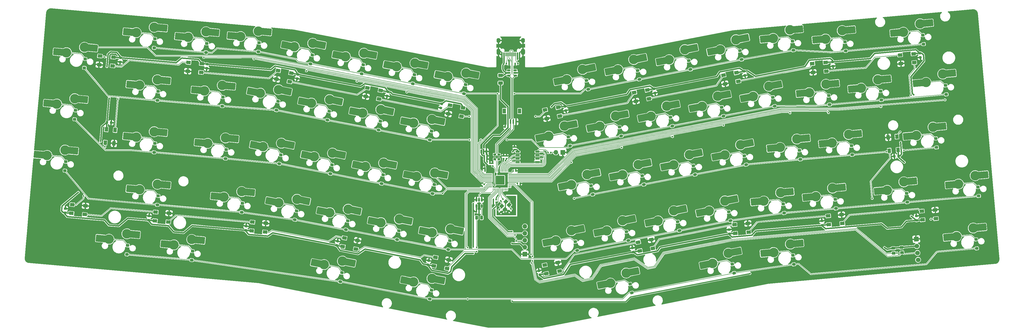
<source format=gbr>
%TF.GenerationSoftware,KiCad,Pcbnew,(6.0.5)*%
%TF.CreationDate,2023-03-29T12:06:55+08:00*%
%TF.ProjectId,ergo60,6572676f-3630-42e6-9b69-6361645f7063,rev?*%
%TF.SameCoordinates,PX3b7922bPYeed2ae*%
%TF.FileFunction,Copper,L2,Bot*%
%TF.FilePolarity,Positive*%
%FSLAX46Y46*%
G04 Gerber Fmt 4.6, Leading zero omitted, Abs format (unit mm)*
G04 Created by KiCad (PCBNEW (6.0.5)) date 2023-03-29 12:06:55*
%MOMM*%
%LPD*%
G01*
G04 APERTURE LIST*
G04 Aperture macros list*
%AMRoundRect*
0 Rectangle with rounded corners*
0 $1 Rounding radius*
0 $2 $3 $4 $5 $6 $7 $8 $9 X,Y pos of 4 corners*
0 Add a 4 corners polygon primitive as box body*
4,1,4,$2,$3,$4,$5,$6,$7,$8,$9,$2,$3,0*
0 Add four circle primitives for the rounded corners*
1,1,$1+$1,$2,$3*
1,1,$1+$1,$4,$5*
1,1,$1+$1,$6,$7*
1,1,$1+$1,$8,$9*
0 Add four rect primitives between the rounded corners*
20,1,$1+$1,$2,$3,$4,$5,0*
20,1,$1+$1,$4,$5,$6,$7,0*
20,1,$1+$1,$6,$7,$8,$9,0*
20,1,$1+$1,$8,$9,$2,$3,0*%
%AMHorizOval*
0 Thick line with rounded ends*
0 $1 width*
0 $2 $3 position (X,Y) of the first rounded end (center of the circle)*
0 $4 $5 position (X,Y) of the second rounded end (center of the circle)*
0 Add line between two ends*
20,1,$1,$2,$3,$4,$5,0*
0 Add two circle primitives to create the rounded ends*
1,1,$1,$2,$3*
1,1,$1,$4,$5*%
%AMRotRect*
0 Rectangle, with rotation*
0 The origin of the aperture is its center*
0 $1 length*
0 $2 width*
0 $3 Rotation angle, in degrees counterclockwise*
0 Add horizontal line*
21,1,$1,$2,0,0,$3*%
G04 Aperture macros list end*
%TA.AperFunction,ComponentPad*%
%ADD10RotRect,1.700000X1.700000X5.000000*%
%TD*%
%TA.AperFunction,ComponentPad*%
%ADD11HorizOval,1.700000X0.000000X0.000000X0.000000X0.000000X0*%
%TD*%
%TA.AperFunction,SMDPad,CuDef*%
%ADD12RoundRect,0.250000X0.391272X-0.178624X0.295867X0.312190X-0.391272X0.178624X-0.295867X-0.312190X0*%
%TD*%
%TA.AperFunction,SMDPad,CuDef*%
%ADD13RoundRect,0.254000X2.172822X0.612662X-1.785098X1.382004X-2.172822X-0.612662X1.785098X-1.382004X0*%
%TD*%
%TA.AperFunction,ComponentPad*%
%ADD14C,3.500000*%
%TD*%
%TA.AperFunction,SMDPad,CuDef*%
%ADD15RoundRect,0.254000X1.191195X0.803471X-0.803471X1.191195X-1.191195X-0.803471X0.803471X-1.191195X0*%
%TD*%
%TA.AperFunction,ComponentPad*%
%ADD16R,1.700000X1.700000*%
%TD*%
%TA.AperFunction,ComponentPad*%
%ADD17O,1.700000X1.700000*%
%TD*%
%TA.AperFunction,SMDPad,CuDef*%
%ADD18RotRect,1.400000X1.200000X45.000000*%
%TD*%
%TA.AperFunction,SMDPad,CuDef*%
%ADD19RoundRect,0.250000X0.295867X-0.312190X0.391272X0.178624X-0.295867X0.312190X-0.391272X-0.178624X0*%
%TD*%
%TA.AperFunction,SMDPad,CuDef*%
%ADD20RoundRect,0.140000X0.140000X0.170000X-0.140000X0.170000X-0.140000X-0.170000X0.140000X-0.170000X0*%
%TD*%
%TA.AperFunction,SMDPad,CuDef*%
%ADD21RoundRect,0.254000X1.785098X1.382004X-2.172822X0.612662X-1.785098X-1.382004X2.172822X-0.612662X0*%
%TD*%
%TA.AperFunction,SMDPad,CuDef*%
%ADD22RoundRect,0.254000X0.803471X1.191195X-1.191195X0.803471X-0.803471X-1.191195X1.191195X-0.803471X0*%
%TD*%
%TA.AperFunction,SMDPad,CuDef*%
%ADD23RoundRect,0.254000X0.923584X1.100684X-1.100684X0.923584X-0.923584X-1.100684X1.100684X-0.923584X0*%
%TD*%
%TA.AperFunction,SMDPad,CuDef*%
%ADD24RoundRect,0.254000X1.919778X1.187840X-2.096879X0.836428X-1.919778X-1.187840X2.096879X-0.836428X0*%
%TD*%
%TA.AperFunction,SMDPad,CuDef*%
%ADD25RoundRect,0.140000X0.170000X-0.140000X0.170000X0.140000X-0.170000X0.140000X-0.170000X-0.140000X0*%
%TD*%
%TA.AperFunction,SMDPad,CuDef*%
%ADD26RoundRect,0.225000X0.202475X-0.268568X0.288339X0.173164X-0.202475X0.268568X-0.288339X-0.173164X0*%
%TD*%
%TA.AperFunction,SMDPad,CuDef*%
%ADD27RoundRect,0.250000X0.370457X-0.218544X0.326879X0.279553X-0.370457X0.218544X-0.326879X-0.279553X0*%
%TD*%
%TA.AperFunction,SMDPad,CuDef*%
%ADD28RotRect,1.600000X1.200000X349.000000*%
%TD*%
%TA.AperFunction,SMDPad,CuDef*%
%ADD29RoundRect,0.225000X-0.268659X0.202355X-0.229439X-0.245933X0.268659X-0.202355X0.229439X0.245933X0*%
%TD*%
%TA.AperFunction,SMDPad,CuDef*%
%ADD30RoundRect,0.250000X0.326879X-0.279553X0.370457X0.218544X-0.326879X0.279553X-0.370457X-0.218544X0*%
%TD*%
%TA.AperFunction,SMDPad,CuDef*%
%ADD31RoundRect,0.225000X0.288339X-0.173164X0.202475X0.268568X-0.288339X0.173164X-0.202475X-0.268568X0*%
%TD*%
%TA.AperFunction,SMDPad,CuDef*%
%ADD32RoundRect,0.200000X-0.275000X0.200000X-0.275000X-0.200000X0.275000X-0.200000X0.275000X0.200000X0*%
%TD*%
%TA.AperFunction,SMDPad,CuDef*%
%ADD33RoundRect,0.254000X2.096879X0.836428X-1.919778X1.187840X-2.096879X-0.836428X1.919778X-1.187840X0*%
%TD*%
%TA.AperFunction,SMDPad,CuDef*%
%ADD34RoundRect,0.254000X1.100684X0.923584X-0.923584X1.100684X-1.100684X-0.923584X0.923584X-1.100684X0*%
%TD*%
%TA.AperFunction,SMDPad,CuDef*%
%ADD35RoundRect,0.140000X-0.140000X-0.170000X0.140000X-0.170000X0.140000X0.170000X-0.140000X0.170000X0*%
%TD*%
%TA.AperFunction,SMDPad,CuDef*%
%ADD36RoundRect,0.225000X0.245933X0.229439X-0.202355X0.268659X-0.245933X-0.229439X0.202355X-0.268659X0*%
%TD*%
%TA.AperFunction,SMDPad,CuDef*%
%ADD37RoundRect,0.150000X0.650000X0.150000X-0.650000X0.150000X-0.650000X-0.150000X0.650000X-0.150000X0*%
%TD*%
%TA.AperFunction,SMDPad,CuDef*%
%ADD38RoundRect,0.225000X-0.288339X0.173164X-0.202475X-0.268568X0.288339X-0.173164X0.202475X0.268568X0*%
%TD*%
%TA.AperFunction,SMDPad,CuDef*%
%ADD39RotRect,1.600000X1.200000X191.000000*%
%TD*%
%TA.AperFunction,SMDPad,CuDef*%
%ADD40RotRect,1.600000X1.200000X95.000000*%
%TD*%
%TA.AperFunction,SMDPad,CuDef*%
%ADD41RoundRect,0.150000X0.475000X0.150000X-0.475000X0.150000X-0.475000X-0.150000X0.475000X-0.150000X0*%
%TD*%
%TA.AperFunction,SMDPad,CuDef*%
%ADD42RoundRect,0.135000X0.135000X0.185000X-0.135000X0.185000X-0.135000X-0.185000X0.135000X-0.185000X0*%
%TD*%
%TA.AperFunction,SMDPad,CuDef*%
%ADD43RotRect,1.600000X1.200000X5.000000*%
%TD*%
%TA.AperFunction,SMDPad,CuDef*%
%ADD44RotRect,1.600000X1.200000X355.000000*%
%TD*%
%TA.AperFunction,SMDPad,CuDef*%
%ADD45RoundRect,0.135000X0.185000X-0.135000X0.185000X0.135000X-0.185000X0.135000X-0.185000X-0.135000X0*%
%TD*%
%TA.AperFunction,SMDPad,CuDef*%
%ADD46RotRect,1.600000X1.200000X185.000000*%
%TD*%
%TA.AperFunction,SMDPad,CuDef*%
%ADD47RoundRect,0.140000X-0.021213X0.219203X-0.219203X0.021213X0.021213X-0.219203X0.219203X-0.021213X0*%
%TD*%
%TA.AperFunction,SMDPad,CuDef*%
%ADD48RoundRect,0.250000X-0.471166X0.222281X-0.425409X-0.300721X0.471166X-0.222281X0.425409X0.300721X0*%
%TD*%
%TA.AperFunction,SMDPad,CuDef*%
%ADD49RoundRect,0.225000X0.268659X-0.202355X0.229439X0.245933X-0.268659X0.202355X-0.229439X-0.245933X0*%
%TD*%
%TA.AperFunction,SMDPad,CuDef*%
%ADD50RoundRect,0.225000X-0.202475X0.268568X-0.288339X-0.173164X0.202475X-0.268568X0.288339X0.173164X0*%
%TD*%
%TA.AperFunction,SMDPad,CuDef*%
%ADD51RotRect,1.600000X1.200000X175.000000*%
%TD*%
%TA.AperFunction,SMDPad,CuDef*%
%ADD52RoundRect,0.050000X0.387500X0.050000X-0.387500X0.050000X-0.387500X-0.050000X0.387500X-0.050000X0*%
%TD*%
%TA.AperFunction,SMDPad,CuDef*%
%ADD53RoundRect,0.050000X0.050000X0.387500X-0.050000X0.387500X-0.050000X-0.387500X0.050000X-0.387500X0*%
%TD*%
%TA.AperFunction,ComponentPad*%
%ADD54C,0.600000*%
%TD*%
%TA.AperFunction,SMDPad,CuDef*%
%ADD55RoundRect,0.144000X1.456000X1.456000X-1.456000X1.456000X-1.456000X-1.456000X1.456000X-1.456000X0*%
%TD*%
%TA.AperFunction,SMDPad,CuDef*%
%ADD56RotRect,1.600000X1.200000X265.000000*%
%TD*%
%TA.AperFunction,SMDPad,CuDef*%
%ADD57RoundRect,0.150000X-0.150000X0.512500X-0.150000X-0.512500X0.150000X-0.512500X0.150000X0.512500X0*%
%TD*%
%TA.AperFunction,SMDPad,CuDef*%
%ADD58RoundRect,0.140000X0.021213X-0.219203X0.219203X-0.021213X-0.021213X0.219203X-0.219203X0.021213X0*%
%TD*%
%TA.AperFunction,SMDPad,CuDef*%
%ADD59RoundRect,0.225000X-0.225112X0.249900X-0.272149X-0.197635X0.225112X-0.249900X0.272149X0.197635X0*%
%TD*%
%TA.AperFunction,SMDPad,CuDef*%
%ADD60RotRect,1.600000X1.200000X169.000000*%
%TD*%
%TA.AperFunction,SMDPad,CuDef*%
%ADD61RoundRect,0.140000X0.219203X0.021213X0.021213X0.219203X-0.219203X-0.021213X-0.021213X-0.219203X0*%
%TD*%
%TA.AperFunction,SMDPad,CuDef*%
%ADD62RoundRect,0.225000X0.229439X-0.245933X0.268659X0.202355X-0.229439X0.245933X-0.268659X-0.202355X0*%
%TD*%
%TA.AperFunction,SMDPad,CuDef*%
%ADD63RoundRect,0.225000X-0.229439X0.245933X-0.268659X-0.202355X0.229439X-0.245933X0.268659X0.202355X0*%
%TD*%
%TA.AperFunction,SMDPad,CuDef*%
%ADD64RotRect,1.600000X1.200000X11.000000*%
%TD*%
%TA.AperFunction,SMDPad,CuDef*%
%ADD65RoundRect,0.250000X0.262500X0.450000X-0.262500X0.450000X-0.262500X-0.450000X0.262500X-0.450000X0*%
%TD*%
%TA.AperFunction,SMDPad,CuDef*%
%ADD66RoundRect,0.250000X0.471166X-0.222281X0.425409X0.300721X-0.471166X0.222281X-0.425409X-0.300721X0*%
%TD*%
%TA.AperFunction,SMDPad,CuDef*%
%ADD67RoundRect,0.135000X0.035355X-0.226274X0.226274X-0.035355X-0.035355X0.226274X-0.226274X0.035355X0*%
%TD*%
%TA.AperFunction,SMDPad,CuDef*%
%ADD68RoundRect,0.135000X-0.135000X-0.185000X0.135000X-0.185000X0.135000X0.185000X-0.135000X0.185000X0*%
%TD*%
%TA.AperFunction,SMDPad,CuDef*%
%ADD69R,0.600000X1.450000*%
%TD*%
%TA.AperFunction,SMDPad,CuDef*%
%ADD70R,0.300000X1.450000*%
%TD*%
%TA.AperFunction,ComponentPad*%
%ADD71O,1.500000X2.300000*%
%TD*%
%TA.AperFunction,ComponentPad*%
%ADD72O,1.400000X1.800000*%
%TD*%
%TA.AperFunction,ComponentPad*%
%ADD73O,1.400000X2.300000*%
%TD*%
%TA.AperFunction,SMDPad,CuDef*%
%ADD74RoundRect,0.150000X0.150000X-0.587500X0.150000X0.587500X-0.150000X0.587500X-0.150000X-0.587500X0*%
%TD*%
%TA.AperFunction,SMDPad,CuDef*%
%ADD75RoundRect,0.225000X-0.202355X-0.268659X0.245933X-0.229439X0.202355X0.268659X-0.245933X0.229439X0*%
%TD*%
%TA.AperFunction,SMDPad,CuDef*%
%ADD76R,1.200000X1.800000*%
%TD*%
%TA.AperFunction,SMDPad,CuDef*%
%ADD77R,0.600000X1.550000*%
%TD*%
%TA.AperFunction,SMDPad,CuDef*%
%ADD78RoundRect,0.250000X-0.625000X0.375000X-0.625000X-0.375000X0.625000X-0.375000X0.625000X0.375000X0*%
%TD*%
%TA.AperFunction,SMDPad,CuDef*%
%ADD79RoundRect,0.225000X0.225112X-0.249900X0.272149X0.197635X-0.225112X0.249900X-0.272149X-0.197635X0*%
%TD*%
%TA.AperFunction,ViaPad*%
%ADD80C,0.600000*%
%TD*%
%TA.AperFunction,ViaPad*%
%ADD81C,0.560000*%
%TD*%
%TA.AperFunction,Conductor*%
%ADD82C,0.200000*%
%TD*%
%TA.AperFunction,Conductor*%
%ADD83C,0.300000*%
%TD*%
%TA.AperFunction,Conductor*%
%ADD84C,0.400000*%
%TD*%
%TA.AperFunction,Conductor*%
%ADD85C,0.500000*%
%TD*%
%TA.AperFunction,Conductor*%
%ADD86C,0.254000*%
%TD*%
G04 APERTURE END LIST*
D10*
%TO.P,OLED1,1,GND*%
%TO.N,GND*%
X281681459Y-72727496D03*
D11*
%TO.P,OLED1,2,VCC*%
%TO.N,+3V3*%
X281902834Y-75257830D03*
%TO.P,OLED1,3,SCL*%
%TO.N,SCL*%
X282124210Y-77788165D03*
%TO.P,OLED1,4,SDA*%
%TO.N,SDA*%
X282345585Y-80318499D03*
%TD*%
D12*
%TO.P,D26,1,K*%
%TO.N,row1*%
X229855606Y-24042822D03*
%TO.P,D26,2,A*%
%TO.N,Net-(D26-Pad2)*%
X229225936Y-20803452D03*
%TD*%
%TO.P,D38,1,K*%
%TO.N,row2*%
X182065520Y-52738829D03*
%TO.P,D38,2,A*%
%TO.N,Net-(D38-Pad2)*%
X181435850Y-49499459D03*
%TD*%
D13*
%TO.P,MX21,1,COL*%
%TO.N,col6*%
X107057370Y-29398286D03*
D14*
X104564037Y-28913631D03*
D15*
X108054703Y-29592148D03*
D13*
%TO.P,MX21,2,ROW*%
%TO.N,Net-(D21-Pad2)*%
X95352716Y-29710672D03*
D15*
X94355383Y-29516810D03*
D14*
X97846049Y-30195327D03*
%TD*%
D16*
%TO.P,J2,1,Pin_1*%
%TO.N,GND*%
X138555697Y-78230087D03*
D17*
%TO.P,J2,2,Pin_2*%
%TO.N,+3V3*%
X138555697Y-75690087D03*
%TO.P,J2,3,Pin_3*%
%TO.N,~{RESET}*%
X138555697Y-73150087D03*
%TO.P,J2,4,Pin_4*%
%TO.N,SWCLK*%
X138555697Y-70610087D03*
%TO.P,J2,5,Pin_5*%
%TO.N,SWD*%
X138555697Y-68070087D03*
%TD*%
D18*
%TO.P,Y1,1,1*%
%TO.N,/XTAL_O*%
X130047484Y-60591541D03*
%TO.P,Y1,2,2*%
%TO.N,GND*%
X131603119Y-59035906D03*
%TO.P,Y1,3,3*%
%TO.N,XTAL_IN*%
X132805200Y-60237987D03*
%TO.P,Y1,4,4*%
%TO.N,GND*%
X131249565Y-61793622D03*
%TD*%
D19*
%TO.P,D20,1,K*%
%TO.N,row1*%
X85051772Y-32785402D03*
%TO.P,D20,2,A*%
%TO.N,Net-(D20-Pad2)*%
X85681442Y-29546032D03*
%TD*%
D20*
%TO.P,C9,1*%
%TO.N,+3V3*%
X128006694Y-59231613D03*
%TO.P,C9,2*%
%TO.N,GND*%
X127046694Y-59231613D03*
%TD*%
D14*
%TO.P,MX39,1,COL*%
%TO.N,col9*%
X198706584Y-41839558D03*
D21*
X201199917Y-41354903D03*
D22*
X202197251Y-41161041D03*
D14*
%TO.P,MX39,2,ROW*%
%TO.N,Net-(D39-Pad2)*%
X192957907Y-45544528D03*
D21*
X190464574Y-46029183D03*
D22*
X189467240Y-46223045D03*
%TD*%
D23*
%TO.P,MX13,1,COL*%
%TO.N,col12*%
X258135806Y3931653D03*
D24*
X257123672Y3843103D03*
D14*
X254593337Y3621728D03*
D23*
%TO.P,MX13,2,ROW*%
%TO.N,Net-(D13-Pad2)*%
X244946408Y228028D03*
D14*
X248488877Y537954D03*
D24*
X245958542Y316579D03*
%TD*%
D19*
%TO.P,D35,1,K*%
%TO.N,row2*%
X86091858Y-52394123D03*
%TO.P,D35,2,A*%
%TO.N,Net-(D35-Pad2)*%
X86721528Y-49154753D03*
%TD*%
D21*
%TO.P,MX38,1,COL*%
%TO.N,col8*%
X182499919Y-44989820D03*
D14*
X180006586Y-45474475D03*
D22*
X183497253Y-44795958D03*
D14*
%TO.P,MX38,2,ROW*%
%TO.N,Net-(D38-Pad2)*%
X174257909Y-49179445D03*
D21*
X171764576Y-49664100D03*
D22*
X170767242Y-49857962D03*
%TD*%
D25*
%TO.P,C3,1*%
%TO.N,+1V1*%
X131803886Y-43240111D03*
%TO.P,C3,2*%
%TO.N,GND*%
X131803886Y-42280111D03*
%TD*%
D21*
%TO.P,MX24,1,COL*%
%TO.N,col9*%
X192890007Y-23563640D03*
D22*
X193887341Y-23369778D03*
D14*
X190396674Y-24048295D03*
D21*
%TO.P,MX24,2,ROW*%
%TO.N,Net-(D24-Pad2)*%
X182154664Y-28237920D03*
D22*
X181157330Y-28431782D03*
D14*
X184647997Y-27753265D03*
%TD*%
D20*
%TO.P,C2,1*%
%TO.N,+1V1*%
X128006692Y-58211615D03*
%TO.P,C2,2*%
%TO.N,GND*%
X127046692Y-58211615D03*
%TD*%
D21*
%TO.P,MX23,1,COL*%
%TO.N,col8*%
X174190007Y-27198549D03*
D14*
X171696674Y-27683204D03*
D22*
X175187341Y-27004687D03*
%TO.P,MX23,2,ROW*%
%TO.N,Net-(D23-Pad2)*%
X162457330Y-32066691D03*
D14*
X165947997Y-31388174D03*
D21*
X163454664Y-31872829D03*
%TD*%
D26*
%TO.P,LC9,1*%
%TO.N,GND*%
X55270068Y-13945331D03*
%TO.P,LC9,2*%
%TO.N,+5V*%
X55565822Y-12423809D03*
%TD*%
D19*
%TO.P,D48,1,K*%
%TO.N,row3*%
X73106951Y-69276667D03*
%TO.P,D48,2,A*%
%TO.N,Net-(D48-Pad2)*%
X73736621Y-66037297D03*
%TD*%
D14*
%TO.P,MX64,1,COL*%
%TO.N,col9*%
X212988904Y-77876462D03*
D21*
X215482237Y-77391807D03*
D22*
X216479571Y-77197945D03*
D14*
%TO.P,MX64,2,ROW*%
%TO.N,Net-(D64-Pad2)*%
X207240227Y-81581432D03*
D21*
X204746894Y-82066087D03*
D22*
X203749560Y-82259949D03*
%TD*%
D20*
%TO.P,C11,1*%
%TO.N,+3V3*%
X124899250Y-46782584D03*
%TO.P,C11,2*%
%TO.N,GND*%
X123939250Y-46782584D03*
%TD*%
D12*
%TO.P,D24,1,K*%
%TO.N,row1*%
X192455608Y-31312651D03*
%TO.P,D24,2,A*%
%TO.N,Net-(D24-Pad2)*%
X191825938Y-28073281D03*
%TD*%
D27*
%TO.P,D13,1,K*%
%TO.N,row0*%
X255881667Y-3818047D03*
%TO.P,D13,2,A*%
%TO.N,Net-(D13-Pad2)*%
X255594053Y-530605D03*
%TD*%
D28*
%TO.P,L2,1,VDD*%
%TO.N,+5V*%
X71931925Y-75428667D03*
%TO.P,L2,2,DOUT*%
%TO.N,Net-(L2-Pad2)*%
X72542514Y-72287460D03*
%TO.P,L2,3,VSS*%
%TO.N,GND*%
X77352487Y-73222425D03*
%TO.P,L2,4,DIN*%
%TO.N,Net-(L1-Pad2)*%
X76741898Y-76363632D03*
%TD*%
D29*
%TO.P,LC19,1*%
%TO.N,GND*%
X247156184Y-66067728D03*
%TO.P,LC19,2*%
%TO.N,+5V*%
X247291276Y-67611830D03*
%TD*%
D30*
%TO.P,D46,1,K*%
%TO.N,row3*%
X34975122Y-62881316D03*
%TO.P,D46,2,A*%
%TO.N,Net-(D46-Pad2)*%
X35262736Y-59593874D03*
%TD*%
D31*
%TO.P,LC12,1*%
%TO.N,GND*%
X153546474Y-25625809D03*
%TO.P,LC12,2*%
%TO.N,+5V*%
X153250720Y-24104287D03*
%TD*%
D30*
%TO.P,D60,1,K*%
%TO.N,row4*%
X16710347Y-80406001D03*
%TO.P,D60,2,A*%
%TO.N,Net-(D60-Pad2)*%
X16997961Y-77118559D03*
%TD*%
D25*
%TO.P,C1,1*%
%TO.N,+1V1*%
X126803887Y-45952617D03*
%TO.P,C1,2*%
%TO.N,GND*%
X126803887Y-44992617D03*
%TD*%
D32*
%TO.P,R3,1*%
%TO.N,DBUS-*%
X127494504Y-41796514D03*
%TO.P,R3,2*%
%TO.N,/D_-*%
X127494504Y-43446514D03*
%TD*%
D12*
%TO.P,D52,1,K*%
%TO.N,row3*%
X176350432Y-73256280D03*
%TO.P,D52,2,A*%
%TO.N,Net-(D52-Pad2)*%
X175720762Y-70016910D03*
%TD*%
D27*
%TO.P,D43,1,K*%
%TO.N,row2*%
X289091875Y-39158068D03*
%TO.P,D43,2,A*%
%TO.N,Net-(D43-Pad2)*%
X288804261Y-35870626D03*
%TD*%
D33*
%TO.P,MX17,1,COL*%
%TO.N,col2*%
X30411612Y-16684035D03*
D14*
X27881278Y-16462660D03*
D34*
X31423746Y-16772585D03*
D14*
%TO.P,MX17,2,ROW*%
%TO.N,Net-(D17-Pad2)*%
X21334066Y-18439555D03*
D33*
X18803731Y-18218180D03*
D34*
X17791597Y-18129629D03*
%TD*%
D19*
%TO.P,D18,1,K*%
%TO.N,row1*%
X47651775Y-25515576D03*
%TO.P,D18,2,A*%
%TO.N,Net-(D18-Pad2)*%
X48281445Y-22276206D03*
%TD*%
D26*
%TO.P,LC10,1*%
%TO.N,GND*%
X88176628Y-20331267D03*
%TO.P,LC10,2*%
%TO.N,+5V*%
X88472382Y-18809745D03*
%TD*%
D34*
%TO.P,MX59,1,COL*%
%TO.N,col0*%
X-3446781Y-71090113D03*
D14*
X-6989249Y-70780188D03*
D33*
X-4458915Y-71001563D03*
D34*
%TO.P,MX59,2,ROW*%
%TO.N,Net-(D59-Pad2)*%
X-17078930Y-72447157D03*
D33*
X-16066796Y-72535708D03*
D14*
X-13536461Y-72757083D03*
%TD*%
D30*
%TO.P,D15,1,K*%
%TO.N,row1*%
X-22550990Y-10041512D03*
%TO.P,D15,2,A*%
%TO.N,Net-(D15-Pad2)*%
X-22263376Y-6754070D03*
%TD*%
D15*
%TO.P,MX34,1,COL*%
%TO.N,col4*%
X71694791Y-41931047D03*
D14*
X68204125Y-41252530D03*
D13*
X70697458Y-41737185D03*
%TO.P,MX34,2,ROW*%
%TO.N,Net-(D34-Pad2)*%
X58992804Y-42049571D03*
D14*
X61486137Y-42534226D03*
D15*
X57995471Y-41855709D03*
%TD*%
D35*
%TO.P,C8,1*%
%TO.N,+3V3*%
X135853348Y-52329753D03*
%TO.P,C8,2*%
%TO.N,GND*%
X136813348Y-52329753D03*
%TD*%
D36*
%TO.P,LC6,1*%
%TO.N,GND*%
X-12726134Y-30100436D03*
%TO.P,LC6,2*%
%TO.N,+5V*%
X-14270236Y-29965344D03*
%TD*%
D19*
%TO.P,D34,1,K*%
%TO.N,row2*%
X67391863Y-48759215D03*
%TO.P,D34,2,A*%
%TO.N,Net-(D34-Pad2)*%
X68021533Y-45519845D03*
%TD*%
D30*
%TO.P,D59,1,K*%
%TO.N,row4*%
X-7012402Y-78330652D03*
%TO.P,D59,2,A*%
%TO.N,Net-(D59-Pad2)*%
X-6724788Y-75043210D03*
%TD*%
%TO.P,D45,1,K*%
%TO.N,row3*%
X4136668Y-60183300D03*
%TO.P,D45,2,A*%
%TO.N,Net-(D45-Pad2)*%
X4424282Y-56895858D03*
%TD*%
D37*
%TO.P,U4,1,~{CS}*%
%TO.N,CS*%
X143116435Y-40763725D03*
%TO.P,U4,2,DO(IO1)*%
%TO.N,SD1*%
X143116435Y-42033725D03*
%TO.P,U4,3,IO2*%
%TO.N,SD2*%
X143116435Y-43303725D03*
%TO.P,U4,4,GND*%
%TO.N,GND*%
X143116435Y-44573725D03*
%TO.P,U4,5,DI(IO0)*%
%TO.N,SD0*%
X135916435Y-44573725D03*
%TO.P,U4,6,CLK*%
%TO.N,QSPI_CLK*%
X135916435Y-43303725D03*
%TO.P,U4,7,IO3*%
%TO.N,SD3*%
X135916435Y-42033725D03*
%TO.P,U4,8,VCC*%
%TO.N,+3V3*%
X135916435Y-40763725D03*
%TD*%
D33*
%TO.P,MX15,1,COL*%
%TO.N,col0*%
X-19997505Y-2712431D03*
D14*
X-22527839Y-2491056D03*
D34*
X-18985371Y-2800981D03*
%TO.P,MX15,2,ROW*%
%TO.N,Net-(D15-Pad2)*%
X-32617520Y-4158025D03*
D33*
X-31605386Y-4246576D03*
D14*
X-29075051Y-4467951D03*
%TD*%
D24*
%TO.P,MX55,1,COL*%
%TO.N,col11*%
X234587238Y-55496886D03*
D23*
X235599372Y-55408336D03*
D14*
X232056903Y-55718261D03*
D24*
%TO.P,MX55,2,ROW*%
%TO.N,Net-(D55-Pad2)*%
X223422108Y-59023410D03*
D23*
X222409974Y-59111961D03*
D14*
X225952443Y-58802035D03*
%TD*%
D38*
%TO.P,LC22,1*%
%TO.N,GND*%
X143728525Y-84289858D03*
%TO.P,LC22,2*%
%TO.N,+5V*%
X144024279Y-85811380D03*
%TD*%
D35*
%TO.P,C18,1*%
%TO.N,+5V*%
X120847182Y-62760968D03*
%TO.P,C18,2*%
%TO.N,GND*%
X121807182Y-62760968D03*
%TD*%
D19*
%TO.P,D47,1,K*%
%TO.N,row3*%
X54406955Y-65641759D03*
%TO.P,D47,2,A*%
%TO.N,Net-(D47-Pad2)*%
X55036625Y-62402389D03*
%TD*%
D12*
%TO.P,D51,1,K*%
%TO.N,row3*%
X157650434Y-76891192D03*
%TO.P,D51,2,A*%
%TO.N,Net-(D51-Pad2)*%
X157020764Y-73651822D03*
%TD*%
D14*
%TO.P,MX45,1,COL*%
%TO.N,col1*%
X4159824Y-52632835D03*
D33*
X6690158Y-52854210D03*
D34*
X7702292Y-52942760D03*
D14*
%TO.P,MX45,2,ROW*%
%TO.N,Net-(D45-Pad2)*%
X-2387388Y-54609730D03*
D33*
X-4917723Y-54388355D03*
D34*
X-5929857Y-54299804D03*
%TD*%
D39*
%TO.P,L13,1,VDD*%
%TO.N,+5V*%
X183345498Y-18155453D03*
%TO.P,L13,2,DOUT*%
%TO.N,Net-(L13-Pad2)*%
X183956087Y-21296660D03*
%TO.P,L13,3,VSS*%
%TO.N,GND*%
X179146114Y-22231625D03*
%TO.P,L13,4,DIN*%
%TO.N,Net-(L12-Pad2)*%
X178535525Y-19090418D03*
%TD*%
D13*
%TO.P,MX4,1,COL*%
%TO.N,col3*%
X63451472Y-1515608D03*
D14*
X60958139Y-1030953D03*
D15*
X64448805Y-1709470D03*
D13*
%TO.P,MX4,2,ROW*%
%TO.N,Net-(D4-Pad2)*%
X51746818Y-1827994D03*
D15*
X50749485Y-1634132D03*
D14*
X54240151Y-2312649D03*
%TD*%
D13*
%TO.P,MX20,1,COL*%
%TO.N,col5*%
X88357371Y-25763377D03*
D14*
X85864038Y-25278722D03*
D15*
X89354704Y-25957239D03*
D13*
%TO.P,MX20,2,ROW*%
%TO.N,Net-(D20-Pad2)*%
X76652717Y-26075763D03*
D15*
X75655384Y-25881901D03*
D14*
X79146050Y-26560418D03*
%TD*%
D19*
%TO.P,D19,1,K*%
%TO.N,row1*%
X66351776Y-29150492D03*
%TO.P,D19,2,A*%
%TO.N,Net-(D19-Pad2)*%
X66981446Y-25911122D03*
%TD*%
D40*
%TO.P,L17,1,VDD*%
%TO.N,+5V*%
X275017988Y-40070659D03*
%TO.P,L17,2,DOUT*%
%TO.N,Net-(L17-Pad2)*%
X271830165Y-40349557D03*
%TO.P,L17,3,VSS*%
%TO.N,GND*%
X271403102Y-35468203D03*
%TO.P,L17,4,DIN*%
%TO.N,Net-(L16-Pad2)*%
X274590925Y-35189305D03*
%TD*%
D14*
%TO.P,MX41,1,COL*%
%TO.N,col11*%
X237987589Y-36076624D03*
D23*
X241530058Y-35766699D03*
D24*
X240517924Y-35855249D03*
%TO.P,MX41,2,ROW*%
%TO.N,Net-(D41-Pad2)*%
X229352794Y-39381773D03*
D23*
X228340660Y-39470324D03*
D14*
X231883129Y-39160398D03*
%TD*%
D28*
%TO.P,L1,1,VDD*%
%TO.N,+5V*%
X105269426Y-82546249D03*
%TO.P,L1,2,DOUT*%
%TO.N,Net-(L1-Pad2)*%
X105880015Y-79405042D03*
%TO.P,L1,3,VSS*%
%TO.N,GND*%
X110689988Y-80340007D03*
%TO.P,L1,4,DIN*%
%TO.N,Net-(L1-Pad4)*%
X110079399Y-83481214D03*
%TD*%
D41*
%TO.P,U3,1,IO1*%
%TO.N,unconnected-(U3-Pad1)*%
X134998460Y-10937804D03*
%TO.P,U3,2,VN*%
%TO.N,GND*%
X134998460Y-11887804D03*
%TO.P,U3,3,IO2*%
%TO.N,DBUS+*%
X135073460Y-12837804D03*
%TO.P,U3,4,IO3*%
%TO.N,DBUS-*%
X132648460Y-12837804D03*
%TO.P,U3,5,VP*%
%TO.N,VBUS*%
X132648460Y-11887804D03*
%TO.P,U3,6,IO4*%
%TO.N,unconnected-(U3-Pad6)*%
X132648460Y-10937804D03*
%TD*%
D33*
%TO.P,MX44,1,COL*%
%TO.N,col0*%
X-27113640Y-40335383D03*
D14*
X-29643974Y-40114008D03*
D34*
X-26101506Y-40423933D03*
D33*
%TO.P,MX44,2,ROW*%
%TO.N,Net-(D44-Pad2)*%
X-38721521Y-41869528D03*
D34*
X-39733655Y-41780977D03*
D14*
X-36191186Y-42090903D03*
%TD*%
D20*
%TO.P,C14,1*%
%TO.N,GND*%
X124704208Y-42289936D03*
%TO.P,C14,2*%
%TO.N,+3V3*%
X123744208Y-42289936D03*
%TD*%
D42*
%TO.P,R7,1*%
%TO.N,/CC2*%
X135975987Y-8444254D03*
%TO.P,R7,2*%
%TO.N,GND*%
X134955987Y-8444254D03*
%TD*%
D14*
%TO.P,MX27,1,COL*%
%TO.N,col12*%
X248662654Y-16019911D03*
D24*
X251192989Y-15798536D03*
D23*
X252205123Y-15709986D03*
D24*
%TO.P,MX27,2,ROW*%
%TO.N,Net-(D27-Pad2)*%
X240027859Y-19325060D03*
D23*
X239015725Y-19413611D03*
D14*
X242558194Y-19103685D03*
%TD*%
D27*
%TO.P,D56,1,K*%
%TO.N,row3*%
X252322734Y-61497719D03*
%TO.P,D56,2,A*%
%TO.N,Net-(D56-Pad2)*%
X252035120Y-58210277D03*
%TD*%
D35*
%TO.P,C13,1*%
%TO.N,GND*%
X131361117Y-31628992D03*
%TO.P,C13,2*%
%TO.N,+5V*%
X132321117Y-31628992D03*
%TD*%
D43*
%TO.P,L18,1,VDD*%
%TO.N,+5V*%
X283993110Y-65657233D03*
%TO.P,L18,2,DOUT*%
%TO.N,Net-(L18-Pad2)*%
X283714212Y-62469410D03*
%TO.P,L18,3,VSS*%
%TO.N,GND*%
X288595566Y-62042347D03*
%TO.P,L18,4,DIN*%
%TO.N,Net-(L17-Pad2)*%
X288874464Y-65230170D03*
%TD*%
D44*
%TO.P,L3,1,VDD*%
%TO.N,+5V*%
X38619915Y-69687379D03*
%TO.P,L3,2,DOUT*%
%TO.N,Net-(L3-Pad2)*%
X38898813Y-66499556D03*
%TO.P,L3,3,VSS*%
%TO.N,GND*%
X43780167Y-66926619D03*
%TO.P,L3,4,DIN*%
%TO.N,Net-(L2-Pad2)*%
X43501269Y-70114442D03*
%TD*%
D45*
%TO.P,R1,1*%
%TO.N,+3V3*%
X135377169Y-74396268D03*
%TO.P,R1,2*%
%TO.N,~{RESET}*%
X135377169Y-73376268D03*
%TD*%
D25*
%TO.P,C5,1*%
%TO.N,+3V3*%
X125755797Y-45955969D03*
%TO.P,C5,2*%
%TO.N,GND*%
X125755797Y-44995969D03*
%TD*%
D19*
%TO.P,D33,1,K*%
%TO.N,row2*%
X48691866Y-45124302D03*
%TO.P,D33,2,A*%
%TO.N,Net-(D33-Pad2)*%
X49321536Y-41884932D03*
%TD*%
D39*
%TO.P,L12,1,VDD*%
%TO.N,+5V*%
X150740365Y-24505453D03*
%TO.P,L12,2,DOUT*%
%TO.N,Net-(L12-Pad2)*%
X151350954Y-27646660D03*
%TO.P,L12,3,VSS*%
%TO.N,GND*%
X146540981Y-28581625D03*
%TO.P,L12,4,DIN*%
%TO.N,Net-(L11-Pad2)*%
X145930392Y-25440418D03*
%TD*%
D14*
%TO.P,MX51,1,COL*%
%TO.N,col7*%
X155591501Y-69626840D03*
D21*
X158084834Y-69142185D03*
D22*
X159082168Y-68948323D03*
D21*
%TO.P,MX51,2,ROW*%
%TO.N,Net-(D51-Pad2)*%
X147349491Y-73816465D03*
D14*
X149842824Y-73331810D03*
D22*
X146352157Y-74010327D03*
%TD*%
D27*
%TO.P,D28,1,K*%
%TO.N,row1*%
X268928484Y-21799368D03*
%TO.P,D28,2,A*%
%TO.N,Net-(D28-Pad2)*%
X268640870Y-18511926D03*
%TD*%
D13*
%TO.P,MX62,1,COL*%
%TO.N,col5*%
X107054277Y-87619060D03*
D14*
X104560944Y-87134405D03*
D15*
X108051610Y-87812922D03*
D13*
%TO.P,MX62,2,ROW*%
%TO.N,Net-(D62-Pad2)*%
X95349623Y-87931446D03*
D15*
X94352290Y-87737584D03*
D14*
X97842956Y-88416101D03*
%TD*%
D27*
%TO.P,D29,1,K*%
%TO.N,row1*%
X292650373Y-19723971D03*
%TO.P,D29,2,A*%
%TO.N,Net-(D29-Pad2)*%
X292362759Y-16436529D03*
%TD*%
%TO.P,D41,1,K*%
%TO.N,row2*%
X239275913Y-43516398D03*
%TO.P,D41,2,A*%
%TO.N,Net-(D41-Pad2)*%
X238988299Y-40228956D03*
%TD*%
D19*
%TO.P,D21,1,K*%
%TO.N,row1*%
X103751771Y-36420311D03*
%TO.P,D21,2,A*%
%TO.N,Net-(D21-Pad2)*%
X104381441Y-33180941D03*
%TD*%
%TO.P,D36,1,K*%
%TO.N,row2*%
X104791859Y-56029033D03*
%TO.P,D36,2,A*%
%TO.N,Net-(D36-Pad2)*%
X105421529Y-52789663D03*
%TD*%
D27*
%TO.P,D55,1,K*%
%TO.N,row3*%
X233345225Y-63158033D03*
%TO.P,D55,2,A*%
%TO.N,Net-(D55-Pad2)*%
X233057611Y-59870591D03*
%TD*%
D46*
%TO.P,L16,1,VDD*%
%TO.N,+5V*%
X280658065Y-4892348D03*
%TO.P,L16,2,DOUT*%
%TO.N,Net-(L16-Pad2)*%
X280936963Y-8080171D03*
%TO.P,L16,3,VSS*%
%TO.N,GND*%
X276055609Y-8507234D03*
%TO.P,L16,4,DIN*%
%TO.N,Net-(L15-Pad2)*%
X275776711Y-5319411D03*
%TD*%
D33*
%TO.P,MX2,1,COL*%
%TO.N,col1*%
X24480929Y2957602D03*
D34*
X25493063Y2869052D03*
D14*
X21950595Y3178977D03*
D34*
%TO.P,MX2,2,ROW*%
%TO.N,Net-(D2-Pad2)*%
X11860914Y1512008D03*
D14*
X15403383Y1202082D03*
D33*
X12873048Y1423457D03*
%TD*%
D29*
%TO.P,LC18,1*%
%TO.N,GND*%
X281740170Y-64305114D03*
%TO.P,LC18,2*%
%TO.N,+5V*%
X281875262Y-65849216D03*
%TD*%
D47*
%TO.P,C6,1*%
%TO.N,+3V3*%
X123625728Y-52685905D03*
%TO.P,C6,2*%
%TO.N,GND*%
X122946906Y-53364727D03*
%TD*%
D43*
%TO.P,L20,1,VDD*%
%TO.N,+5V*%
X215492748Y-70610824D03*
%TO.P,L20,2,DOUT*%
%TO.N,Net-(L20-Pad2)*%
X215213850Y-67423001D03*
%TO.P,L20,3,VSS*%
%TO.N,GND*%
X220095204Y-66995938D03*
%TO.P,L20,4,DIN*%
%TO.N,Net-(L19-Pad2)*%
X220374102Y-70183761D03*
%TD*%
D19*
%TO.P,D62,1,K*%
%TO.N,row4*%
X103748676Y-94641088D03*
%TO.P,D62,2,A*%
%TO.N,Net-(D62-Pad2)*%
X104378346Y-91401718D03*
%TD*%
D48*
%TO.P,R9,1*%
%TO.N,+3V3*%
X276259773Y-75806155D03*
%TO.P,R9,2*%
%TO.N,SCL*%
X276418833Y-77624211D03*
%TD*%
D12*
%TO.P,D9,1,K*%
%TO.N,row0*%
X180405697Y-14248361D03*
%TO.P,D9,2,A*%
%TO.N,Net-(D9-Pad2)*%
X179776027Y-11008991D03*
%TD*%
D22*
%TO.P,MX25,1,COL*%
%TO.N,col10*%
X212587340Y-19734867D03*
D21*
X211590006Y-19928729D03*
D14*
X209096673Y-20413384D03*
D21*
%TO.P,MX25,2,ROW*%
%TO.N,Net-(D25-Pad2)*%
X200854663Y-24603009D03*
D22*
X199857329Y-24796871D03*
D14*
X203347996Y-24118354D03*
%TD*%
D12*
%TO.P,D64,1,K*%
%TO.N,row4*%
X215047840Y-85140818D03*
%TO.P,D64,2,A*%
%TO.N,Net-(D64-Pad2)*%
X214418170Y-81901448D03*
%TD*%
D49*
%TO.P,LC15,1*%
%TO.N,GND*%
X251214337Y-9389767D03*
%TO.P,LC15,2*%
%TO.N,+5V*%
X251079245Y-7845665D03*
%TD*%
D50*
%TO.P,LC1,1*%
%TO.N,GND*%
X103376548Y-80592783D03*
%TO.P,LC1,2*%
%TO.N,+5V*%
X103080794Y-82114305D03*
%TD*%
D19*
%TO.P,D49,1,K*%
%TO.N,row3*%
X91806946Y-72911581D03*
%TO.P,D49,2,A*%
%TO.N,Net-(D49-Pad2)*%
X92436616Y-69672211D03*
%TD*%
D51*
%TO.P,L7,1,VDD*%
%TO.N,+5V*%
X-11956789Y-6113160D03*
%TO.P,L7,2,DOUT*%
%TO.N,Net-(L7-Pad2)*%
X-12235687Y-9300983D03*
%TO.P,L7,3,VSS*%
%TO.N,GND*%
X-17117041Y-8873920D03*
%TO.P,L7,4,DIN*%
%TO.N,Net-(L6-Pad2)*%
X-16838143Y-5686097D03*
%TD*%
D32*
%TO.P,R2,1*%
%TO.N,DBUS+*%
X129080754Y-41796517D03*
%TO.P,R2,2*%
%TO.N,/D_+*%
X129080754Y-43446517D03*
%TD*%
D14*
%TO.P,MX6,1,COL*%
%TO.N,col5*%
X98358135Y-8300772D03*
D15*
X101848801Y-8979289D03*
D13*
X100851468Y-8785427D03*
%TO.P,MX6,2,ROW*%
%TO.N,Net-(D6-Pad2)*%
X89146814Y-9097813D03*
D14*
X91640147Y-9582468D03*
D15*
X88149481Y-8903951D03*
%TD*%
D24*
%TO.P,MX58,1,COL*%
%TO.N,col14*%
X305752898Y-49270698D03*
D23*
X306765032Y-49182148D03*
D14*
X303222563Y-49492073D03*
%TO.P,MX58,2,ROW*%
%TO.N,Net-(D58-Pad2)*%
X297118103Y-52575847D03*
D24*
X294587768Y-52797222D03*
D23*
X293575634Y-52885773D03*
%TD*%
D27*
%TO.P,D14,1,K*%
%TO.N,row0*%
X284347928Y-1327572D03*
%TO.P,D14,2,A*%
%TO.N,Net-(D14-Pad2)*%
X284060314Y1959870D03*
%TD*%
D13*
%TO.P,MX5,1,COL*%
%TO.N,col4*%
X82151474Y-5150513D03*
D14*
X79658141Y-4665858D03*
D15*
X83148807Y-5344375D03*
%TO.P,MX5,2,ROW*%
%TO.N,Net-(D5-Pad2)*%
X69449487Y-5269037D03*
D13*
X70446820Y-5462899D03*
D14*
X72940153Y-5947554D03*
%TD*%
D30*
%TO.P,D2,1,K*%
%TO.N,row0*%
X21927437Y-4371486D03*
%TO.P,D2,2,A*%
%TO.N,Net-(D2-Pad2)*%
X22215051Y-1084044D03*
%TD*%
D15*
%TO.P,MX19,1,COL*%
%TO.N,col4*%
X70654711Y-22322324D03*
D13*
X69657378Y-22128462D03*
D14*
X67164045Y-21643807D03*
%TO.P,MX19,2,ROW*%
%TO.N,Net-(D19-Pad2)*%
X60446057Y-22925503D03*
D13*
X57952724Y-22440848D03*
D15*
X56955391Y-22246986D03*
%TD*%
D25*
%TO.P,C7,1*%
%TO.N,+3V3*%
X130753885Y-43240113D03*
%TO.P,C7,2*%
%TO.N,GND*%
X130753885Y-42280113D03*
%TD*%
D21*
%TO.P,MX9,1,COL*%
%TO.N,col8*%
X180840101Y-6499355D03*
D14*
X178346768Y-6984010D03*
D22*
X181837435Y-6305493D03*
D21*
%TO.P,MX9,2,ROW*%
%TO.N,Net-(D9-Pad2)*%
X170104758Y-11173635D03*
D22*
X169107424Y-11367497D03*
D14*
X172598091Y-10688980D03*
%TD*%
D24*
%TO.P,MX42,1,COL*%
%TO.N,col12*%
X259495437Y-34194934D03*
D14*
X256965102Y-34416309D03*
D23*
X260507571Y-34106384D03*
%TO.P,MX42,2,ROW*%
%TO.N,Net-(D42-Pad2)*%
X247318173Y-37810009D03*
D14*
X250860642Y-37500083D03*
D24*
X248330307Y-37721458D03*
%TD*%
D52*
%TO.P,U2,1,IOVDD*%
%TO.N,+3V3*%
X132954195Y-48505112D03*
%TO.P,U2,2,GPIO0*%
%TO.N,col14*%
X132954195Y-48905112D03*
%TO.P,U2,3,GPIO1*%
%TO.N,col13*%
X132954195Y-49305112D03*
%TO.P,U2,4,GPIO2*%
%TO.N,col12*%
X132954195Y-49705112D03*
%TO.P,U2,5,GPIO3*%
%TO.N,col11*%
X132954195Y-50105112D03*
%TO.P,U2,6,GPIO4*%
%TO.N,col10*%
X132954195Y-50505112D03*
%TO.P,U2,7,GPIO5*%
%TO.N,col9*%
X132954195Y-50905112D03*
%TO.P,U2,8,GPIO6*%
%TO.N,col8*%
X132954195Y-51305112D03*
%TO.P,U2,9,GPIO7*%
%TO.N,col7*%
X132954195Y-51705112D03*
%TO.P,U2,10,IOVDD*%
%TO.N,+3V3*%
X132954195Y-52105112D03*
%TO.P,U2,11,GPIO8*%
%TO.N,SDA*%
X132954195Y-52505112D03*
%TO.P,U2,12,GPIO9*%
%TO.N,SCL*%
X132954195Y-52905112D03*
%TO.P,U2,13,GPIO10*%
%TO.N,unconnected-(U2-Pad13)*%
X132954195Y-53305112D03*
%TO.P,U2,14,GPIO11*%
%TO.N,unconnected-(U2-Pad14)*%
X132954195Y-53705112D03*
D53*
%TO.P,U2,15,GPIO12*%
%TO.N,unconnected-(U2-Pad15)*%
X132116695Y-54542612D03*
%TO.P,U2,16,GPIO13*%
%TO.N,unconnected-(U2-Pad16)*%
X131716695Y-54542612D03*
%TO.P,U2,17,GPIO14*%
%TO.N,unconnected-(U2-Pad17)*%
X131316695Y-54542612D03*
%TO.P,U2,18,GPIO15*%
%TO.N,unconnected-(U2-Pad18)*%
X130916695Y-54542612D03*
%TO.P,U2,19,TESTEN*%
%TO.N,GND*%
X130516695Y-54542612D03*
%TO.P,U2,20,XTAL_IN*%
%TO.N,XTAL_IN*%
X130116695Y-54542612D03*
%TO.P,U2,21,XTAL_OUT*%
%TO.N,XTAL_OUT*%
X129716695Y-54542612D03*
%TO.P,U2,22,IOVDD*%
%TO.N,+3V3*%
X129316695Y-54542612D03*
%TO.P,U2,23,DVDD*%
%TO.N,+1V1*%
X128916695Y-54542612D03*
%TO.P,U2,24,SWCLK*%
%TO.N,SWCLK*%
X128516695Y-54542612D03*
%TO.P,U2,25,SWDIO*%
%TO.N,SWD*%
X128116695Y-54542612D03*
%TO.P,U2,26,~{RUN}*%
%TO.N,~{RESET}*%
X127716695Y-54542612D03*
%TO.P,U2,27,GPIO16*%
%TO.N,unconnected-(U2-Pad27)*%
X127316695Y-54542612D03*
%TO.P,U2,28,GPIO17*%
%TO.N,ARGB_3V3*%
X126916695Y-54542612D03*
D52*
%TO.P,U2,29,GPIO18*%
%TO.N,row4*%
X126079195Y-53705112D03*
%TO.P,U2,30,GPIO19*%
%TO.N,row3*%
X126079195Y-53305112D03*
%TO.P,U2,31,GPIO20*%
%TO.N,row2*%
X126079195Y-52905112D03*
%TO.P,U2,32,GPIO21*%
%TO.N,col6*%
X126079195Y-52505112D03*
%TO.P,U2,33,IOVDD*%
%TO.N,+3V3*%
X126079195Y-52105112D03*
%TO.P,U2,34,GPIO22*%
%TO.N,col5*%
X126079195Y-51705112D03*
%TO.P,U2,35,GPIO23*%
%TO.N,col4*%
X126079195Y-51305112D03*
%TO.P,U2,36,GPIO24*%
%TO.N,col3*%
X126079195Y-50905112D03*
%TO.P,U2,37,GPIO25*%
%TO.N,col2*%
X126079195Y-50505112D03*
%TO.P,U2,38,GPIO26/ADC0*%
%TO.N,col1*%
X126079195Y-50105112D03*
%TO.P,U2,39,GPIO27/ADC1*%
%TO.N,col0*%
X126079195Y-49705112D03*
%TO.P,U2,40,GPIO28/ADC2*%
%TO.N,row1*%
X126079195Y-49305112D03*
%TO.P,U2,41,GPIO29/ADC3*%
%TO.N,row0*%
X126079195Y-48905112D03*
%TO.P,U2,42,IOVDD*%
%TO.N,+3V3*%
X126079195Y-48505112D03*
D53*
%TO.P,U2,43,ADC_AVDD*%
X126916695Y-47667612D03*
%TO.P,U2,44,VREG_VIN*%
X127316695Y-47667612D03*
%TO.P,U2,45,VREG_VOUT*%
%TO.N,+1V1*%
X127716695Y-47667612D03*
%TO.P,U2,46,D-*%
%TO.N,/D_-*%
X128116695Y-47667612D03*
%TO.P,U2,47,D+*%
%TO.N,/D_+*%
X128516695Y-47667612D03*
%TO.P,U2,48,USB_VDD*%
%TO.N,+3V3*%
X128916695Y-47667612D03*
%TO.P,U2,49,IOVDD*%
X129316695Y-47667612D03*
%TO.P,U2,50,DVDD*%
%TO.N,+1V1*%
X129716695Y-47667612D03*
%TO.P,U2,51,QSPI_SD3*%
%TO.N,SD3*%
X130116695Y-47667612D03*
%TO.P,U2,52,QSPI_SCLK*%
%TO.N,QSPI_CLK*%
X130516695Y-47667612D03*
%TO.P,U2,53,QSPI_SD0*%
%TO.N,SD0*%
X130916695Y-47667612D03*
%TO.P,U2,54,QSPI_SD2*%
%TO.N,SD2*%
X131316695Y-47667612D03*
%TO.P,U2,55,QSPI_SD1*%
%TO.N,SD1*%
X131716695Y-47667612D03*
%TO.P,U2,56,QSPI_SS_N*%
%TO.N,CS*%
X132116695Y-47667612D03*
D54*
%TO.P,U2,57,GND*%
%TO.N,GND*%
X129516695Y-51105112D03*
X128241695Y-52380112D03*
X130791695Y-49830112D03*
X129516695Y-52380112D03*
X128241695Y-51105112D03*
X128241695Y-49830112D03*
X130791695Y-52380112D03*
X130791695Y-51105112D03*
D55*
X129516695Y-51105112D03*
D54*
X129516695Y-49830112D03*
%TD*%
D14*
%TO.P,MX56,1,COL*%
%TO.N,col12*%
X251034413Y-54057945D03*
D23*
X254576882Y-53748020D03*
D24*
X253564748Y-53836570D03*
%TO.P,MX56,2,ROW*%
%TO.N,Net-(D56-Pad2)*%
X242399618Y-57363094D03*
D23*
X241387484Y-57451645D03*
D14*
X244929953Y-57141719D03*
%TD*%
D24*
%TO.P,MX14,1,COL*%
%TO.N,col14*%
X285589941Y6333577D03*
D23*
X286602075Y6422127D03*
D14*
X283059606Y6112202D03*
D24*
%TO.P,MX14,2,ROW*%
%TO.N,Net-(D14-Pad2)*%
X274424811Y2807053D03*
D14*
X276955146Y3028428D03*
D23*
X273412677Y2718502D03*
%TD*%
D30*
%TO.P,D32,1,K*%
%TO.N,row2*%
X29044434Y-43239681D03*
%TO.P,D32,2,A*%
%TO.N,Net-(D32-Pad2)*%
X29332048Y-39952239D03*
%TD*%
D42*
%TO.P,R5,1*%
%TO.N,/~{USB_BOOT}*%
X148027508Y-41031913D03*
%TO.P,R5,2*%
%TO.N,CS*%
X147007508Y-41031913D03*
%TD*%
D23*
%TO.P,MX29,1,COL*%
%TO.N,col14*%
X294904516Y-11974274D03*
D14*
X291362047Y-12284199D03*
D24*
X293892382Y-12062824D03*
D14*
%TO.P,MX29,2,ROW*%
%TO.N,Net-(D29-Pad2)*%
X285257587Y-15367973D03*
D24*
X282727252Y-15589348D03*
D23*
X281715118Y-15677899D03*
%TD*%
D56*
%TO.P,L6,1,VDD*%
%TO.N,+5V*%
X-14489289Y-32531428D03*
%TO.P,L6,2,DOUT*%
%TO.N,Net-(L6-Pad2)*%
X-11301466Y-32810326D03*
%TO.P,L6,3,VSS*%
%TO.N,GND*%
X-11728529Y-37691680D03*
%TO.P,L6,4,DIN*%
%TO.N,Net-(L5-Pad2)*%
X-14916352Y-37412782D03*
%TD*%
D13*
%TO.P,MX36,1,COL*%
%TO.N,col6*%
X108097458Y-49007008D03*
D15*
X109094791Y-49200870D03*
D14*
X105604125Y-48522353D03*
D15*
%TO.P,MX36,2,ROW*%
%TO.N,Net-(D36-Pad2)*%
X95395471Y-49125532D03*
D13*
X96392804Y-49319394D03*
D14*
X98886137Y-49804049D03*
%TD*%
D27*
%TO.P,D65,1,K*%
%TO.N,row4*%
X236904248Y-81969951D03*
%TO.P,D65,2,A*%
%TO.N,Net-(D65-Pad2)*%
X236616634Y-78682509D03*
%TD*%
D57*
%TO.P,U5,1*%
%TO.N,GND*%
X120845850Y-58325633D03*
%TO.P,U5,2*%
%TO.N,ARGB_3V3*%
X121795850Y-58325633D03*
%TO.P,U5,3,GND*%
%TO.N,GND*%
X122745850Y-58325633D03*
%TO.P,U5,4*%
%TO.N,ARGB_5V*%
X122745850Y-60600633D03*
%TO.P,U5,5*%
%TO.N,+5V*%
X120845850Y-60600633D03*
%TD*%
D21*
%TO.P,MX37,1,COL*%
%TO.N,col7*%
X163799920Y-48624733D03*
D14*
X161306587Y-49109388D03*
D22*
X164797254Y-48430871D03*
D21*
%TO.P,MX37,2,ROW*%
%TO.N,Net-(D37-Pad2)*%
X153064577Y-53299013D03*
D22*
X152067243Y-53492875D03*
D14*
X155557910Y-52814358D03*
%TD*%
%TO.P,MX12,1,COL*%
%TO.N,col11*%
X235449798Y3859161D03*
D24*
X237980133Y4080536D03*
D23*
X238992267Y4169086D03*
D14*
%TO.P,MX12,2,ROW*%
%TO.N,Net-(D12-Pad2)*%
X229345338Y775387D03*
D24*
X226815003Y554012D03*
D23*
X225802869Y465461D03*
%TD*%
D15*
%TO.P,MX35,1,COL*%
%TO.N,col5*%
X90394790Y-45565961D03*
D13*
X89397457Y-45372099D03*
D14*
X86904124Y-44887444D03*
%TO.P,MX35,2,ROW*%
%TO.N,Net-(D35-Pad2)*%
X80186136Y-46169140D03*
D13*
X77692803Y-45684485D03*
D15*
X76695470Y-45490623D03*
%TD*%
D12*
%TO.P,D10,1,K*%
%TO.N,row0*%
X199105696Y-10613449D03*
%TO.P,D10,2,A*%
%TO.N,Net-(D10-Pad2)*%
X198476026Y-7374079D03*
%TD*%
D30*
%TO.P,D44,1,K*%
%TO.N,row3*%
X-29667125Y-47664466D03*
%TO.P,D44,2,A*%
%TO.N,Net-(D44-Pad2)*%
X-29379511Y-44377024D03*
%TD*%
D49*
%TO.P,LC16,1*%
%TO.N,GND*%
X283127967Y-6211624D03*
%TO.P,LC16,2*%
%TO.N,+5V*%
X282992875Y-4667522D03*
%TD*%
D12*
%TO.P,D37,1,K*%
%TO.N,row2*%
X163365521Y-56373738D03*
%TO.P,D37,2,A*%
%TO.N,Net-(D37-Pad2)*%
X162735851Y-53134368D03*
%TD*%
D19*
%TO.P,D6,1,K*%
%TO.N,row0*%
X97545868Y-15807452D03*
%TO.P,D6,2,A*%
%TO.N,Net-(D6-Pad2)*%
X98175538Y-12568082D03*
%TD*%
D39*
%TO.P,L14,1,VDD*%
%TO.N,+5V*%
X215950630Y-11805454D03*
%TO.P,L14,2,DOUT*%
%TO.N,Net-(L14-Pad2)*%
X216561219Y-14946661D03*
%TO.P,L14,3,VSS*%
%TO.N,GND*%
X211751246Y-15881626D03*
%TO.P,L14,4,DIN*%
%TO.N,Net-(L13-Pad2)*%
X211140657Y-12740419D03*
%TD*%
D23*
%TO.P,MX57,1,COL*%
%TO.N,col13*%
X280670957Y-51465084D03*
D14*
X277128488Y-51775009D03*
D24*
X279658823Y-51553634D03*
D23*
%TO.P,MX57,2,ROW*%
%TO.N,Net-(D57-Pad2)*%
X267481559Y-55168709D03*
D24*
X268493693Y-55080158D03*
D14*
X271024028Y-54858783D03*
%TD*%
D35*
%TO.P,C4,1*%
%TO.N,+3V3*%
X123719207Y-43439937D03*
%TO.P,C4,2*%
%TO.N,GND*%
X124679207Y-43439937D03*
%TD*%
D13*
%TO.P,MX7,1,COL*%
%TO.N,col6*%
X119551467Y-12420338D03*
D15*
X120548800Y-12614200D03*
D14*
X117058134Y-11935683D03*
%TO.P,MX7,2,ROW*%
%TO.N,Net-(D7-Pad2)*%
X110340146Y-13217379D03*
D15*
X106849480Y-12538862D03*
D13*
X107846813Y-12732724D03*
%TD*%
D58*
%TO.P,C15,1*%
%TO.N,GND*%
X132806927Y-62354175D03*
%TO.P,C15,2*%
%TO.N,XTAL_IN*%
X133485749Y-61675353D03*
%TD*%
D59*
%TO.P,LC3,1*%
%TO.N,GND*%
X36587564Y-67956486D03*
%TO.P,LC3,2*%
%TO.N,+5V*%
X36425544Y-69497994D03*
%TD*%
D20*
%TO.P,C10,1*%
%TO.N,+3V3*%
X124899249Y-47780086D03*
%TO.P,C10,2*%
%TO.N,GND*%
X123939249Y-47780086D03*
%TD*%
D60*
%TO.P,L9,1,VDD*%
%TO.N,+5V*%
X53119236Y-11946668D03*
%TO.P,L9,2,DOUT*%
%TO.N,Net-(L10-Pad4)*%
X52508647Y-15087875D03*
%TO.P,L9,3,VSS*%
%TO.N,GND*%
X47698674Y-14152910D03*
%TO.P,L9,4,DIN*%
%TO.N,Net-(L8-Pad2)*%
X48309263Y-11011703D03*
%TD*%
D30*
%TO.P,D3,1,K*%
%TO.N,row0*%
X41070980Y-4134054D03*
%TO.P,D3,2,A*%
%TO.N,Net-(D3-Pad2)*%
X41358594Y-846612D03*
%TD*%
D61*
%TO.P,C16,1*%
%TO.N,GND*%
X129815755Y-62694175D03*
%TO.P,C16,2*%
%TO.N,/XTAL_O*%
X129136933Y-62015353D03*
%TD*%
D12*
%TO.P,D25,1,K*%
%TO.N,row1*%
X211155608Y-27677736D03*
%TO.P,D25,2,A*%
%TO.N,Net-(D25-Pad2)*%
X210525938Y-24438366D03*
%TD*%
D15*
%TO.P,MX48,1,COL*%
%TO.N,col4*%
X77409880Y-62448505D03*
D14*
X73919214Y-61769988D03*
D13*
X76412547Y-62254643D03*
D14*
%TO.P,MX48,2,ROW*%
%TO.N,Net-(D48-Pad2)*%
X67201226Y-63051684D03*
D13*
X64707893Y-62567029D03*
D15*
X63710560Y-62373167D03*
%TD*%
D30*
%TO.P,D30,1,K*%
%TO.N,row2*%
X-26109061Y-28852988D03*
%TO.P,D30,2,A*%
%TO.N,Net-(D30-Pad2)*%
X-25821447Y-25565546D03*
%TD*%
D21*
%TO.P,MX22,1,COL*%
%TO.N,col7*%
X155490013Y-30833461D03*
D22*
X156487347Y-30639599D03*
D14*
X152996680Y-31318116D03*
%TO.P,MX22,2,ROW*%
%TO.N,Net-(D22-Pad2)*%
X147248003Y-35023086D03*
D21*
X144754670Y-35507741D03*
D22*
X143757336Y-35701603D03*
%TD*%
D35*
%TO.P,C12,1*%
%TO.N,+3V3*%
X134258000Y-47780084D03*
%TO.P,C12,2*%
%TO.N,GND*%
X135218000Y-47780084D03*
%TD*%
D26*
%TO.P,LC11,1*%
%TO.N,GND*%
X107836169Y-24687264D03*
%TO.P,LC11,2*%
%TO.N,+5V*%
X108131923Y-23165742D03*
%TD*%
D12*
%TO.P,D22,1,K*%
%TO.N,row1*%
X155055615Y-38582471D03*
%TO.P,D22,2,A*%
%TO.N,Net-(D22-Pad2)*%
X154425945Y-35343101D03*
%TD*%
%TO.P,D39,1,K*%
%TO.N,row2*%
X200765517Y-49103914D03*
%TO.P,D39,2,A*%
%TO.N,Net-(D39-Pad2)*%
X200135847Y-45864544D03*
%TD*%
D33*
%TO.P,MX60,1,COL*%
%TO.N,col2*%
X19263835Y-73076913D03*
D34*
X20275969Y-73165463D03*
D14*
X16733501Y-72855538D03*
%TO.P,MX60,2,ROW*%
%TO.N,Net-(D60-Pad2)*%
X10186289Y-74832433D03*
D34*
X6643820Y-74522507D03*
D33*
X7655954Y-74611058D03*
%TD*%
D31*
%TO.P,LC14,1*%
%TO.N,GND*%
X218997208Y-12821443D03*
%TO.P,LC14,2*%
%TO.N,+5V*%
X218701454Y-11299921D03*
%TD*%
D14*
%TO.P,MX18,1,COL*%
%TO.N,col3*%
X48464042Y-18008896D03*
D15*
X51954708Y-18687413D03*
D13*
X50957375Y-18493551D03*
D15*
%TO.P,MX18,2,ROW*%
%TO.N,Net-(D18-Pad2)*%
X38255388Y-18612075D03*
D14*
X41746054Y-19290592D03*
D13*
X39252721Y-18805937D03*
%TD*%
D62*
%TO.P,LC7,1*%
%TO.N,GND*%
X-9440059Y-7885069D03*
%TO.P,LC7,2*%
%TO.N,+5V*%
X-9304967Y-6340967D03*
%TD*%
D12*
%TO.P,D40,1,K*%
%TO.N,row2*%
X219465515Y-45469007D03*
%TO.P,D40,2,A*%
%TO.N,Net-(D40-Pad2)*%
X218835845Y-42229637D03*
%TD*%
D23*
%TO.P,MX43,1,COL*%
%TO.N,col14*%
X291346020Y-31408366D03*
D24*
X290333886Y-31496916D03*
D14*
X287803551Y-31718291D03*
D23*
%TO.P,MX43,2,ROW*%
%TO.N,Net-(D43-Pad2)*%
X278156622Y-35111991D03*
D14*
X281699091Y-34802065D03*
D24*
X279168756Y-35023440D03*
%TD*%
%TO.P,MX28,1,COL*%
%TO.N,col13*%
X270170498Y-14138218D03*
D23*
X271182632Y-14049668D03*
D14*
X267640163Y-14359593D03*
D23*
%TO.P,MX28,2,ROW*%
%TO.N,Net-(D28-Pad2)*%
X257993234Y-17753293D03*
D14*
X261535703Y-17443367D03*
D24*
X259005368Y-17664742D03*
%TD*%
D12*
%TO.P,D53,1,K*%
%TO.N,row3*%
X195050428Y-69621369D03*
%TO.P,D53,2,A*%
%TO.N,Net-(D53-Pad2)*%
X194420758Y-66381999D03*
%TD*%
D13*
%TO.P,MX61,1,COL*%
%TO.N,col3*%
X74326748Y-81265153D03*
D15*
X75324081Y-81459015D03*
D14*
X71833415Y-80780498D03*
D15*
%TO.P,MX61,2,ROW*%
%TO.N,Net-(D61-Pad2)*%
X61624761Y-81383677D03*
D14*
X65115427Y-82062194D03*
D13*
X62622094Y-81577539D03*
%TD*%
D27*
%TO.P,D12,1,K*%
%TO.N,row0*%
X236738119Y-3580612D03*
%TO.P,D12,2,A*%
%TO.N,Net-(D12-Pad2)*%
X236450505Y-293170D03*
%TD*%
D63*
%TO.P,LC4,1*%
%TO.N,GND*%
X1118782Y-64267909D03*
%TO.P,LC4,2*%
%TO.N,+5V*%
X983690Y-65812011D03*
%TD*%
D13*
%TO.P,MX33,1,COL*%
%TO.N,col3*%
X51997464Y-38102276D03*
D15*
X52994797Y-38296138D03*
D14*
X49504131Y-37617621D03*
%TO.P,MX33,2,ROW*%
%TO.N,Net-(D33-Pad2)*%
X42786143Y-38899317D03*
D15*
X39295477Y-38220800D03*
D13*
X40292810Y-38414662D03*
%TD*%
D38*
%TO.P,LC21,1*%
%TO.N,GND*%
X177897512Y-75970874D03*
%TO.P,LC21,2*%
%TO.N,+5V*%
X178193266Y-77492396D03*
%TD*%
D64*
%TO.P,L22,1,VDD*%
%TO.N,+5V*%
X146384471Y-85387958D03*
%TO.P,L22,2,DOUT*%
%TO.N,unconnected-(L22-Pad2)*%
X145773882Y-82246751D03*
%TO.P,L22,3,VSS*%
%TO.N,GND*%
X150583855Y-81311786D03*
%TO.P,L22,4,DIN*%
%TO.N,Net-(L21-Pad2)*%
X151194444Y-84452993D03*
%TD*%
D65*
%TO.P,LR1,1*%
%TO.N,ARGB_5V*%
X122734860Y-64893003D03*
%TO.P,LR1,2*%
%TO.N,Net-(L1-Pad4)*%
X120909860Y-64893003D03*
%TD*%
D21*
%TO.P,MX26,1,COL*%
%TO.N,col11*%
X230290003Y-16293813D03*
D14*
X227796670Y-16778468D03*
D22*
X231287337Y-16099951D03*
D14*
%TO.P,MX26,2,ROW*%
%TO.N,Net-(D26-Pad2)*%
X222047993Y-20483438D03*
D22*
X218557326Y-21161955D03*
D21*
X219554660Y-20968093D03*
%TD*%
D13*
%TO.P,MX49,1,COL*%
%TO.N,col5*%
X95112546Y-65889552D03*
D15*
X96109879Y-66083414D03*
D14*
X92619213Y-65404897D03*
%TO.P,MX49,2,ROW*%
%TO.N,Net-(D49-Pad2)*%
X85901225Y-66686593D03*
D13*
X83407892Y-66201938D03*
D15*
X82410559Y-66008076D03*
%TD*%
D34*
%TO.P,MX30,1,COL*%
%TO.N,col0*%
X-22543435Y-21612451D03*
D33*
X-23555569Y-21523901D03*
D14*
X-26085903Y-21302526D03*
D34*
%TO.P,MX30,2,ROW*%
%TO.N,Net-(D30-Pad2)*%
X-36175584Y-22969495D03*
D33*
X-35163450Y-23058046D03*
D14*
X-32633115Y-23279421D03*
%TD*%
D31*
%TO.P,LC13,1*%
%TO.N,GND*%
X186092783Y-19201166D03*
%TO.P,LC13,2*%
%TO.N,+5V*%
X185797029Y-17679644D03*
%TD*%
D44*
%TO.P,L4,1,VDD*%
%TO.N,+5V*%
X3250063Y-66015196D03*
%TO.P,L4,2,DOUT*%
%TO.N,Net-(L4-Pad2)*%
X3528961Y-62827373D03*
%TO.P,L4,3,VSS*%
%TO.N,GND*%
X8410315Y-63254436D03*
%TO.P,L4,4,DIN*%
%TO.N,Net-(L3-Pad2)*%
X8131417Y-66442259D03*
%TD*%
D12*
%TO.P,D54,1,K*%
%TO.N,row3*%
X213750430Y-65986457D03*
%TO.P,D54,2,A*%
%TO.N,Net-(D54-Pad2)*%
X213120760Y-62747087D03*
%TD*%
D66*
%TO.P,R8,1*%
%TO.N,SDA*%
X273401781Y-77888171D03*
%TO.P,R8,2*%
%TO.N,+3V3*%
X273242721Y-76070115D03*
%TD*%
D67*
%TO.P,R4,1*%
%TO.N,/XTAL_O*%
X129766645Y-58797893D03*
%TO.P,R4,2*%
%TO.N,XTAL_OUT*%
X130487893Y-58076645D03*
%TD*%
D68*
%TO.P,R6,1*%
%TO.N,/CC1*%
X131780988Y-8437808D03*
%TO.P,R6,2*%
%TO.N,GND*%
X132800988Y-8437808D03*
%TD*%
D19*
%TO.P,D5,1,K*%
%TO.N,row0*%
X78845873Y-12172543D03*
%TO.P,D5,2,A*%
%TO.N,Net-(D5-Pad2)*%
X79475543Y-8933173D03*
%TD*%
D27*
%TO.P,D58,1,K*%
%TO.N,row3*%
X304510885Y-56931849D03*
%TO.P,D58,2,A*%
%TO.N,Net-(D58-Pad2)*%
X304223271Y-53644407D03*
%TD*%
D22*
%TO.P,MX10,1,COL*%
%TO.N,col9*%
X200537429Y-2670579D03*
D21*
X199540095Y-2864441D03*
D14*
X197046762Y-3349096D03*
D21*
%TO.P,MX10,2,ROW*%
%TO.N,Net-(D10-Pad2)*%
X188804752Y-7538721D03*
D14*
X191298085Y-7054066D03*
D22*
X187807418Y-7732583D03*
%TD*%
D14*
%TO.P,MX63,1,COL*%
%TO.N,col8*%
X175588912Y-85146289D03*
D21*
X178082245Y-84661634D03*
D22*
X179079579Y-84467772D03*
D21*
%TO.P,MX63,2,ROW*%
%TO.N,Net-(D63-Pad2)*%
X167346902Y-89335914D03*
D14*
X169840235Y-88851259D03*
D22*
X166349568Y-89529776D03*
%TD*%
D14*
%TO.P,MX54,1,COL*%
%TO.N,col10*%
X211691495Y-58722106D03*
D21*
X214184828Y-58237451D03*
D22*
X215182162Y-58043589D03*
D21*
%TO.P,MX54,2,ROW*%
%TO.N,Net-(D54-Pad2)*%
X203449485Y-62911731D03*
D22*
X202452151Y-63105593D03*
D14*
X205942818Y-62427076D03*
%TD*%
D27*
%TO.P,D27,1,K*%
%TO.N,row1*%
X249950976Y-23459687D03*
%TO.P,D27,2,A*%
%TO.N,Net-(D27-Pad2)*%
X249663362Y-20172245D03*
%TD*%
D23*
%TO.P,MX66,1,COL*%
%TO.N,col14*%
X306053158Y-68367196D03*
D14*
X302510689Y-68677121D03*
D24*
X305041024Y-68455746D03*
D23*
%TO.P,MX66,2,ROW*%
%TO.N,Net-(D66-Pad2)*%
X292863760Y-72070821D03*
D24*
X293875894Y-71982270D03*
D14*
X296406229Y-71760895D03*
%TD*%
D12*
%TO.P,D23,1,K*%
%TO.N,row1*%
X173755610Y-34947558D03*
%TO.P,D23,2,A*%
%TO.N,Net-(D23-Pad2)*%
X173125940Y-31708188D03*
%TD*%
D30*
%TO.P,D31,1,K*%
%TO.N,row2*%
X2950358Y-40956746D03*
%TO.P,D31,2,A*%
%TO.N,Net-(D31-Pad2)*%
X3237972Y-37669304D03*
%TD*%
D63*
%TO.P,LC5,1*%
%TO.N,GND*%
X-29486912Y-61532835D03*
%TO.P,LC5,2*%
%TO.N,+5V*%
X-29622004Y-63076937D03*
%TD*%
D69*
%TO.P,J3,A1,GND*%
%TO.N,GND*%
X130112240Y-5073008D03*
%TO.P,J3,A4,VBUS*%
%TO.N,VBUS*%
X130912240Y-5073008D03*
D70*
%TO.P,J3,A5,CC1*%
%TO.N,/CC1*%
X132112240Y-5073008D03*
%TO.P,J3,A6,D+*%
%TO.N,DBUS+*%
X133112240Y-5073008D03*
%TO.P,J3,A7,D-*%
%TO.N,DBUS-*%
X133612240Y-5073008D03*
%TO.P,J3,A8,SBU1*%
%TO.N,unconnected-(J3-PadA8)*%
X134612240Y-5073008D03*
D69*
%TO.P,J3,A9,VBUS*%
%TO.N,VBUS*%
X135812240Y-5073008D03*
%TO.P,J3,A12,GND*%
%TO.N,GND*%
X136612240Y-5073008D03*
%TO.P,J3,B1,GND*%
X136612240Y-5073008D03*
%TO.P,J3,B4,VBUS*%
%TO.N,VBUS*%
X135812240Y-5073008D03*
D70*
%TO.P,J3,B5,CC2*%
%TO.N,/CC2*%
X135112240Y-5073008D03*
%TO.P,J3,B6,D+*%
%TO.N,DBUS+*%
X134112240Y-5073008D03*
%TO.P,J3,B7,D-*%
%TO.N,DBUS-*%
X132612240Y-5073008D03*
%TO.P,J3,B8,SBU2*%
%TO.N,unconnected-(J3-PadB8)*%
X131612240Y-5073008D03*
D69*
%TO.P,J3,B9,VBUS*%
%TO.N,VBUS*%
X130912240Y-5073008D03*
%TO.P,J3,B12,GND*%
%TO.N,GND*%
X130112240Y-5073008D03*
D71*
%TO.P,J3,S1,SHIELD*%
X137832240Y-4158008D03*
D72*
X128892240Y21992D03*
D73*
X128892240Y-4158008D03*
D72*
X137832240Y21992D03*
%TD*%
D74*
%TO.P,U1,1,GND*%
%TO.N,GND*%
X124504930Y-40658449D03*
%TO.P,U1,2,VO*%
%TO.N,+3V3*%
X122604930Y-40658449D03*
%TO.P,U1,3,VI*%
%TO.N,+5V*%
X123554930Y-38783449D03*
%TD*%
D12*
%TO.P,D63,1,K*%
%TO.N,row4*%
X177647840Y-92410647D03*
%TO.P,D63,2,A*%
%TO.N,Net-(D63-Pad2)*%
X177018170Y-89171277D03*
%TD*%
D19*
%TO.P,D4,1,K*%
%TO.N,row0*%
X60145873Y-8537632D03*
%TO.P,D4,2,A*%
%TO.N,Net-(D4-Pad2)*%
X60775543Y-5298262D03*
%TD*%
%TO.P,D7,1,K*%
%TO.N,row0*%
X116245867Y-19442363D03*
%TO.P,D7,2,A*%
%TO.N,Net-(D7-Pad2)*%
X116875537Y-16202993D03*
%TD*%
D75*
%TO.P,LC17,1*%
%TO.N,GND*%
X273636944Y-42397840D03*
%TO.P,LC17,2*%
%TO.N,+5V*%
X275181046Y-42262748D03*
%TD*%
D51*
%TO.P,L8,1,VDD*%
%TO.N,+5V*%
X20410573Y-8494410D03*
%TO.P,L8,2,DOUT*%
%TO.N,Net-(L8-Pad2)*%
X20131675Y-11682233D03*
%TO.P,L8,3,VSS*%
%TO.N,GND*%
X15250321Y-11255170D03*
%TO.P,L8,4,DIN*%
%TO.N,Net-(L7-Pad2)*%
X15529219Y-8067347D03*
%TD*%
D30*
%TO.P,D16,1,K*%
%TO.N,row1*%
X4136239Y-21937729D03*
%TO.P,D16,2,A*%
%TO.N,Net-(D16-Pad2)*%
X4423853Y-18650287D03*
%TD*%
D19*
%TO.P,D61,1,K*%
%TO.N,row4*%
X71021150Y-88287182D03*
%TO.P,D61,2,A*%
%TO.N,Net-(D61-Pad2)*%
X71650820Y-85047812D03*
%TD*%
D16*
%TO.P,SW1,1,1*%
%TO.N,GND*%
X152405590Y-40981888D03*
D17*
%TO.P,SW1,2,2*%
%TO.N,/~{USB_BOOT}*%
X149865590Y-40981888D03*
%TD*%
D14*
%TO.P,MX16,1,COL*%
%TO.N,col1*%
X4159394Y-14387266D03*
D33*
X6689728Y-14608641D03*
D34*
X7701862Y-14697191D03*
D14*
%TO.P,MX16,2,ROW*%
%TO.N,Net-(D16-Pad2)*%
X-2387818Y-16364161D03*
D34*
X-5930287Y-16054235D03*
D33*
X-4918153Y-16142786D03*
%TD*%
D19*
%TO.P,D50,1,K*%
%TO.N,row3*%
X110506943Y-76546490D03*
%TO.P,D50,2,A*%
%TO.N,Net-(D50-Pad2)*%
X111136613Y-73307120D03*
%TD*%
D76*
%TO.P,J1,*%
%TO.N,*%
X136623458Y-25866632D03*
X131023458Y-25866632D03*
D77*
%TO.P,J1,1,Pin_1*%
%TO.N,+5V*%
X132323458Y-29741632D03*
%TO.P,J1,2,Pin_2*%
%TO.N,DBUS-*%
X133323458Y-29741632D03*
%TO.P,J1,3,Pin_3*%
%TO.N,DBUS+*%
X134323458Y-29741632D03*
%TO.P,J1,4,Pin_4*%
%TO.N,GND*%
X135323458Y-29741632D03*
%TD*%
D27*
%TO.P,D66,1,K*%
%TO.N,row4*%
X303799013Y-76116896D03*
%TO.P,D66,2,A*%
%TO.N,Net-(D66-Pad2)*%
X303511399Y-72829454D03*
%TD*%
D50*
%TO.P,LC2,1*%
%TO.N,GND*%
X70018316Y-73484481D03*
%TO.P,LC2,2*%
%TO.N,+5V*%
X69722562Y-75006003D03*
%TD*%
D12*
%TO.P,D8,1,K*%
%TO.N,row0*%
X161705706Y-17883273D03*
%TO.P,D8,2,A*%
%TO.N,Net-(D8-Pad2)*%
X161076036Y-14643903D03*
%TD*%
D23*
%TO.P,MX65,1,COL*%
%TO.N,col11*%
X239158395Y-74220246D03*
D14*
X235615926Y-74530171D03*
D24*
X238146261Y-74308796D03*
D14*
%TO.P,MX65,2,ROW*%
%TO.N,Net-(D65-Pad2)*%
X229511466Y-77613945D03*
D23*
X225968997Y-77923871D03*
D24*
X226981131Y-77835320D03*
%TD*%
D14*
%TO.P,MX50,1,COL*%
%TO.N,col6*%
X111319211Y-69039810D03*
D15*
X114809877Y-69718327D03*
D13*
X113812544Y-69524465D03*
D14*
%TO.P,MX50,2,ROW*%
%TO.N,Net-(D50-Pad2)*%
X104601223Y-70321506D03*
D15*
X101110557Y-69642989D03*
D13*
X102107890Y-69836851D03*
%TD*%
D60*
%TO.P,L11,1,VDD*%
%TO.N,+5V*%
X115967120Y-24646668D03*
%TO.P,L11,2,DOUT*%
%TO.N,Net-(L11-Pad2)*%
X115356531Y-27787875D03*
%TO.P,L11,3,VSS*%
%TO.N,GND*%
X110546558Y-26852910D03*
%TO.P,L11,4,DIN*%
%TO.N,Net-(L10-Pad2)*%
X111157147Y-23711703D03*
%TD*%
D14*
%TO.P,MX40,1,COL*%
%TO.N,col10*%
X217406583Y-38204648D03*
D22*
X220897250Y-37526131D03*
D21*
X219899916Y-37719993D03*
D14*
%TO.P,MX40,2,ROW*%
%TO.N,Net-(D40-Pad2)*%
X211657906Y-41909618D03*
D22*
X208167239Y-42588135D03*
D21*
X209164573Y-42394273D03*
%TD*%
D12*
%TO.P,D11,1,K*%
%TO.N,row0*%
X217805693Y-6978538D03*
%TO.P,D11,2,A*%
%TO.N,Net-(D11-Pad2)*%
X217176023Y-3739168D03*
%TD*%
D78*
%TO.P,F1,1*%
%TO.N,VBUS*%
X129655958Y-12777809D03*
%TO.P,F1,2*%
%TO.N,+5V*%
X129655958Y-15577809D03*
%TD*%
D27*
%TO.P,D57,1,K*%
%TO.N,row3*%
X278416810Y-59214785D03*
%TO.P,D57,2,A*%
%TO.N,Net-(D57-Pad2)*%
X278129196Y-55927343D03*
%TD*%
%TO.P,D42,1,K*%
%TO.N,row2*%
X258253422Y-41856084D03*
%TO.P,D42,2,A*%
%TO.N,Net-(D42-Pad2)*%
X257965808Y-38568642D03*
%TD*%
D34*
%TO.P,MX1,1,COL*%
%TO.N,col0*%
X6515554Y4529368D03*
D33*
X5503420Y4617918D03*
D14*
X2973086Y4839293D03*
D33*
%TO.P,MX1,2,ROW*%
%TO.N,Net-(D1-Pad2)*%
X-6104461Y3083773D03*
D34*
X-7116595Y3172324D03*
D14*
X-3574126Y2862398D03*
%TD*%
D21*
%TO.P,MX8,1,COL*%
%TO.N,col7*%
X162140101Y-10134265D03*
D14*
X159646768Y-10618920D03*
D22*
X163137435Y-9940403D03*
D21*
%TO.P,MX8,2,ROW*%
%TO.N,Net-(D8-Pad2)*%
X151404758Y-14808545D03*
D22*
X150407424Y-15002407D03*
D14*
X153898091Y-14323890D03*
%TD*%
D13*
%TO.P,MX47,1,COL*%
%TO.N,col3*%
X57712552Y-58619727D03*
D14*
X55219219Y-58135072D03*
D15*
X58709885Y-58813589D03*
D14*
%TO.P,MX47,2,ROW*%
%TO.N,Net-(D47-Pad2)*%
X48501231Y-59416768D03*
D15*
X45010565Y-58738251D03*
D13*
X46007898Y-58932113D03*
%TD*%
D21*
%TO.P,MX11,1,COL*%
%TO.N,col10*%
X218240091Y770474D03*
D14*
X215746758Y285819D03*
D22*
X219237425Y964336D03*
%TO.P,MX11,2,ROW*%
%TO.N,Net-(D11-Pad2)*%
X206507414Y-4097668D03*
D14*
X209998081Y-3419151D03*
D21*
X207504748Y-3903806D03*
%TD*%
D14*
%TO.P,MX52,1,COL*%
%TO.N,col8*%
X174291500Y-65991925D03*
D21*
X176784833Y-65507270D03*
D22*
X177782167Y-65313408D03*
D14*
%TO.P,MX52,2,ROW*%
%TO.N,Net-(D52-Pad2)*%
X168542823Y-69696895D03*
D22*
X165052156Y-70375412D03*
D21*
X166049490Y-70181550D03*
%TD*%
D60*
%TO.P,L10,1,VDD*%
%TO.N,+5V*%
X85804616Y-18296668D03*
%TO.P,L10,2,DOUT*%
%TO.N,Net-(L10-Pad2)*%
X85194027Y-21437875D03*
%TO.P,L10,3,VSS*%
%TO.N,GND*%
X80384054Y-20502910D03*
%TO.P,L10,4,DIN*%
%TO.N,Net-(L10-Pad4)*%
X80994643Y-17361703D03*
%TD*%
D43*
%TO.P,L19,1,VDD*%
%TO.N,+5V*%
X249742929Y-67393011D03*
%TO.P,L19,2,DOUT*%
%TO.N,Net-(L19-Pad2)*%
X249464031Y-64205188D03*
%TO.P,L19,3,VSS*%
%TO.N,GND*%
X254345385Y-63778125D03*
%TO.P,L19,4,DIN*%
%TO.N,Net-(L18-Pad2)*%
X254624283Y-66965948D03*
%TD*%
D29*
%TO.P,LC20,1*%
%TO.N,GND*%
X213229042Y-69250361D03*
%TO.P,LC20,2*%
%TO.N,+5V*%
X213364134Y-70794463D03*
%TD*%
D64*
%TO.P,L21,1,VDD*%
%TO.N,+5V*%
X180573861Y-77016615D03*
%TO.P,L21,2,DOUT*%
%TO.N,Net-(L21-Pad2)*%
X179963272Y-73875408D03*
%TO.P,L21,3,VSS*%
%TO.N,GND*%
X184773245Y-72940443D03*
%TO.P,L21,4,DIN*%
%TO.N,Net-(L20-Pad2)*%
X185383834Y-76081650D03*
%TD*%
D34*
%TO.P,MX32,1,COL*%
%TO.N,col2*%
X32610053Y-35999145D03*
D14*
X29067585Y-35689220D03*
D33*
X31597919Y-35910595D03*
D34*
%TO.P,MX32,2,ROW*%
%TO.N,Net-(D32-Pad2)*%
X18977904Y-37356189D03*
D33*
X19990038Y-37444740D03*
D14*
X22520373Y-37666115D03*
%TD*%
D30*
%TO.P,D17,1,K*%
%TO.N,row1*%
X27858127Y-24013123D03*
%TO.P,D17,2,A*%
%TO.N,Net-(D17-Pad2)*%
X28145741Y-20725681D03*
%TD*%
D21*
%TO.P,MX53,1,COL*%
%TO.N,col9*%
X195484830Y-61872360D03*
D14*
X192991497Y-62357015D03*
D22*
X196482164Y-61678498D03*
D21*
%TO.P,MX53,2,ROW*%
%TO.N,Net-(D53-Pad2)*%
X184749487Y-66546640D03*
D14*
X187242820Y-66061985D03*
D22*
X183752153Y-66740502D03*
%TD*%
D44*
%TO.P,L5,1,VDD*%
%TO.N,+5V*%
X-27296228Y-63285048D03*
%TO.P,L5,2,DOUT*%
%TO.N,Net-(L5-Pad2)*%
X-27017330Y-60097225D03*
%TO.P,L5,3,VSS*%
%TO.N,GND*%
X-22135976Y-60524288D03*
%TO.P,L5,4,DIN*%
%TO.N,Net-(L4-Pad2)*%
X-22414874Y-63712111D03*
%TD*%
D34*
%TO.P,MX3,1,COL*%
%TO.N,col2*%
X44636597Y3106488D03*
D33*
X43624463Y3195038D03*
D14*
X41094129Y3416413D03*
D33*
%TO.P,MX3,2,ROW*%
%TO.N,Net-(D3-Pad2)*%
X32016582Y1660893D03*
D14*
X34546917Y1439518D03*
D34*
X31004448Y1749444D03*
%TD*%
D79*
%TO.P,LC8,1*%
%TO.N,GND*%
X22192449Y-10201073D03*
%TO.P,LC8,2*%
%TO.N,+5V*%
X22354469Y-8659565D03*
%TD*%
D33*
%TO.P,MX31,1,COL*%
%TO.N,col1*%
X5503847Y-33627660D03*
D14*
X2973513Y-33406285D03*
D34*
X6515981Y-33716210D03*
%TO.P,MX31,2,ROW*%
%TO.N,Net-(D31-Pad2)*%
X-7116168Y-35073254D03*
D14*
X-3573699Y-35383180D03*
D33*
X-6104034Y-35161805D03*
%TD*%
D25*
%TO.P,C17,1*%
%TO.N,+3V3*%
X134745873Y-39953371D03*
%TO.P,C17,2*%
%TO.N,GND*%
X134745873Y-38993371D03*
%TD*%
D46*
%TO.P,L15,1,VDD*%
%TO.N,+5V*%
X248522502Y-8067345D03*
%TO.P,L15,2,DOUT*%
%TO.N,Net-(L15-Pad2)*%
X248801400Y-11255168D03*
%TO.P,L15,3,VSS*%
%TO.N,GND*%
X243920046Y-11682231D03*
%TO.P,L15,4,DIN*%
%TO.N,Net-(L14-Pad2)*%
X243641148Y-8494408D03*
%TD*%
D33*
%TO.P,MX46,1,COL*%
%TO.N,col2*%
X37528609Y-55552228D03*
D14*
X34998275Y-55330853D03*
D34*
X38540743Y-55640778D03*
D14*
%TO.P,MX46,2,ROW*%
%TO.N,Net-(D46-Pad2)*%
X28451063Y-57307748D03*
D33*
X25920728Y-57086373D03*
D34*
X24908594Y-56997822D03*
%TD*%
D30*
%TO.P,D1,1,K*%
%TO.N,row0*%
X2949928Y-2711173D03*
%TO.P,D1,2,A*%
%TO.N,Net-(D1-Pad2)*%
X3237542Y576269D03*
%TD*%
D80*
%TO.N,+1V1*%
X127814192Y-48890116D03*
X127544194Y-52970113D03*
X128714195Y-56722616D03*
X131393574Y-43990113D03*
%TO.N,GND*%
X179730846Y-75483298D03*
X164265502Y-81620513D03*
X120852292Y-56525260D03*
X122734362Y-56597034D03*
X225191949Y-70586218D03*
X132798418Y-9657873D03*
X134959859Y-9729398D03*
X98127657Y-20116667D03*
X127021071Y-60195592D03*
X121227609Y-53342285D03*
X32543750Y-7937500D03*
X143412844Y-82720223D03*
X189977998Y-76622510D03*
X131282690Y-63309643D03*
X211475615Y-69356595D03*
X123808039Y-45701545D03*
X29119337Y-4318540D03*
X124369337Y-21781040D03*
%TO.N,+3V3*%
X133916922Y-95398474D03*
X220877655Y-85327530D03*
X133833281Y-69952350D03*
X270024942Y-75800922D03*
X133833285Y-74278720D03*
X134117001Y-40768722D03*
X130613886Y-44202613D03*
%TO.N,+5V*%
X275951370Y-37275992D03*
X-14293961Y-9593672D03*
X148259286Y-24278895D03*
X-24789511Y-55616328D03*
X119678608Y-77973056D03*
X124510926Y-37169319D03*
X279808907Y-64311160D03*
X132323457Y-24268043D03*
X119669139Y-59675187D03*
X277312030Y-44593046D03*
X-13472971Y-21186439D03*
X119678610Y-75628441D03*
X-16612158Y-36931491D03*
X280746312Y-19901801D03*
%TO.N,VBUS*%
X135845587Y-6856756D03*
X130661618Y-8757766D03*
%TO.N,SWD*%
X134966216Y-71242534D03*
D81*
%TO.N,row0*%
X128578566Y-19440804D03*
X134731980Y-19441566D03*
%TO.N,row1*%
X131977561Y-36367390D03*
X118298457Y-36387535D03*
X122449421Y-36371927D03*
%TO.N,row2*%
X108486992Y-55969194D03*
X277097181Y-40213457D03*
X270767201Y-40758455D03*
X156581532Y-57824405D03*
%TO.N,row4*%
X117600405Y-75819839D03*
X117627791Y-94641087D03*
%TO.N,col1*%
X21127439Y-6229724D03*
%TO.N,col2*%
X39443950Y-6760428D03*
%TO.N,col3*%
X58641621Y-11144033D03*
%TO.N,col4*%
X77149155Y-14908764D03*
%TO.N,col5*%
X95383842Y-18857532D03*
%TO.N,col7*%
X155579722Y-44606715D03*
%TO.N,col8*%
X173931209Y-39178871D03*
%TO.N,col9*%
X192566104Y-35209059D03*
%TO.N,col10*%
X211160951Y-31033178D03*
%TO.N,col11*%
X235514992Y-26522889D03*
%TO.N,col12*%
X249575111Y-26449336D03*
%TO.N,col13*%
X268741422Y-24252706D03*
%TO.N,col14*%
X292190917Y-21758209D03*
D80*
%TO.N,Net-(L1-Pad4)*%
X120907239Y-75767754D03*
X120915217Y-77282977D03*
%TO.N,SDA*%
X274701883Y-77803162D03*
X141350258Y-79043734D03*
X141347544Y-80658268D03*
%TO.N,SCL*%
X140897155Y-81483101D03*
X140739932Y-78315778D03*
%TO.N,Net-(L5-Pad2)*%
X-15027162Y-38950916D03*
X-22800432Y-56903284D03*
%TO.N,Net-(L6-Pad2)*%
X-10280398Y-21419817D03*
X-15100876Y-6061955D03*
%TO.N,Net-(L11-Pad2)*%
X142425660Y-27788839D03*
X118184011Y-27788840D03*
%TO.N,Net-(L16-Pad2)*%
X279773540Y-20091980D03*
X275744125Y-33482933D03*
%TO.N,Net-(L17-Pad2)*%
X265572508Y-57804722D03*
X287010502Y-65441027D03*
%TD*%
D82*
%TO.N,+1V1*%
X127716385Y-47179549D02*
X127716384Y-47667306D01*
D83*
X127564194Y-52950116D02*
X127564195Y-52280115D01*
D84*
X128559298Y-56877512D02*
X128714195Y-56722616D01*
D83*
X127544194Y-52970113D02*
X127564194Y-52950116D01*
D82*
X128714195Y-56722616D02*
X128916695Y-56520114D01*
X128916695Y-56520114D02*
X128916696Y-54535116D01*
X130594185Y-45089502D02*
X131181441Y-44502249D01*
X127494047Y-46642777D02*
X126803886Y-45952614D01*
D84*
X131629474Y-43754214D02*
X131393574Y-43990113D01*
X131803887Y-43240112D02*
X131803887Y-43333145D01*
D82*
X129716385Y-47208696D02*
X129716387Y-47667304D01*
X127716693Y-47667615D02*
X127716695Y-48740114D01*
D84*
X128559300Y-56877514D02*
G75*
G03*
X128006693Y-58211614I1334045J-1334084D01*
G01*
X131803902Y-43333145D02*
G75*
G02*
X131629474Y-43754214I-595557J47D01*
G01*
D82*
X130594192Y-45089509D02*
G75*
G03*
X129716385Y-47208696I2119153J-2119189D01*
G01*
X131181445Y-44502253D02*
G75*
G03*
X131393574Y-43990113I-512200J512155D01*
G01*
X127494058Y-46642766D02*
G75*
G02*
X127716385Y-47179549I-536713J-536732D01*
G01*
%TO.N,GND*%
X130778380Y-56096798D02*
X133860558Y-59178977D01*
X123939252Y-45832750D02*
X123808039Y-45701545D01*
D85*
X129815753Y-62694173D02*
X130349015Y-62694170D01*
D83*
X131416342Y-59222679D02*
X131416338Y-61626841D01*
D84*
X132806930Y-62355349D02*
X133486340Y-63034761D01*
D85*
X179243272Y-75970874D02*
X179730846Y-75483298D01*
X127046695Y-59231613D02*
X127046698Y-60169971D01*
X130753885Y-42280117D02*
X131803887Y-42280116D01*
X132806930Y-62354173D02*
X132224332Y-62354170D01*
X132800986Y-8437808D02*
X132800986Y-9655305D01*
D82*
X123939250Y-46782586D02*
X123939252Y-45832750D01*
D85*
X127046693Y-58211614D02*
X127046696Y-59231614D01*
X122745847Y-56608517D02*
X122734362Y-56597034D01*
X125755797Y-44995967D02*
X126800529Y-44995976D01*
X120845847Y-58325634D02*
X120845847Y-56531705D01*
X124704209Y-42289935D02*
X124704207Y-41665659D01*
X213229040Y-69250360D02*
X211581851Y-69250362D01*
X143425014Y-82728432D02*
X143412844Y-82720223D01*
D84*
X134153448Y-62367653D02*
X133486340Y-63034761D01*
D85*
X177897511Y-75970874D02*
X179243272Y-75970874D01*
X131249564Y-61793621D02*
X131249565Y-63276517D01*
X123939249Y-47780088D02*
X123939249Y-46782588D01*
X134955987Y-8444254D02*
X134955987Y-9725526D01*
X143728524Y-84289860D02*
X143425014Y-82728432D01*
X122745846Y-58325633D02*
X122745847Y-56608517D01*
X130349015Y-62694170D02*
X131249565Y-61793620D01*
X120845847Y-56531705D02*
X120852292Y-56525260D01*
X134955987Y-9725526D02*
X134959859Y-9729398D01*
D82*
X130516692Y-54542615D02*
X130516694Y-55465031D01*
D85*
X122946907Y-53364727D02*
X121250051Y-53364725D01*
X127046698Y-60169971D02*
X127021071Y-60195592D01*
X124504930Y-41184556D02*
X124504928Y-40658449D01*
X132800986Y-9655305D02*
X132798418Y-9657873D01*
X131517224Y-62061280D02*
X131249565Y-61793620D01*
D82*
X134446340Y-60593191D02*
X134446339Y-60734759D01*
D85*
X121250051Y-53364725D02*
X121227609Y-53342285D01*
X124679210Y-43439937D02*
X124679207Y-42249936D01*
X131249565Y-63276517D02*
X131282690Y-63309643D01*
D84*
X134446339Y-60734759D02*
X134446340Y-61660548D01*
D85*
X211581851Y-69250362D02*
X211475615Y-69356595D01*
D82*
X134446349Y-60593191D02*
G75*
G03*
X133860557Y-59178978I-2000004J-7D01*
G01*
D84*
X134446305Y-61660548D02*
G75*
G02*
X134153447Y-62367652I-999960J-50D01*
G01*
D85*
X124504941Y-41184556D02*
G75*
G03*
X124612589Y-41444472I367504J-42D01*
G01*
X132224332Y-62354190D02*
G75*
G02*
X131517224Y-62061280I13J999992D01*
G01*
X124612610Y-41444451D02*
G75*
G02*
X124704207Y-41665659I-221165J-221147D01*
G01*
D82*
X130778397Y-56096781D02*
G75*
G02*
X130516694Y-55465031I631748J631783D01*
G01*
%TO.N,+3V3*%
X133733164Y-48429536D02*
X134169889Y-47992804D01*
X128704190Y-58133605D02*
X128704192Y-59132317D01*
X124899247Y-48006087D02*
X124899249Y-47780088D01*
D85*
X124899253Y-46329414D02*
X124899249Y-47780088D01*
X134791147Y-39934619D02*
X135278994Y-39934617D01*
X124899249Y-46011170D02*
X124899253Y-46329414D01*
D82*
X127316692Y-47790115D02*
X126916694Y-48190109D01*
X132954194Y-48505112D02*
X132181695Y-48505110D01*
D85*
X135377167Y-74396270D02*
X133950829Y-74396268D01*
D82*
X132954194Y-48505112D02*
X133550692Y-48505113D01*
D85*
X271054607Y-76495440D02*
X270024942Y-75800922D01*
D82*
X126916383Y-47116558D02*
X126916386Y-47667304D01*
X130401790Y-44714716D02*
X130051733Y-45064769D01*
X124206518Y-52105113D02*
X123625729Y-52685904D01*
X126916690Y-47667616D02*
X126916694Y-48190109D01*
D84*
X133833281Y-69952350D02*
X132323201Y-69952350D01*
X134161152Y-95642705D02*
X175399920Y-95642706D01*
X175399920Y-95642706D02*
X177182671Y-93859953D01*
X126798752Y-61790210D02*
X128006696Y-60582268D01*
X126798752Y-61790210D02*
X126798752Y-64427904D01*
D85*
X136839727Y-74396269D02*
X138133546Y-75690087D01*
D84*
X130613885Y-43712611D02*
X130753886Y-43572616D01*
D82*
X126916694Y-48190109D02*
X126601694Y-48505115D01*
X129147935Y-57148874D02*
X129086731Y-57210073D01*
D85*
X123739208Y-42294937D02*
X123739207Y-44168223D01*
D82*
X126601694Y-48505115D02*
X126079193Y-48505112D01*
X129316693Y-54535112D02*
X129316693Y-56741452D01*
D84*
X130753886Y-43572616D02*
X130753885Y-43240112D01*
D85*
X135377167Y-74396270D02*
X136839727Y-74396269D01*
X122604930Y-40658452D02*
X122604928Y-41150658D01*
D82*
X129316385Y-46840114D02*
X129316391Y-47667303D01*
D85*
X276309238Y-75747208D02*
X281902833Y-75257832D01*
X133950829Y-74396268D02*
X133833285Y-74278720D01*
X276259774Y-75806155D02*
X273242721Y-76070114D01*
D84*
X126798752Y-64427904D02*
X132323201Y-69952350D01*
X128006692Y-59231614D02*
X128464467Y-59231612D01*
D85*
X124897741Y-46009661D02*
X124899249Y-46011170D01*
X134745873Y-39953371D02*
X134248865Y-40450382D01*
D84*
X128006692Y-59231614D02*
X128006696Y-60582268D01*
D85*
X124951432Y-45955969D02*
X124897741Y-46009661D01*
X124899251Y-45620441D02*
X123739210Y-44460397D01*
D84*
X133916922Y-95398474D02*
X134161152Y-95642705D01*
D82*
X129721580Y-45394925D02*
X130051733Y-45064769D01*
X126079193Y-52105115D02*
X124206518Y-52105113D01*
X126916383Y-47116558D02*
X125755797Y-45955972D01*
D85*
X124951432Y-45955969D02*
X125755797Y-45955972D01*
D84*
X220847395Y-85372392D02*
X220877655Y-85327530D01*
D82*
X132954193Y-52105112D02*
X135311014Y-52105114D01*
X125267334Y-48270111D02*
X125126887Y-48270111D01*
D85*
X135916436Y-40315229D02*
X135916435Y-40763718D01*
D84*
X130613886Y-44202613D02*
X130613885Y-43712611D01*
D82*
X128916693Y-47667611D02*
X128916689Y-47338145D01*
D84*
X177182671Y-93859953D02*
X220847395Y-85372392D01*
D82*
X129316696Y-54542610D02*
X129316692Y-53810115D01*
D85*
X135841249Y-40167513D02*
X135865146Y-40191414D01*
X273242722Y-76070115D02*
X271054607Y-76495440D01*
X123739210Y-44460397D02*
X123739207Y-44168223D01*
X124899253Y-46329414D02*
X124899251Y-45620441D01*
D82*
X135853366Y-52329740D02*
G75*
G03*
X135311014Y-52105114I-542321J-542358D01*
G01*
X128704221Y-58133605D02*
G75*
G02*
X129086731Y-57210073I1306124J7D01*
G01*
X133733150Y-48429522D02*
G75*
G02*
X133550692Y-48505113I-182505J182524D01*
G01*
D84*
X128704178Y-59132303D02*
G75*
G02*
X128464467Y-59231612I-239733J239705D01*
G01*
D82*
X124899269Y-48006087D02*
G75*
G03*
X124984121Y-48210980I289776J-11D01*
G01*
X130613908Y-44202613D02*
G75*
G02*
X130401790Y-44714716I-724263J15D01*
G01*
D85*
X135916414Y-40315229D02*
G75*
G03*
X135865146Y-40191414I-175069J31D01*
G01*
X124951434Y-45955967D02*
G75*
G03*
X124936656Y-45949853I-14789J-14831D01*
G01*
D82*
X134257983Y-47780085D02*
G75*
G02*
X134169889Y-47992804I-300838J-13D01*
G01*
D85*
X123744209Y-42290015D02*
G75*
G02*
X122604928Y-41150658I36J1139317D01*
G01*
D82*
X124984100Y-48211001D02*
G75*
G03*
X125126887Y-48270111I142745J142803D01*
G01*
X129316363Y-46840114D02*
G75*
G02*
X130051733Y-45064769I2510682J16D01*
G01*
D85*
X135841232Y-40167530D02*
G75*
G03*
X135278994Y-39934617I-562287J-562268D01*
G01*
D82*
X125542341Y-48384052D02*
G75*
G03*
X125834670Y-48505113I292304J292354D01*
G01*
D85*
X134117004Y-40768722D02*
G75*
G02*
X134248865Y-40450382I450141J24D01*
G01*
D82*
X129147921Y-57148860D02*
G75*
G03*
X129316693Y-56741452I-407476J407462D01*
G01*
X125267334Y-48270133D02*
G75*
G02*
X125542360Y-48384033I11J-388965D01*
G01*
X129721580Y-45394925D02*
G75*
G03*
X128916689Y-47338145I1943165J-1943173D01*
G01*
D85*
%TO.N,+5V*%
X208703979Y-13226984D02*
X209836865Y-11547414D01*
X8178728Y-67805443D02*
X2082747Y-67272114D01*
X119669141Y-62087089D02*
X119669139Y-59675187D01*
X13049015Y-6448674D02*
X19141239Y-6981674D01*
X101242711Y-81757021D02*
X100274280Y-80321267D01*
X44567002Y-71615888D02*
X46292918Y-70451740D01*
X185797032Y-17679646D02*
X183346322Y-18156013D01*
X276223444Y-43679610D02*
X277312030Y-44593046D01*
X250191417Y-6593393D02*
X250176298Y-6580707D01*
X281875258Y-65849216D02*
X278070290Y-66182107D01*
X109661307Y-22134157D02*
X108131923Y-23165743D01*
X-16612158Y-36931491D02*
X-16139961Y-31534231D01*
X103080793Y-82114309D02*
X105264369Y-82538750D01*
X149319943Y-23218236D02*
X148259286Y-24278895D01*
X-16139961Y-31534231D02*
X-14270235Y-29965347D01*
X145534998Y-87088542D02*
X152645108Y-85706474D01*
X268987465Y-67105397D02*
X270982922Y-68779783D01*
X-14270235Y-29965347D02*
X-14494226Y-32525545D01*
X-11956791Y-6113160D02*
X-9309495Y-6344766D01*
X-15211465Y-65717175D02*
X-13638329Y-67591964D01*
X-13002962Y-4284999D02*
X-12957599Y-4246940D01*
X120695660Y-62760970D02*
X120845847Y-62610777D01*
X217003180Y-10154423D02*
X218701452Y-11299921D01*
X144082036Y-86108505D02*
X145534998Y-87088542D01*
X251031347Y-7298179D02*
X250191417Y-6593393D01*
X-9304967Y-6340967D02*
X11054586Y-8122196D01*
X144024281Y-85811381D02*
X144082036Y-86108505D01*
X282992876Y-4667521D02*
X280676681Y-4870161D01*
X116002157Y-24466427D02*
X115148443Y-23200748D01*
X-9287820Y-6144960D02*
X-10715881Y-4443061D01*
X222931152Y-69743064D02*
X221596288Y-71333894D01*
X218701452Y-11299921D02*
X215984202Y-11828099D01*
X-30332352Y-63014787D02*
X-30786294Y-62473799D01*
X279723691Y-13217162D02*
X284504949Y-7519080D01*
X110403976Y-85302928D02*
X107168041Y-84673929D01*
X70987526Y-76881384D02*
X69722565Y-75006001D01*
X152645108Y-85706474D02*
X155166510Y-81968343D01*
X-12957599Y-4246940D02*
X-10994714Y-4418669D01*
X-9988808Y-67911258D02*
X-6687217Y-65140892D01*
X209836865Y-11547414D02*
X217003180Y-10154423D01*
X2082747Y-67272114D02*
X971786Y-65948119D01*
X270982922Y-68779783D02*
X276279405Y-68316402D01*
X281505991Y-3419877D02*
X282992876Y-4667521D01*
X103080793Y-82114309D02*
X101242711Y-81757021D01*
X87453142Y-17298654D02*
X88472384Y-18809745D01*
X47201080Y-9371528D02*
X54458572Y-10782241D01*
X119678608Y-77973056D02*
X116700068Y-77973060D01*
X120847182Y-62760968D02*
X120695660Y-62760970D01*
X251079245Y-7845666D02*
X264828825Y-6642733D01*
X11054586Y-8122196D02*
X13049015Y-6448674D01*
X123554929Y-38125321D02*
X126937983Y-34742262D01*
X213364131Y-70794462D02*
X187958826Y-75732754D01*
X115148443Y-23200748D02*
X109661307Y-22134157D01*
X247291274Y-67611831D02*
X247316172Y-67896402D01*
X179679816Y-78495085D02*
X178193268Y-77492396D01*
X275951370Y-37275992D02*
X276325873Y-41556566D01*
X176954314Y-18067089D02*
X184264724Y-16646089D01*
X-29622000Y-63076935D02*
X-27300421Y-63280047D01*
X16847574Y-67785144D02*
X13704370Y-70422607D01*
X281663926Y-65867707D02*
X279808907Y-64311160D01*
X242543612Y-7258138D02*
X242633956Y-7240577D01*
X129655955Y-21600540D02*
X129655957Y-15577811D01*
X-28796372Y-64528650D02*
X-15211465Y-65717175D01*
X129508981Y-34742267D02*
X132323461Y-31927794D01*
X175844465Y-19712508D02*
X176954314Y-18067089D01*
X247291274Y-67611831D02*
X249739012Y-67397680D01*
X276325873Y-41556566D02*
X275777072Y-42210601D01*
X184264724Y-16646089D02*
X185797032Y-17679646D01*
X-29659061Y-63500535D02*
X-28796372Y-64528650D01*
X275777072Y-42210601D02*
X275181043Y-42262746D01*
X275181043Y-42262746D02*
X275232236Y-42847893D01*
X54458572Y-10782241D02*
X55565822Y-12423810D01*
X120845847Y-62610777D02*
X120845845Y-60600632D01*
X20410576Y-8494410D02*
X45618124Y-10699783D01*
X88472384Y-18809745D02*
X85810931Y-18292411D01*
X214347644Y-71968066D02*
X213397021Y-71170399D01*
X119669137Y-75618970D02*
X119678610Y-75628441D01*
X-29622000Y-63076935D02*
X-30332352Y-63014787D01*
X185797032Y-17679646D02*
X208703979Y-13226984D01*
X218701452Y-11299921D02*
X220004690Y-11185902D01*
X153250720Y-24104288D02*
X175844465Y-19712508D01*
X120695660Y-62760970D02*
X120343016Y-62760968D01*
X13704370Y-70422607D02*
X10110992Y-70108227D01*
X151781952Y-22739669D02*
X149319943Y-23218236D01*
X107168041Y-84673929D02*
X104451055Y-84145798D01*
X155166510Y-81968343D02*
X178193268Y-77492396D01*
X-14270235Y-29965347D02*
X-13504495Y-21212891D01*
X284306277Y-5248268D02*
X284504949Y-7519080D01*
X178193268Y-77492396D02*
X180563734Y-77031623D01*
X132323457Y-24268043D02*
X129655955Y-21600540D01*
X-30887787Y-62352844D02*
X-30734877Y-60605083D01*
X144024281Y-85811381D02*
X146343786Y-85360514D01*
X36407565Y-69703492D02*
X37492935Y-70996985D01*
X-10715881Y-4443061D02*
X-10994714Y-4418669D01*
X240967513Y-9594803D02*
X242543612Y-7258138D01*
X281875258Y-65849216D02*
X283987049Y-65664461D01*
X-29622000Y-63076935D02*
X-29659061Y-63500535D01*
X79988609Y-15847693D02*
X87453142Y-17298654D01*
X104451055Y-84145798D02*
X103080793Y-82114309D01*
X108131923Y-23165743D02*
X90002665Y-19641771D01*
X-30786294Y-62473799D02*
X-30887787Y-62352844D01*
X153167073Y-23673944D02*
X151781952Y-22739669D01*
X-30734877Y-60605083D02*
X-24789511Y-55616328D01*
X89587683Y-19026536D02*
X88472384Y-18809745D01*
X153250720Y-24104288D02*
X153167073Y-23673944D01*
X100274280Y-80321267D02*
X80104210Y-76400598D01*
X187958826Y-75732754D02*
X187063723Y-77059801D01*
X45618124Y-10699783D02*
X47201080Y-9371528D01*
X19141239Y-6981674D02*
X20410576Y-8494410D01*
X150740365Y-24505453D02*
X153150825Y-24036909D01*
X55565822Y-12423810D02*
X78465487Y-16875052D01*
X213364131Y-70794462D02*
X215489949Y-70608479D01*
X247291274Y-67611831D02*
X222931152Y-69743064D01*
X10110992Y-70108227D02*
X8178728Y-67805443D01*
X55565822Y-12423810D02*
X53120454Y-11948479D01*
X187063723Y-77059801D02*
X179679816Y-78495085D01*
X220004690Y-11185902D02*
X222863124Y-13113941D01*
X221596288Y-71333894D02*
X214347644Y-71968066D01*
X-14293961Y-9593672D02*
X-13895000Y-5033507D01*
X276279405Y-68316402D02*
X278070290Y-66182107D01*
X275181043Y-42262746D02*
X274991976Y-40101661D01*
X283555506Y-4618298D02*
X284306277Y-5248268D01*
X37492935Y-70996985D02*
X44567002Y-71615888D01*
X222863124Y-13113941D02*
X240967513Y-9594803D01*
X78465487Y-16875052D02*
X79988609Y-15847693D01*
X126937983Y-34742262D02*
X129508981Y-34742267D01*
X264828825Y-6642733D02*
X266426079Y-4739198D01*
X119669141Y-62087089D02*
X119669137Y-75618970D01*
X38619913Y-69687377D02*
X36428346Y-69495642D01*
X280273837Y-19505346D02*
X280746312Y-19901801D01*
X282992876Y-4667521D02*
X283555506Y-4618298D01*
X266426079Y-4739198D02*
X281505991Y-3419877D01*
X983692Y-65812011D02*
X3245623Y-66009904D01*
X213397021Y-71170399D02*
X213364131Y-70794462D01*
X111814937Y-82858187D02*
X111480925Y-84576517D01*
X242633956Y-7240577D02*
X250176298Y-6580707D01*
X247316172Y-67896402D02*
X248508704Y-68897056D01*
X-13504495Y-21212891D02*
X-13472971Y-21186439D01*
X120343016Y-62760968D02*
X119669141Y-62087089D01*
X69722565Y-75006001D02*
X71924109Y-75433941D01*
X-13895000Y-5033507D02*
X-13002962Y-4284999D01*
X111480925Y-84576517D02*
X110403976Y-85302928D01*
X-6687217Y-65140892D02*
X983692Y-65812011D01*
X46292918Y-70451740D02*
X69722565Y-75006001D01*
X123554926Y-38783447D02*
X123554929Y-38125321D01*
X-13638329Y-67591964D02*
X-9988808Y-67911258D01*
X279723691Y-13217162D02*
X280273837Y-19505346D01*
X80104210Y-76400598D02*
X77511368Y-78149492D01*
X132323461Y-31927794D02*
X132323457Y-24268043D01*
X251079244Y-7845664D02*
X248524670Y-8069161D01*
X116700068Y-77973060D02*
X111814937Y-82858187D01*
X36425544Y-69497995D02*
X16847574Y-67785144D01*
X36425544Y-69497995D02*
X36407565Y-69703492D01*
X251079244Y-7845664D02*
X251031347Y-7298179D01*
X90002665Y-19641771D02*
X89587683Y-19026536D01*
X77511368Y-78149492D02*
X70987526Y-76881384D01*
X275232236Y-42847893D02*
X276223444Y-43679610D01*
X248508704Y-68897056D02*
X268987465Y-67105397D01*
D82*
%TO.N,XTAL_IN*%
X132805197Y-60237988D02*
X132805201Y-60994795D01*
X132805201Y-60994795D02*
X133485754Y-61675349D01*
X130116695Y-54542618D02*
X130116692Y-55576391D01*
X130433987Y-56342408D02*
X132710338Y-58618759D01*
X132926345Y-59140237D02*
X132926341Y-60116846D01*
X130433975Y-56342420D02*
G75*
G02*
X130116692Y-55576391I766070J766022D01*
G01*
X132926380Y-59140237D02*
G75*
G03*
X132710338Y-58618759I-737535J-61D01*
G01*
%TO.N,/XTAL_O*%
X130047483Y-59078733D02*
X129766646Y-58797895D01*
X130047484Y-59758319D02*
X130047485Y-60591538D01*
X130047484Y-61104793D02*
X129136929Y-62015352D01*
X130047484Y-59758319D02*
X130047483Y-59078733D01*
D85*
%TO.N,VBUS*%
X135812235Y-6823403D02*
X135845587Y-6856756D01*
X130317482Y-12777804D02*
X129655957Y-12777808D01*
X132466127Y-11887808D02*
X132267239Y-11887804D01*
X130927114Y-11298962D02*
X131005008Y-11376855D01*
X132583002Y-11887804D02*
X132238556Y-11887805D01*
X130912236Y-5073005D02*
X130912235Y-8152720D01*
X131236717Y-12397044D02*
X131377353Y-12256410D01*
X135812236Y-5073005D02*
X135812235Y-6823403D01*
X130462363Y-10176882D02*
X130462363Y-9238809D01*
X132238556Y-11887796D02*
G75*
G02*
X131005009Y-11376854I-11J1744498D01*
G01*
X131236701Y-12397028D02*
G75*
G02*
X130317482Y-12777804I-919256J919230D01*
G01*
X130462360Y-10176882D02*
G75*
G03*
X130927114Y-11298962I1586885J-16D01*
G01*
X130661612Y-8757760D02*
G75*
G03*
X130912235Y-8152720I-605067J605062D01*
G01*
X130661615Y-8757763D02*
G75*
G03*
X130462363Y-9238809I481030J-481035D01*
G01*
X131377353Y-12256410D02*
G75*
G02*
X132267239Y-11887804I889892J-889888D01*
G01*
D82*
%TO.N,/CC1*%
X131825959Y-7701379D02*
X131825959Y-8437803D01*
X132112239Y-5073005D02*
X132112240Y-7010245D01*
X131956022Y-7387314D02*
G75*
G03*
X132112240Y-7010245I-377077J377116D01*
G01*
X131825932Y-7701379D02*
G75*
G02*
X131956040Y-7387332I444113J-19D01*
G01*
D86*
%TO.N,DBUS+*%
X129080755Y-41796513D02*
X128514631Y-41230391D01*
X134323457Y-29741632D02*
X134323459Y-32464704D01*
D82*
X134112235Y-5829255D02*
X134112237Y-5073007D01*
D86*
X128514630Y-38273529D02*
X128514631Y-41230391D01*
D82*
X134045960Y-11980095D02*
X134045957Y-5989263D01*
X133330362Y-3670595D02*
X133867319Y-3670590D01*
D86*
X128514630Y-38273529D02*
X133493161Y-33294998D01*
X134332268Y-28740094D02*
X134332269Y-29732826D01*
X135073461Y-12837806D02*
X134087958Y-13823306D01*
D82*
X133112232Y-5073006D02*
X133112238Y-3888716D01*
D86*
X134323459Y-32464704D02*
X133493161Y-33294998D01*
D82*
X134645956Y-12837806D02*
X134228187Y-12420038D01*
D86*
X134087958Y-13823306D02*
X134087957Y-28495788D01*
D82*
X134112237Y-5073007D02*
X134112235Y-3915508D01*
D86*
X134087957Y-28495788D02*
X134332268Y-28740094D01*
D82*
X134112252Y-5829272D02*
G75*
G03*
X134045957Y-5989263I159993J-160026D01*
G01*
X133878553Y-3681753D02*
G75*
G03*
X133867319Y-3670590I-11208J-45D01*
G01*
X133330362Y-3670591D02*
G75*
G03*
X133112238Y-3888716I-17J-218107D01*
G01*
X133878487Y-3681708D02*
G75*
G02*
X134112235Y-3915508I-42J-233790D01*
G01*
X134045964Y-11980095D02*
G75*
G03*
X134228188Y-12420037I622181J-3D01*
G01*
D86*
%TO.N,DBUS-*%
X132648459Y-12837806D02*
X133633959Y-13823310D01*
X133323458Y-28833040D02*
X133323460Y-29741634D01*
X132712497Y-33308082D02*
X128060630Y-37959951D01*
X133323460Y-29741634D02*
X133323459Y-32697126D01*
D82*
X133465202Y-12388559D02*
X133015957Y-12837802D01*
X132612238Y-5073006D02*
X132612236Y-5716041D01*
D86*
X133323459Y-32697126D02*
X132712497Y-33308082D01*
X128060630Y-37959951D02*
X128060633Y-41230386D01*
D82*
X133612238Y-5073002D02*
X133612233Y-7384255D01*
D86*
X133633957Y-28522541D02*
X133323458Y-28833040D01*
D82*
X133612233Y-8130252D02*
X133612236Y-8178005D01*
D86*
X133633959Y-13823310D02*
X133633957Y-28522541D01*
D82*
X133612236Y-8178005D02*
X133612236Y-12033592D01*
X133612233Y-7384255D02*
X133612236Y-8178005D01*
D86*
X128060633Y-41230386D02*
X127494505Y-41796515D01*
D82*
X133084710Y-6856786D02*
G75*
G02*
X132612236Y-5716041I1140735J1140688D01*
G01*
X133465204Y-12388561D02*
G75*
G03*
X133612236Y-12033592I-354959J354963D01*
G01*
X133612195Y-8130252D02*
G75*
G03*
X133084735Y-6856761I-1800950J54D01*
G01*
%TO.N,/CC2*%
X135515958Y-7797804D02*
X135915958Y-8197807D01*
X135915958Y-8197807D02*
X135915956Y-8437807D01*
X135112235Y-5073004D02*
X135112236Y-6823137D01*
X135515943Y-7797819D02*
G75*
G02*
X135112236Y-6823137I974602J974621D01*
G01*
%TO.N,~{RESET}*%
X127716694Y-55184185D02*
X125409130Y-57491748D01*
X132205957Y-71765024D02*
X134522359Y-71765025D01*
X135377168Y-73376269D02*
X138329517Y-73376267D01*
X125409131Y-64968200D02*
X132205957Y-71765024D01*
X135377170Y-72619834D02*
X135377168Y-73376269D01*
X127716693Y-54542617D02*
X127716694Y-55184185D01*
X125409130Y-57491748D02*
X125409131Y-64968200D01*
X134522359Y-71765025D02*
X135377170Y-72619834D01*
%TO.N,/D_+*%
X128517006Y-44467330D02*
X128517006Y-47636514D01*
X128517025Y-44467330D02*
G75*
G02*
X128840201Y-43687070I1103420J32D01*
G01*
%TO.N,/D_-*%
X127494507Y-43446516D02*
X127824112Y-43776123D01*
X128117006Y-44483233D02*
X128117005Y-47636514D01*
X127824120Y-43776115D02*
G75*
G02*
X128117006Y-44483233I-707075J-707083D01*
G01*
%TO.N,XTAL_OUT*%
X129716692Y-54542612D02*
X129716696Y-56214808D01*
X130487898Y-58076644D02*
G75*
G02*
X129716696Y-56214808I1861847J1861846D01*
G01*
%TO.N,/~{USB_BOOT}*%
X149865586Y-40981892D02*
X148077531Y-40981888D01*
%TO.N,CS*%
X144003964Y-39973000D02*
X145717461Y-39972997D01*
X132116695Y-47273388D02*
X132116694Y-47667617D01*
X143116437Y-40763720D02*
X144818438Y-40763721D01*
X143116439Y-40477588D02*
X143350245Y-40243779D01*
X144758610Y-46008722D02*
X133546786Y-46008720D01*
X143116439Y-40477588D02*
X143116437Y-40763720D01*
X146489385Y-40292741D02*
X146851201Y-40654556D01*
X132812575Y-46312841D02*
X132303841Y-46821572D01*
X146017002Y-41962287D02*
X146016999Y-44750327D01*
X132116683Y-47273388D02*
G75*
G02*
X132303842Y-46821573I638962J-10D01*
G01*
X144758610Y-46008652D02*
G75*
G03*
X146016999Y-44750327I35J1258354D01*
G01*
X146017022Y-41962287D02*
G75*
G03*
X144818438Y-40763721I-1198577J-11D01*
G01*
X146489365Y-40292761D02*
G75*
G03*
X145717461Y-39972997I-771920J-771837D01*
G01*
X147007497Y-41031910D02*
G75*
G03*
X146851201Y-40654556I-533652J12D01*
G01*
X144003964Y-39973014D02*
G75*
G03*
X143350246Y-40243780I-19J-924484D01*
G01*
X133546786Y-46008764D02*
G75*
G03*
X132812575Y-46312841I-41J-1038334D01*
G01*
%TO.N,SD1*%
X132026619Y-46508798D02*
X132508915Y-46026505D01*
X145617000Y-44717422D02*
X145617000Y-42849466D01*
X144801257Y-42033722D02*
X143116437Y-42033723D01*
X131716692Y-47667612D02*
X131716695Y-47257016D01*
X133541663Y-45598720D02*
X144735699Y-45598720D01*
X144801257Y-42033743D02*
G75*
G02*
X145617000Y-42849466I-12J-815755D01*
G01*
X145617067Y-44717422D02*
G75*
G02*
X144735699Y-45598720I-881322J24D01*
G01*
X133541663Y-45598753D02*
G75*
G03*
X132508915Y-46026505I-18J-1460545D01*
G01*
X132026628Y-46508807D02*
G75*
G03*
X131716695Y-47257016I748117J-748191D01*
G01*
%TO.N,SD2*%
X133531435Y-45198725D02*
X144717002Y-45198724D01*
X144806986Y-43303724D02*
X143116438Y-43303720D01*
X131316694Y-47667610D02*
X131316692Y-47250196D01*
X145217005Y-44698722D02*
X145217000Y-43713739D01*
X131742000Y-46223417D02*
X132225936Y-45739476D01*
X145216971Y-44698722D02*
G75*
G02*
X144717002Y-45198724I-500026J24D01*
G01*
X133531435Y-45198721D02*
G75*
G03*
X132225937Y-45739477I10J-1846277D01*
G01*
X144806986Y-43303643D02*
G75*
G02*
X145217000Y-43713739I-41J-410055D01*
G01*
X131742006Y-46223423D02*
G75*
G03*
X131316692Y-47250196I1026739J-1026775D01*
G01*
%TO.N,SD0*%
X130916695Y-47243374D02*
X130916693Y-47667615D01*
X135916436Y-44573725D02*
X133991986Y-44573722D01*
X131994172Y-45401240D02*
X131457385Y-45938032D01*
X130916654Y-47243374D02*
G75*
G02*
X131457385Y-45938032I1845991J-24D01*
G01*
X131994174Y-45401242D02*
G75*
G02*
X133991986Y-44573722I1997871J-1997956D01*
G01*
%TO.N,QSPI_CLK*%
X130516694Y-47231454D02*
X130516690Y-47667614D01*
X131828358Y-44997059D02*
X131169168Y-45656247D01*
X130516656Y-47231454D02*
G75*
G02*
X131169168Y-45656247I2227689J-44D01*
G01*
X131828369Y-44997070D02*
G75*
G02*
X135916433Y-43303720I4088076J-4088028D01*
G01*
%TO.N,SD3*%
X133758512Y-42496903D02*
X130884559Y-45370860D01*
X135864812Y-42085349D02*
X134752104Y-42085347D01*
X130116694Y-47224647D02*
X130116696Y-47667613D01*
X130116730Y-47224647D02*
G75*
G02*
X130884559Y-45370860I2621615J49D01*
G01*
X133758534Y-42496925D02*
G75*
G02*
X134752104Y-42085347I993611J-993573D01*
G01*
%TO.N,SWCLK*%
X126244350Y-64599212D02*
X132255224Y-70610088D01*
X128516693Y-54542615D02*
X128516697Y-55527482D01*
X128516697Y-55527482D02*
X126244351Y-57799828D01*
X132255224Y-70610088D02*
X138555697Y-70610089D01*
X126244351Y-57799828D02*
X126244350Y-64599212D01*
%TO.N,SWD*%
X132607644Y-71242535D02*
X132278841Y-71242538D01*
X125830550Y-64794245D02*
X125830552Y-57643173D01*
X125830550Y-64794245D02*
X132278841Y-71242538D01*
X132607644Y-71242535D02*
X134966216Y-71242534D01*
X125830552Y-57643173D02*
X128116693Y-55357029D01*
X128116693Y-55357029D02*
X128116695Y-54542612D01*
%TO.N,Net-(D1-Pad2)*%
X1706947Y2400361D02*
X3237541Y576270D01*
X-3574127Y2862401D02*
X1706947Y2400361D01*
%TO.N,row0*%
X2949931Y-2711171D02*
X21927435Y-4371489D01*
X121857684Y-37981056D02*
X121857684Y-47060068D01*
X41070976Y-4134054D02*
X54960364Y-6833878D01*
X26068165Y-2821476D02*
X24004382Y-4553194D01*
X54960364Y-6833878D02*
X55500500Y-7634661D01*
X161705701Y-17883273D02*
X160464179Y-17883272D01*
X236738123Y-3580612D02*
X217805695Y-6978532D01*
X128578566Y-19440804D02*
X128578565Y-31260176D01*
X128578565Y-31260176D02*
X121857684Y-37981056D01*
X161705699Y-17883270D02*
X199105697Y-10613450D01*
X255881660Y-3818050D02*
X284347926Y-1327574D01*
X55500500Y-7634661D02*
X60145873Y-8537634D01*
X250047590Y-4319171D02*
X236738123Y-3580612D01*
X255881660Y-3818050D02*
X250047590Y-4319171D01*
X78845871Y-12172547D02*
X97545869Y-15807455D01*
X41070976Y-4134054D02*
X26068165Y-2821476D01*
X24004382Y-4553194D02*
X21927435Y-4371489D01*
X60145873Y-8537634D02*
X78845871Y-12172547D01*
X128577005Y-19442365D02*
X128578566Y-19440804D01*
X199105697Y-10613450D02*
X217805695Y-6978532D01*
X121857684Y-47060068D02*
X123702730Y-48905117D01*
X158905886Y-19441566D02*
X134731980Y-19441566D01*
X116245865Y-19442365D02*
X128577005Y-19442365D01*
X160464179Y-17883272D02*
X158905886Y-19441566D01*
X97545869Y-15807455D02*
X116245868Y-19442364D01*
X123702730Y-48905117D02*
X126079192Y-48905115D01*
%TO.N,Net-(D2-Pad2)*%
X15403376Y1202083D02*
X20684457Y740047D01*
X20684457Y740047D02*
X22215049Y-1084048D01*
%TO.N,Net-(D3-Pad2)*%
X39827996Y977481D02*
X41358591Y-846616D01*
X34546920Y1439515D02*
X39827996Y977481D01*
D86*
%TO.N,Net-(D4-Pad2)*%
X54240149Y-2312648D02*
X59444003Y-3324168D01*
X59444003Y-3324168D02*
X60775543Y-5298264D01*
D82*
%TO.N,Net-(D5-Pad2)*%
X78144001Y-6959087D02*
X79475542Y-8933172D01*
X72940147Y-5947558D02*
X78144001Y-6959087D01*
%TO.N,Net-(D6-Pad2)*%
X96844002Y-10593997D02*
X98175539Y-12568083D01*
X91640148Y-9582469D02*
X96844002Y-10593997D01*
%TO.N,Net-(D7-Pad2)*%
X110340146Y-13217379D02*
X115543994Y-14228906D01*
X115543994Y-14228906D02*
X116875536Y-16202996D01*
%TO.N,Net-(D8-Pad2)*%
X159101945Y-13312359D02*
X161076033Y-14643904D01*
X153898090Y-14323889D02*
X159101945Y-13312359D01*
%TO.N,Net-(D9-Pad2)*%
X177801940Y-9677450D02*
X179776028Y-11008989D01*
X172598085Y-10688979D02*
X177801940Y-9677450D01*
%TO.N,Net-(D10-Pad2)*%
X191298086Y-7054065D02*
X196501934Y-6042535D01*
X196501934Y-6042535D02*
X198476025Y-7374079D01*
%TO.N,Net-(D11-Pad2)*%
X209998082Y-3419152D02*
X215201935Y-2407628D01*
X215201935Y-2407628D02*
X217176022Y-3739167D01*
%TO.N,Net-(D12-Pad2)*%
X234626417Y1237422D02*
X236450509Y-293172D01*
X229345336Y775387D02*
X234626417Y1237422D01*
%TO.N,Net-(D13-Pad2)*%
X253769959Y999989D02*
X255594046Y-530606D01*
X248488882Y537951D02*
X253769959Y999989D01*
%TO.N,Net-(D14-Pad2)*%
X282236220Y3490466D02*
X284060315Y1959871D01*
X276955143Y3028428D02*
X282236220Y3490466D01*
%TO.N,Net-(D15-Pad2)*%
X-23793973Y-4929977D02*
X-22263379Y-6754071D01*
X-29075053Y-4467944D02*
X-23793973Y-4929977D01*
%TO.N,row1*%
X122449420Y-36824318D02*
X121458168Y-37815575D01*
X154425223Y-39212859D02*
X155055615Y-38582470D01*
X143838055Y-39212861D02*
X154425223Y-39212859D01*
X131977561Y-36367390D02*
X140992587Y-36367391D01*
X47357286Y-25458335D02*
X27858126Y-24013122D01*
X66057285Y-29093244D02*
X47357289Y-25458338D01*
X4136240Y-21937729D02*
X-13892391Y-20360427D01*
X140992587Y-36367391D02*
X143838055Y-39212861D01*
X211155607Y-27677735D02*
X155055618Y-38582472D01*
X121458168Y-37815575D02*
X121458163Y-47225556D01*
X-13892391Y-20360427D02*
X-22550991Y-10041511D01*
X122449421Y-36371927D02*
X122449420Y-36824318D01*
X121458163Y-47225556D02*
X123537727Y-49305113D01*
X84757283Y-32728160D02*
X66057285Y-29093244D01*
X103457284Y-36363070D02*
X84757283Y-32728160D01*
X244842409Y-23916733D02*
X229855605Y-24042823D01*
X268928484Y-21799368D02*
X249950977Y-23459687D01*
X123537727Y-49305113D02*
X126079193Y-49305111D01*
X292650371Y-19723971D02*
X268928484Y-21799368D01*
X4136240Y-21937729D02*
X27858126Y-24013122D01*
X249950977Y-23459687D02*
X244842409Y-23916733D01*
X118298457Y-36387535D02*
X103481744Y-36387534D01*
X229855605Y-24042823D02*
X211155610Y-27677734D01*
%TO.N,Net-(D16-Pad2)*%
X-2387819Y-16364162D02*
X2893260Y-16826194D01*
X2893260Y-16826194D02*
X4423852Y-18650287D01*
%TO.N,Net-(D17-Pad2)*%
X21334065Y-18439557D02*
X26615144Y-18901589D01*
X26615144Y-18901589D02*
X28145738Y-20725679D01*
%TO.N,Net-(D18-Pad2)*%
X41746056Y-19290593D02*
X46949905Y-20302119D01*
X41451565Y-19233348D02*
X46655420Y-20244874D01*
X46949905Y-20302119D02*
X48281444Y-22276206D01*
%TO.N,Net-(D19-Pad2)*%
X65649903Y-23937028D02*
X66981444Y-25911122D01*
X60151563Y-22868260D02*
X65649903Y-23937028D01*
%TO.N,Net-(D20-Pad2)*%
X84349903Y-27571944D02*
X85681442Y-29546032D01*
X78851564Y-26503172D02*
X84349903Y-27571944D01*
%TO.N,Net-(D21-Pad2)*%
X103049901Y-31206854D02*
X104381441Y-33180941D01*
X97551560Y-30138084D02*
X103049901Y-31206854D01*
D86*
%TO.N,Net-(D23-Pad2)*%
X165948002Y-31388177D02*
X171151851Y-30376649D01*
X171151851Y-30376649D02*
X173125941Y-31708192D01*
%TO.N,Net-(D24-Pad2)*%
X184647998Y-27753262D02*
X189851847Y-26741737D01*
X189851847Y-26741737D02*
X191825940Y-28073277D01*
D82*
%TO.N,Net-(D25-Pad2)*%
X203347995Y-24118350D02*
X208551847Y-23106825D01*
X208551847Y-23106825D02*
X210525938Y-24438369D01*
%TO.N,Net-(D26-Pad2)*%
X222047995Y-20483440D02*
X227251849Y-19471915D01*
X227251849Y-19471915D02*
X229225937Y-20803454D01*
%TO.N,Net-(D27-Pad2)*%
X242558192Y-19103686D02*
X247839274Y-18641654D01*
X247839274Y-18641654D02*
X249663359Y-20172243D01*
%TO.N,Net-(D28-Pad2)*%
X261535702Y-17443367D02*
X266816780Y-16981333D01*
X266816780Y-16981333D02*
X268640871Y-18511929D01*
%TO.N,Net-(D29-Pad2)*%
X290538667Y-14905938D02*
X292362756Y-16436531D01*
X285257584Y-15367969D02*
X290538667Y-14905938D01*
%TO.N,row2*%
X48397379Y-45067057D02*
X29044435Y-43239681D01*
X258253422Y-41856081D02*
X269763590Y-40849072D01*
X123494052Y-54503809D02*
X123507314Y-54490544D01*
X239275913Y-43516400D02*
X258253422Y-41856080D01*
X123953169Y-54044692D02*
X125092740Y-52905111D01*
X-5594727Y-40209148D02*
X-14752903Y-40209147D01*
X156581532Y-57824405D02*
X163365522Y-56373739D01*
X123507314Y-54490544D02*
X123953169Y-54044692D01*
X270764655Y-40761490D02*
X270767201Y-40758455D01*
X108484389Y-55971794D02*
X104497371Y-55971793D01*
X163365522Y-56373741D02*
X219465517Y-45469008D01*
X108486992Y-55969194D02*
X109952379Y-54503808D01*
X29044435Y-43239681D02*
X-5594727Y-40209148D01*
X219465517Y-45469008D02*
X239275913Y-43516400D01*
X125092740Y-52905111D02*
X126079193Y-52905114D01*
X104497371Y-55971793D02*
X48397379Y-45067057D01*
X258253422Y-41856080D02*
X269763590Y-40849072D01*
X-14752903Y-40209147D02*
X-26109062Y-28852987D01*
X269763590Y-40849072D02*
X270764655Y-40761490D01*
X108486992Y-55969194D02*
X108484389Y-55971794D01*
X277097181Y-40213457D02*
X289086449Y-39164532D01*
X109952379Y-54503808D02*
X123494052Y-54503809D01*
%TO.N,Net-(D31-Pad2)*%
X1707377Y-35845212D02*
X3237974Y-37669304D01*
X-3573700Y-35383177D02*
X1707377Y-35845212D01*
%TO.N,Net-(D33-Pad2)*%
X42491659Y-38842074D02*
X47695507Y-39853602D01*
X42786143Y-38899315D02*
X47989995Y-39910842D01*
X47989995Y-39910842D02*
X49321534Y-41884932D01*
%TO.N,Net-(D34-Pad2)*%
X66689988Y-43545751D02*
X68021533Y-45519845D01*
X61486137Y-42534225D02*
X66689988Y-43545751D01*
X61191655Y-42476982D02*
X66395505Y-43488510D01*
%TO.N,Net-(D35-Pad2)*%
X80186138Y-46169141D02*
X85389989Y-47180666D01*
X79891651Y-46111895D02*
X85095503Y-47123429D01*
X85389989Y-47180666D02*
X86721527Y-49154753D01*
%TO.N,Net-(D36-Pad2)*%
X104089990Y-50815574D02*
X105421530Y-52789663D01*
X98591647Y-49746805D02*
X103795498Y-50758338D01*
X98886137Y-49804047D02*
X104089990Y-50815574D01*
%TO.N,Net-(D37-Pad2)*%
X155557913Y-52814356D02*
X160761759Y-51802831D01*
X160761759Y-51802831D02*
X162735851Y-53134371D01*
%TO.N,Net-(D38-Pad2)*%
X179461761Y-48167922D02*
X181435853Y-49499462D01*
X174257911Y-49179443D02*
X179461761Y-48167922D01*
%TO.N,Net-(D39-Pad2)*%
X192957908Y-45544530D02*
X198161760Y-44533003D01*
X198161760Y-44533003D02*
X200135851Y-45864550D01*
%TO.N,Net-(D40-Pad2)*%
X211657903Y-41909621D02*
X216861754Y-40898093D01*
X216861754Y-40898093D02*
X218835847Y-42229636D01*
%TO.N,Net-(D41-Pad2)*%
X231883127Y-39160397D02*
X237164205Y-38698362D01*
X237164205Y-38698362D02*
X238988300Y-40228957D01*
%TO.N,Net-(D42-Pad2)*%
X250860640Y-37500083D02*
X256141719Y-37038043D01*
X256141719Y-37038043D02*
X257965808Y-38568639D01*
%TO.N,Net-(D43-Pad2)*%
X286980171Y-34340036D02*
X288804261Y-35870628D01*
X281699092Y-34802066D02*
X286980171Y-34340036D01*
%TO.N,row3*%
X-21008533Y-57983381D02*
X-29667128Y-47664470D01*
X116840049Y-56027427D02*
X117964151Y-54903327D01*
X116515056Y-76489250D02*
X116840052Y-76164252D01*
X156663372Y-76891192D02*
X157650435Y-76891190D01*
X126079192Y-53305113D02*
X125257746Y-53305112D01*
X54112465Y-65584517D02*
X34975120Y-62881316D01*
X116492378Y-76489248D02*
X116515056Y-76489250D01*
X110212455Y-76489252D02*
X54112463Y-65584513D01*
X125257746Y-53305112D02*
X124965369Y-53597490D01*
X213750433Y-65986455D02*
X233345226Y-63158035D01*
X124965369Y-53597490D02*
X124965373Y-53597492D01*
X157650435Y-76891190D02*
X213750433Y-65986455D01*
X124965373Y-53597492D02*
X123659537Y-54903328D01*
X116492378Y-76489248D02*
X133811931Y-76489245D01*
X116840052Y-76164252D02*
X116840049Y-56027427D01*
X252322735Y-61497721D02*
X304510883Y-56931847D01*
X153620358Y-79934212D02*
X156663372Y-76891192D01*
X133811931Y-76489245D02*
X137256895Y-79934214D01*
X117964151Y-54903327D02*
X123659537Y-54903328D01*
X110212458Y-76489250D02*
X116492378Y-76489248D01*
X4136666Y-60183298D02*
X-21008533Y-57983381D01*
X4136666Y-60183298D02*
X34975120Y-62881316D01*
X137256895Y-79934214D02*
X153620358Y-79934212D01*
X233345226Y-63158035D02*
X252322735Y-61497721D01*
%TO.N,Net-(D44-Pad2)*%
X-30910106Y-42552934D02*
X-29379515Y-44377026D01*
X-36191187Y-42090901D02*
X-30910106Y-42552934D01*
%TO.N,Net-(D45-Pad2)*%
X-2387390Y-54609731D02*
X2893687Y-55071767D01*
X2893687Y-55071767D02*
X4424282Y-56895856D01*
%TO.N,Net-(D46-Pad2)*%
X33732136Y-57769782D02*
X35262735Y-59593878D01*
X28451065Y-57307750D02*
X33732136Y-57769782D01*
%TO.N,Net-(D47-Pad2)*%
X48501231Y-59416769D02*
X53705081Y-60428294D01*
X48206742Y-59359526D02*
X53410594Y-60371051D01*
X53705081Y-60428294D02*
X55036624Y-62402389D01*
%TO.N,Net-(D48-Pad2)*%
X66906741Y-62994439D02*
X72110592Y-64005970D01*
X67201227Y-63051684D02*
X72405083Y-64063211D01*
X72405083Y-64063211D02*
X73736620Y-66037297D01*
%TO.N,Net-(D49-Pad2)*%
X85606737Y-66629352D02*
X90810591Y-67640878D01*
X90810591Y-67640878D02*
X92142129Y-69614966D01*
%TO.N,Net-(D50-Pad2)*%
X104601224Y-70321506D02*
X109805075Y-71333033D01*
X104306735Y-70264263D02*
X109510588Y-71275787D01*
X109805075Y-71333033D02*
X111136614Y-73307120D01*
%TO.N,Net-(D51-Pad2)*%
X155046675Y-72320285D02*
X157020765Y-73651824D01*
X149842824Y-73331809D02*
X155046675Y-72320285D01*
%TO.N,Net-(D52-Pad2)*%
X173746670Y-68685368D02*
X175720764Y-70016913D01*
X168542822Y-69696896D02*
X173746670Y-68685368D01*
%TO.N,Net-(D53-Pad2)*%
X187242818Y-66061988D02*
X192446670Y-65050458D01*
X192446670Y-65050458D02*
X194420760Y-66381999D01*
%TO.N,Net-(D54-Pad2)*%
X211146672Y-61415545D02*
X213120760Y-62747084D01*
X205942814Y-62427076D02*
X211146672Y-61415545D01*
%TO.N,Net-(D56-Pad2)*%
X250211032Y-56679683D02*
X252035117Y-58210278D01*
X244929952Y-57141720D02*
X250211032Y-56679683D01*
%TO.N,row4*%
X303799015Y-76116897D02*
X289182119Y-77395707D01*
X103748674Y-94641089D02*
X117627791Y-94641087D01*
X238668975Y-81815560D02*
X243152542Y-85577720D01*
X71021153Y-88287178D02*
X16710344Y-80405999D01*
X71029988Y-88281222D02*
X103748679Y-94641090D01*
X174370554Y-94641089D02*
X176601001Y-92410649D01*
X118127475Y-55305008D02*
X117663353Y-55769135D01*
X117239575Y-57742275D02*
X117239570Y-75459003D01*
X215047838Y-85140817D02*
X236904250Y-81969949D01*
X118127475Y-55305008D02*
X123822862Y-55305009D01*
X117239570Y-75459003D02*
X117600405Y-75819839D01*
X123822862Y-55305009D02*
X125422756Y-53705110D01*
X117663353Y-55769135D02*
X117239568Y-56192910D01*
X289182119Y-77395707D02*
X285419483Y-81879841D01*
X126079191Y-53705115D02*
X125422756Y-53705110D01*
X176601001Y-92410649D02*
X177647842Y-92410648D01*
X16710344Y-80405999D02*
X-7012267Y-78330539D01*
X117239568Y-56192910D02*
X117239575Y-57742275D01*
X177647842Y-92410648D02*
X215047840Y-85140820D01*
X285419483Y-81879841D02*
X243152542Y-85577720D01*
X236904250Y-81969949D02*
X238668975Y-81815560D01*
X117627791Y-94641087D02*
X174370554Y-94641089D01*
%TO.N,Net-(D57-Pad2)*%
X276305105Y-54396748D02*
X278129196Y-55927343D01*
X271024028Y-54858783D02*
X276305105Y-54396748D01*
%TO.N,Net-(D58-Pad2)*%
X302399180Y-52113812D02*
X304223271Y-53644407D01*
X297118103Y-52575847D02*
X302399180Y-52113812D01*
%TO.N,Net-(D59-Pad2)*%
X-8255385Y-73219118D02*
X-6724787Y-75043211D01*
X-13536459Y-72757084D02*
X-8255385Y-73219118D01*
%TO.N,Net-(D61-Pad2)*%
X70319280Y-83073720D02*
X71650823Y-85047812D01*
X65115428Y-82062195D02*
X70319280Y-83073720D01*
%TO.N,Net-(D62-Pad2)*%
X97842957Y-88416100D02*
X103046808Y-89427628D01*
X103046808Y-89427628D02*
X104378348Y-91401717D01*
%TO.N,Net-(D63-Pad2)*%
X169840231Y-88851261D02*
X175044080Y-87839735D01*
X175044080Y-87839735D02*
X177018173Y-89171274D01*
%TO.N,col0*%
X116758807Y-20588547D02*
X121058646Y-24888387D01*
X3608629Y-5644363D02*
X39976440Y-5644361D01*
X455314Y-2491051D02*
X3608629Y-5644363D01*
X121058649Y-38314100D02*
X121058649Y-47391043D01*
X123372717Y-49705113D02*
X126079189Y-49705115D01*
X39976440Y-5644361D02*
X41775568Y-5949806D01*
X121058649Y-47391043D02*
X123372717Y-49705113D01*
X41775568Y-5949806D02*
X116758807Y-20588547D01*
X-22527839Y-2491051D02*
X455314Y-2491051D01*
X121058646Y-24888387D02*
X121058649Y-38314100D01*
%TO.N,col1*%
X120659128Y-47556530D02*
X123207709Y-50105114D01*
X116527534Y-21031400D02*
X120659128Y-25162989D01*
X39842813Y-6169462D02*
X116527534Y-21031400D01*
X123207709Y-50105114D02*
X126079193Y-50105111D01*
X21127439Y-6229724D02*
X30933626Y-6199114D01*
X120659128Y-25162989D02*
X120659128Y-47556530D01*
X30933626Y-6199114D02*
X39842813Y-6169462D01*
%TO.N,col2*%
X120259606Y-25890771D02*
X120259608Y-47722020D01*
X120259606Y-25890771D02*
X120259606Y-25328477D01*
X123042705Y-50505112D02*
X126079193Y-50505115D01*
X120259606Y-25328477D02*
X116341725Y-21410600D01*
X120259606Y-25890771D02*
X120259609Y-25384301D01*
X120259609Y-25384301D02*
X120259266Y-25383959D01*
X116341725Y-21410600D02*
X40231840Y-6699791D01*
X40231840Y-6699791D02*
X39443950Y-6760428D01*
X120259608Y-47722020D02*
X123042705Y-50505112D01*
%TO.N,col3*%
X119854556Y-47881973D02*
X122877698Y-50905115D01*
X58642048Y-11141836D02*
X59153557Y-10796819D01*
X116149937Y-21783816D02*
X119854555Y-25488435D01*
X59153557Y-10796819D02*
X116149937Y-21783816D01*
X58641621Y-11144033D02*
X58642048Y-11141836D01*
X119854555Y-25488435D02*
X119854556Y-47881973D01*
X122877698Y-50905115D02*
X126079188Y-50905114D01*
%TO.N,col4*%
X119305860Y-25504738D02*
X115983047Y-22181927D01*
X126079192Y-51305116D02*
X122712693Y-51305113D01*
X119455035Y-48047459D02*
X119455037Y-47029239D01*
X119455037Y-25653923D02*
X119305860Y-25504738D01*
X119455037Y-25653923D02*
X119455037Y-47029239D01*
X121808691Y-50401109D02*
X119455035Y-48047459D01*
X77373411Y-14757501D02*
X77727034Y-14826240D01*
X115983047Y-22181927D02*
X77727034Y-14826240D01*
X122712693Y-51305113D02*
X121808691Y-50401109D01*
X77149155Y-14908764D02*
X77373411Y-14757501D01*
%TO.N,col5*%
X119055515Y-25819405D02*
X119055518Y-48212942D01*
X95591072Y-18717754D02*
X95667724Y-18732653D01*
X115787230Y-22551116D02*
X95667724Y-18732653D01*
X95383842Y-18857532D02*
X95591072Y-18717754D01*
X122547687Y-51705115D02*
X119055518Y-48212942D01*
X115787230Y-22551116D02*
X119055515Y-25819405D01*
X126079191Y-51705116D02*
X122547687Y-51705115D01*
%TO.N,col6*%
X124927737Y-52505112D02*
X126079193Y-52505112D01*
X112379042Y-54091027D02*
X110023631Y-54093211D01*
X110023631Y-54093211D02*
X106324895Y-50441178D01*
X106324895Y-50441178D02*
X105121260Y-49353165D01*
X123341825Y-54091028D02*
X124927737Y-52505112D01*
X112379042Y-54091027D02*
X123341825Y-54091028D01*
%TO.N,col7*%
X155343215Y-44606710D02*
X155579722Y-44606715D01*
X148244816Y-51705112D02*
X155343215Y-44606710D01*
X132954193Y-51705112D02*
X148244816Y-51705112D01*
%TO.N,col8*%
X132954191Y-51305114D02*
X148069626Y-51305112D01*
X173364123Y-39036993D02*
X173931209Y-39178871D01*
X157141724Y-42221410D02*
X173364123Y-39036993D01*
X148069626Y-51305112D02*
X148615717Y-50759020D01*
X148615718Y-50747414D02*
X157141724Y-42221410D01*
X148615717Y-50759020D02*
X148615718Y-50747414D01*
%TO.N,col9*%
X156950040Y-41848085D02*
X191589743Y-35026444D01*
X132954191Y-50905114D02*
X147893014Y-50905113D01*
X191589743Y-35026444D02*
X192566104Y-35209059D01*
X147893014Y-50905113D02*
X156950040Y-41848085D01*
%TO.N,col10*%
X147239495Y-50504634D02*
X147728487Y-50504634D01*
X147239015Y-50505114D02*
X147239495Y-50504634D01*
X132954192Y-50505112D02*
X147239015Y-50505114D01*
X147728487Y-50504634D02*
X156778154Y-41454967D01*
X156778154Y-41454967D02*
X210485353Y-30903306D01*
X210485353Y-30903306D02*
X211160951Y-31033178D01*
%TO.N,col11*%
X232498730Y-26167367D02*
X235159470Y-26167368D01*
X232498730Y-26167367D02*
X156590853Y-41077264D01*
X235514992Y-26522889D02*
X235159470Y-26167368D01*
X156590853Y-41077264D02*
X147563003Y-50105118D01*
X132954192Y-50105113D02*
X147137162Y-50105114D01*
X147563003Y-50105118D02*
X147137162Y-50105114D01*
%TO.N,col12*%
X156412657Y-40673361D02*
X147380904Y-49705113D01*
X232449045Y-25767845D02*
X248893621Y-25767847D01*
X248893621Y-25767847D02*
X249575111Y-26449336D01*
X232449045Y-25767845D02*
X156412657Y-40673361D01*
X147380904Y-49705113D02*
X132954192Y-49705113D01*
%TO.N,Net-(D30-Pad2)*%
X-32633117Y-23279422D02*
X-27352042Y-23741458D01*
X-27352042Y-23741458D02*
X-25821447Y-25565551D01*
%TO.N,col13*%
X232368183Y-25359020D02*
X252577146Y-25370099D01*
X252577146Y-25370099D02*
X253241190Y-25369486D01*
X253241190Y-25369486D02*
X268293282Y-24138364D01*
X147793581Y-48727437D02*
X149951531Y-46569483D01*
X268293282Y-24138364D02*
X268741422Y-24252706D01*
X147215899Y-49305116D02*
X147793581Y-48727437D01*
X132954191Y-49305113D02*
X147215899Y-49305116D01*
X156221286Y-40299728D02*
X232368183Y-25359020D01*
X149951531Y-46569483D02*
X156221286Y-40299728D01*
%TO.N,Net-(D60-Pad2)*%
X10186287Y-74832434D02*
X15467366Y-75294469D01*
X15467366Y-75294469D02*
X16997955Y-77118560D01*
%TO.N,Net-(D64-Pad2)*%
X207240227Y-81581434D02*
X212444081Y-80569908D01*
X212444081Y-80569908D02*
X214418171Y-81901451D01*
%TO.N,Net-(D65-Pad2)*%
X229511467Y-77613944D02*
X234792541Y-77151912D01*
X234792541Y-77151912D02*
X236616635Y-78682507D01*
%TO.N,Net-(D55-Pad2)*%
X225952447Y-58802033D02*
X231233521Y-58339995D01*
X231233521Y-58339995D02*
X233057613Y-59870593D01*
%TO.N,col14*%
X252956840Y-24956038D02*
X291850588Y-21781043D01*
X156040834Y-39915173D02*
X232319338Y-24956039D01*
X232319338Y-24956039D02*
X252956840Y-24956038D01*
X147050896Y-48905111D02*
X156040834Y-39915173D01*
X291850588Y-21781043D02*
X292190917Y-21758209D01*
X132954193Y-48905114D02*
X147050896Y-48905111D01*
%TO.N,ARGB_3V3*%
X126916692Y-55182710D02*
X126916691Y-54542613D01*
X126351094Y-55748304D02*
X126916692Y-55182710D01*
X121795849Y-58325636D02*
X121795847Y-56535424D01*
X122582967Y-55748306D02*
X126351094Y-55748304D01*
X121795847Y-56535424D02*
X122582967Y-55748306D01*
%TO.N,ARGB_5V*%
X122745847Y-60600630D02*
X122745848Y-64882014D01*
%TO.N,Net-(L1-Pad2)*%
X79969561Y-75527316D02*
X100378501Y-79494411D01*
X76741898Y-76363630D02*
X78284988Y-76663576D01*
X101712107Y-78594882D02*
X105880015Y-79405041D01*
X78284988Y-76663576D02*
X79969561Y-75527316D01*
X100378501Y-79494411D02*
X101712107Y-78594882D01*
%TO.N,Net-(D32-Pad2)*%
X22520375Y-37666111D02*
X27801451Y-38128148D01*
X27801451Y-38128148D02*
X29332051Y-39952236D01*
%TO.N,Net-(L1-Pad4)*%
X120909859Y-64893005D02*
X120909859Y-75765136D01*
X110079399Y-83481212D02*
X116277634Y-77282981D01*
X120909859Y-75765136D02*
X120907239Y-75767754D01*
X116277634Y-77282981D02*
X120915217Y-77282977D01*
%TO.N,SDA*%
X178575829Y-79759434D02*
X183509774Y-83087425D01*
X185870325Y-82628578D02*
X189203516Y-77686919D01*
X214296505Y-72809335D02*
X259746944Y-68832938D01*
X183509774Y-83087425D02*
X185870325Y-82628578D01*
X273401781Y-77888168D02*
X274670869Y-77777139D01*
X214296505Y-72809335D02*
X189203516Y-77686919D01*
X143955616Y-88202511D02*
X142654004Y-87324565D01*
X156827210Y-85700528D02*
X159715834Y-87648929D01*
X132954195Y-52505112D02*
X134740869Y-52505112D01*
X259746944Y-68832938D02*
X270808896Y-78115018D01*
X163035359Y-87003678D02*
X159715834Y-87648929D01*
X166314001Y-82142893D02*
X163035359Y-87003678D01*
X274670869Y-77777139D02*
X274701883Y-77803162D01*
X134740869Y-52505112D02*
X141350259Y-59114504D01*
X141350259Y-59114504D02*
X141350258Y-79043734D01*
X143955616Y-88202511D02*
X156827210Y-85700528D01*
X273401781Y-77888168D02*
X270808896Y-78115018D01*
X142654004Y-87324565D02*
X142641733Y-87316287D01*
X166314001Y-82142893D02*
X178575829Y-79759434D01*
X142641733Y-87316287D02*
X141347544Y-80658268D01*
%TO.N,SCL*%
X143869402Y-88626266D02*
X142281129Y-87554967D01*
X141131619Y-81641248D02*
X142281129Y-87554967D01*
X277134480Y-78224709D02*
X276418833Y-77624212D01*
X156740995Y-86124285D02*
X159629618Y-88072684D01*
X141131619Y-81641248D02*
X140897155Y-81483101D01*
X271236378Y-79073520D02*
X275516963Y-78699019D01*
X134573903Y-52905112D02*
X140739933Y-59071141D01*
X166204480Y-83019725D02*
X163274037Y-87364280D01*
X259532439Y-69252749D02*
X271236378Y-79073520D01*
X132954195Y-52905112D02*
X134573903Y-52905112D01*
X140739932Y-78315778D02*
X140739933Y-59071141D01*
X166552676Y-82503496D02*
X166204480Y-83019725D01*
X214385871Y-73202563D02*
X259532439Y-69252749D01*
X178489615Y-80183190D02*
X183423560Y-83511179D01*
X166552676Y-82503496D02*
X178489615Y-80183190D01*
X186109004Y-82989180D02*
X189439400Y-78051667D01*
X143869402Y-88626266D02*
X156740995Y-86124285D01*
X183423560Y-83511179D02*
X186109004Y-82989180D01*
X282124211Y-77788164D02*
X277134480Y-78224709D01*
X163274037Y-87364280D02*
X159629618Y-88072684D01*
X214385871Y-73202563D02*
X189439400Y-78051667D01*
X276418833Y-77624212D02*
X275516963Y-78699019D01*
%TO.N,Net-(D66-Pad2)*%
X296406231Y-71760891D02*
X301687308Y-71298858D01*
X301687308Y-71298858D02*
X303511398Y-72829454D01*
D86*
%TO.N,Net-(D22-Pad2)*%
X147247998Y-35023088D02*
X152451855Y-34011561D01*
X152451855Y-34011561D02*
X154425944Y-35343102D01*
D82*
%TO.N,Net-(L2-Pad2)*%
X44902791Y-70386874D02*
X46086911Y-69588173D01*
X46086911Y-69588173D02*
X66699718Y-73594896D01*
X66699718Y-73594896D02*
X69511540Y-71698300D01*
X43501265Y-70114443D02*
X44902791Y-70386874D01*
X69511540Y-71698300D02*
X72542517Y-72287459D01*
%TO.N,Net-(L3-Pad2)*%
X10893562Y-64049419D02*
X8138512Y-66361176D01*
X38898808Y-66499556D02*
X10893562Y-64049419D01*
%TO.N,Net-(L4-Pad2)*%
X-16305485Y-64246613D02*
X-22414874Y-63712113D01*
X3528962Y-62827374D02*
X-12901027Y-61389933D01*
X-12901027Y-61389933D02*
X-16305485Y-64246613D01*
%TO.N,Net-(L5-Pad2)*%
X-25602859Y-60220974D02*
X-22891656Y-57946004D01*
X-27017330Y-60097224D02*
X-25602859Y-60220974D01*
X-22891656Y-57946004D02*
X-22800432Y-56903284D01*
X-15027162Y-38950916D02*
X-14894835Y-37438426D01*
%TO.N,Net-(L6-Pad2)*%
X-15303605Y-5820350D02*
X-15100876Y-6061955D01*
X-16838142Y-5686096D02*
X-15303605Y-5820350D01*
X-11301466Y-32810329D02*
X-10306870Y-21442033D01*
X-10306870Y-21442033D02*
X-10280398Y-21419817D01*
%TO.N,Net-(L7-Pad2)*%
X12008537Y-8833795D02*
X13168134Y-7860776D01*
X-12235685Y-9300984D02*
X-8968113Y-9586860D01*
X-8968113Y-9586860D02*
X-6174765Y-7242962D01*
X13168134Y-7860776D02*
X15529222Y-8067346D01*
X-6174765Y-7242962D02*
X12008537Y-8833795D01*
%TO.N,Net-(L8-Pad2)*%
X44925076Y-13851372D02*
X48309260Y-11011703D01*
X20131677Y-11682233D02*
X44925076Y-13851372D01*
%TO.N,Net-(L10-Pad4)*%
X52508646Y-15087877D02*
X77159660Y-19879548D01*
X77159660Y-19879548D02*
X80915368Y-17346293D01*
%TO.N,Net-(L10-Pad2)*%
X85818093Y-21559178D02*
X85885191Y-21658656D01*
X85885191Y-21658656D02*
X107866364Y-25931363D01*
X107866364Y-25931363D02*
X111157146Y-23711704D01*
%TO.N,Net-(L11-Pad2)*%
X118183046Y-27787874D02*
X118184011Y-27788840D01*
X144044561Y-27788839D02*
X145930394Y-25903010D01*
X115356532Y-27787877D02*
X118183046Y-27787874D01*
X142425660Y-27788839D02*
X144044561Y-27788839D01*
%TO.N,Net-(L12-Pad2)*%
X175995430Y-22856259D02*
X178535523Y-19090418D01*
X151350954Y-27646661D02*
X175995430Y-22856259D01*
%TO.N,Net-(L13-Pad2)*%
X208600560Y-16506261D02*
X211140655Y-12740418D01*
X183956083Y-21296661D02*
X208600560Y-16506261D01*
%TO.N,Net-(L14-Pad2)*%
X242718575Y-9862186D02*
X243641149Y-8494410D01*
X216561216Y-14946660D02*
X242718575Y-9862186D01*
%TO.N,Net-(L15-Pad2)*%
X275776711Y-5319409D02*
X266501939Y-6130846D01*
X263263837Y-9989872D02*
X248801402Y-11255166D01*
X266501939Y-6130846D02*
X263263837Y-9989872D01*
%TO.N,Net-(L16-Pad2)*%
X280936961Y-8080169D02*
X281143241Y-10437938D01*
X279137999Y-12827693D02*
X281143241Y-10437938D01*
X274564619Y-34888616D02*
X275744125Y-33482933D01*
X279137999Y-12827693D02*
X279773540Y-20091980D01*
%TO.N,Net-(L17-Pad2)*%
X288874467Y-65230170D02*
X287053770Y-65389459D01*
X265023015Y-51523986D02*
X265572508Y-57804722D01*
X287053770Y-65389459D02*
X287010502Y-65441027D01*
X271830166Y-40349556D02*
X272072758Y-43122423D01*
X265023015Y-51523986D02*
X269472309Y-46221523D01*
X269472309Y-46221523D02*
X272072758Y-43122423D01*
%TO.N,Net-(L18-Pad2)*%
X282413308Y-61704543D02*
X257187237Y-63911539D01*
X257187237Y-63911539D02*
X254624283Y-66965949D01*
X283361604Y-62500259D02*
X282413308Y-61704543D01*
%TO.N,Net-(L19-Pad2)*%
X249464032Y-64205190D02*
X223483436Y-66478197D01*
X223483436Y-66478197D02*
X220374102Y-70183761D01*
%TO.N,Net-(L20-Pad2)*%
X215213846Y-67422999D02*
X187665431Y-72777872D01*
X187665431Y-72777872D02*
X185338772Y-76227280D01*
%TO.N,Net-(L21-Pad2)*%
X179963270Y-73875409D02*
X156490264Y-78438097D01*
X152654089Y-84125459D02*
X156490264Y-78438097D01*
X151213283Y-84405524D02*
X152654089Y-84125459D01*
%TD*%
%TA.AperFunction,Conductor*%
%TO.N,GND*%
G36*
X-34894937Y11770308D02*
G01*
X-34715583Y11767460D01*
X-34703488Y11765770D01*
X-34703454Y11766154D01*
X-34692473Y11765193D01*
X-34681824Y11762340D01*
X-34670840Y11763301D01*
X-34666206Y11763706D01*
X-34644244Y11763706D01*
X39911033Y5240965D01*
X39977151Y5215101D01*
X40018790Y5157598D01*
X40022731Y5086711D01*
X39987722Y5024946D01*
X39973312Y5012932D01*
X39932363Y4983669D01*
X39851279Y4925726D01*
X39851275Y4925723D01*
X39847658Y4923138D01*
X39816880Y4893777D01*
X39676170Y4759546D01*
X39647794Y4732477D01*
X39645038Y4728982D01*
X39645037Y4728980D01*
X39482395Y4522669D01*
X39476788Y4515557D01*
X39434493Y4442741D01*
X39340290Y4280560D01*
X39340287Y4280554D01*
X39338052Y4276706D01*
X39295771Y4172318D01*
X39259982Y4083959D01*
X39234355Y4020690D01*
X39233284Y4016377D01*
X39233282Y4016372D01*
X39169977Y3761522D01*
X39167765Y3752617D01*
X39167311Y3748189D01*
X39167311Y3748187D01*
X39140066Y3482268D01*
X39139612Y3477836D01*
X39139787Y3473384D01*
X39150179Y3208891D01*
X39150456Y3201830D01*
X39167802Y3106850D01*
X39197038Y2946774D01*
X39200082Y2930104D01*
X39201491Y2925881D01*
X39285036Y2675466D01*
X39287499Y2668082D01*
X39330829Y2581365D01*
X39402992Y2436945D01*
X39410963Y2420992D01*
X39568011Y2193762D01*
X39637016Y2119113D01*
X39751884Y1994850D01*
X39755509Y1990928D01*
X39758963Y1988116D01*
X39966260Y1819350D01*
X39966264Y1819347D01*
X39969717Y1816536D01*
X39973539Y1814235D01*
X40199584Y1678145D01*
X40206359Y1674066D01*
X40269982Y1647125D01*
X40456611Y1568097D01*
X40456616Y1568095D01*
X40460714Y1566360D01*
X40465011Y1565221D01*
X40465016Y1565219D01*
X40591925Y1531570D01*
X40727708Y1495568D01*
X41002013Y1463102D01*
X41278156Y1469609D01*
X41363716Y1483850D01*
X41546237Y1514230D01*
X41546241Y1514231D01*
X41550627Y1514961D01*
X41554868Y1516302D01*
X41554871Y1516303D01*
X41809744Y1596909D01*
X41809746Y1596910D01*
X41813990Y1598252D01*
X41818001Y1600178D01*
X41818006Y1600180D01*
X42058971Y1715890D01*
X42058972Y1715891D01*
X42062990Y1717820D01*
X42068675Y1721618D01*
X42208387Y1814971D01*
X42276140Y1836186D01*
X42289371Y1835727D01*
X43442186Y1734869D01*
X43442198Y1734867D01*
X44147774Y1673138D01*
X45558736Y1549695D01*
X45558746Y1549694D01*
X45571710Y1548560D01*
X45571720Y1548560D01*
X45574676Y1548301D01*
X45606630Y1548523D01*
X45739035Y1582396D01*
X45838482Y1643218D01*
X45847591Y1648789D01*
X45847592Y1648790D01*
X45855627Y1653704D01*
X45900863Y1704923D01*
X45939863Y1749082D01*
X45939863Y1749083D01*
X45946099Y1756143D01*
X45950351Y1765537D01*
X45988721Y1850320D01*
X46002449Y1880654D01*
X46008217Y1912083D01*
X46194784Y4044567D01*
X46194562Y4076521D01*
X46160689Y4208926D01*
X46109454Y4292698D01*
X46094296Y4317482D01*
X46094295Y4317483D01*
X46089381Y4325518D01*
X45986942Y4415990D01*
X45978358Y4419875D01*
X45869428Y4469174D01*
X45869423Y4469175D01*
X45862431Y4472340D01*
X45862694Y4472921D01*
X45808276Y4509269D01*
X45779931Y4574362D01*
X45791277Y4644446D01*
X45838712Y4697271D01*
X45907176Y4716064D01*
X45915915Y4715606D01*
X52279197Y4158891D01*
X53997911Y4008523D01*
X54010971Y4006687D01*
X68914794Y1109678D01*
X125052171Y-9802321D01*
X125074811Y-9808973D01*
X125089714Y-9814919D01*
X125096007Y-9815536D01*
X125142646Y-9815536D01*
X125143636Y-9815540D01*
X125202703Y-9816004D01*
X125203831Y-9815579D01*
X125204318Y-9815536D01*
X125299607Y-9815536D01*
X127753612Y-9815538D01*
X127765169Y-9816103D01*
X127776154Y-9819284D01*
X127813980Y-9816008D01*
X127824852Y-9815538D01*
X127833934Y-9815538D01*
X127839635Y-9814476D01*
X127839637Y-9814476D01*
X127840507Y-9814314D01*
X127852706Y-9812654D01*
X127876091Y-9810629D01*
X127876092Y-9810629D01*
X127887682Y-9809625D01*
X127898131Y-9804518D01*
X127901419Y-9803606D01*
X127904603Y-9802377D01*
X127916039Y-9800247D01*
X127945938Y-9781817D01*
X127956720Y-9775878D01*
X127969792Y-9769488D01*
X127988255Y-9760463D01*
X127996164Y-9751937D01*
X127998902Y-9749904D01*
X128001432Y-9747610D01*
X128011334Y-9741506D01*
X128018373Y-9732250D01*
X128018378Y-9732245D01*
X128032593Y-9713551D01*
X128040512Y-9704130D01*
X128056476Y-9686920D01*
X128064387Y-9678392D01*
X128068696Y-9667591D01*
X128070515Y-9664714D01*
X128072052Y-9661657D01*
X128079094Y-9652397D01*
X128088860Y-9618670D01*
X128092859Y-9607024D01*
X128094736Y-9602320D01*
X128105869Y-9574416D01*
X128106486Y-9568123D01*
X128106486Y-9565041D01*
X128106636Y-9561971D01*
X128106752Y-9561977D01*
X128107051Y-9555855D01*
X128110232Y-9544870D01*
X128106956Y-9507044D01*
X128106486Y-9496172D01*
X128106486Y-7677933D01*
X128106487Y-5771976D01*
X128126489Y-5703855D01*
X128180145Y-5657362D01*
X128250419Y-5647259D01*
X128298047Y-5665579D01*
X128298349Y-5665029D01*
X128302387Y-5667249D01*
X128302757Y-5667391D01*
X128303257Y-5667727D01*
X128313077Y-5673125D01*
X128500239Y-5755283D01*
X128510834Y-5758849D01*
X128620625Y-5785208D01*
X128634710Y-5784503D01*
X128638206Y-5775710D01*
X129146240Y-5775710D01*
X129150213Y-5789241D01*
X129176223Y-5792980D01*
X129218760Y-5792422D01*
X129278984Y-5830019D01*
X129306935Y-5893003D01*
X129308308Y-5892676D01*
X129310060Y-5900045D01*
X129310114Y-5900167D01*
X129310135Y-5900361D01*
X129313761Y-5915612D01*
X129358916Y-6036062D01*
X129367454Y-6051657D01*
X129443955Y-6153732D01*
X129456516Y-6166293D01*
X129558591Y-6242794D01*
X129574186Y-6251332D01*
X129694634Y-6296486D01*
X129709889Y-6300113D01*
X129760754Y-6305639D01*
X129767568Y-6306008D01*
X129840125Y-6306008D01*
X129855364Y-6301533D01*
X129856569Y-6300143D01*
X129858240Y-6292460D01*
X129858240Y-5345123D01*
X129853765Y-5329884D01*
X129852375Y-5328679D01*
X129844692Y-5327008D01*
X129390240Y-5327008D01*
X129322119Y-5307006D01*
X129275626Y-5253350D01*
X129264240Y-5201008D01*
X129264240Y-4945008D01*
X129284242Y-4876887D01*
X129337898Y-4830394D01*
X129390240Y-4819008D01*
X129840125Y-4819008D01*
X129855364Y-4814533D01*
X129856569Y-4813143D01*
X129858240Y-4805460D01*
X129858240Y-4430123D01*
X129853765Y-4414884D01*
X129852375Y-4413679D01*
X129844692Y-4412008D01*
X129164355Y-4412008D01*
X129149116Y-4416483D01*
X129147911Y-4417873D01*
X129146240Y-4425556D01*
X129146240Y-5775710D01*
X128638206Y-5775710D01*
X128638240Y-5775624D01*
X128638240Y-2540306D01*
X128634267Y-2526775D01*
X128626819Y-2525704D01*
X128439325Y-2583386D01*
X128428980Y-2587607D01*
X128290278Y-2659197D01*
X128220571Y-2672666D01*
X128154647Y-2646311D01*
X128113438Y-2588499D01*
X128106488Y-2547231D01*
X128106488Y-1341976D01*
X128126490Y-1273855D01*
X128180146Y-1227362D01*
X128250420Y-1217258D01*
X128298046Y-1235580D01*
X128298349Y-1235029D01*
X128302398Y-1237255D01*
X128302768Y-1237397D01*
X128303267Y-1237733D01*
X128313077Y-1243125D01*
X128500239Y-1325283D01*
X128510834Y-1328849D01*
X128620625Y-1355208D01*
X128634710Y-1354503D01*
X128638206Y-1345710D01*
X129146240Y-1345710D01*
X129150213Y-1359241D01*
X129157661Y-1360312D01*
X129345155Y-1302630D01*
X129355500Y-1298409D01*
X129537152Y-1204651D01*
X129546583Y-1198666D01*
X129708760Y-1074223D01*
X129716989Y-1066656D01*
X129854559Y-915469D01*
X129861322Y-906558D01*
X129969941Y-733404D01*
X129975022Y-723434D01*
X130051264Y-533776D01*
X130054495Y-523076D01*
X130096148Y-321937D01*
X130097351Y-312801D01*
X130100135Y-264518D01*
X130100240Y-260871D01*
X130100240Y-250123D01*
X130097802Y-241822D01*
X136625052Y-241822D01*
X136638027Y-387196D01*
X136640008Y-398210D01*
X136693947Y-595374D01*
X136697841Y-605847D01*
X136785844Y-790349D01*
X136791539Y-799978D01*
X136910817Y-965971D01*
X136918124Y-974436D01*
X137064920Y-1116692D01*
X137073602Y-1123722D01*
X137243268Y-1237733D01*
X137253077Y-1243125D01*
X137440239Y-1325283D01*
X137450834Y-1328849D01*
X137560625Y-1355208D01*
X137574710Y-1354503D01*
X137578240Y-1345624D01*
X137578240Y-250123D01*
X137573765Y-234884D01*
X137572375Y-233679D01*
X137564692Y-232008D01*
X136642355Y-232008D01*
X136627116Y-236483D01*
X136625911Y-237873D01*
X136625052Y-241822D01*
X130097802Y-241822D01*
X130095765Y-234884D01*
X130094375Y-233679D01*
X130086692Y-232008D01*
X129164355Y-232008D01*
X129149116Y-236483D01*
X129147911Y-237873D01*
X129146240Y-245556D01*
X129146240Y-1345710D01*
X128638206Y-1345710D01*
X128638240Y-1345624D01*
X128638240Y149992D01*
X128658242Y218113D01*
X128711898Y264606D01*
X128764240Y275992D01*
X130082125Y275992D01*
X130097364Y280467D01*
X130098569Y281857D01*
X130099428Y285806D01*
X130086453Y431180D01*
X130084472Y442194D01*
X130030533Y639358D01*
X130026639Y649831D01*
X129938636Y834333D01*
X129932941Y843962D01*
X129813663Y1009955D01*
X129806356Y1018420D01*
X129659560Y1160676D01*
X129650871Y1167712D01*
X129571517Y1221036D01*
X129526132Y1275632D01*
X129517469Y1346098D01*
X129548277Y1410061D01*
X129608777Y1447214D01*
X129641792Y1451617D01*
X133356017Y1451617D01*
X137079042Y1451616D01*
X137147163Y1431614D01*
X137193656Y1377958D01*
X137203759Y1307684D01*
X137174266Y1243104D01*
X137155746Y1225653D01*
X137015720Y1118207D01*
X137007491Y1110640D01*
X136869921Y959453D01*
X136863158Y950542D01*
X136754539Y777388D01*
X136749458Y767418D01*
X136673216Y577760D01*
X136669985Y567060D01*
X136628332Y365921D01*
X136627129Y356785D01*
X136624345Y308502D01*
X136624240Y304855D01*
X136624240Y294107D01*
X136628715Y278868D01*
X136630105Y277663D01*
X136637788Y275992D01*
X137960240Y275992D01*
X138028361Y255990D01*
X138074854Y202334D01*
X138086240Y149992D01*
X138086240Y-1345710D01*
X138090213Y-1359241D01*
X138097661Y-1360312D01*
X138285155Y-1302630D01*
X138295500Y-1298409D01*
X138434194Y-1226823D01*
X138503901Y-1213354D01*
X138569824Y-1239709D01*
X138611034Y-1297521D01*
X138617984Y-1338789D01*
X138617984Y-2536116D01*
X138597982Y-2604237D01*
X138544326Y-2650730D01*
X138474052Y-2660834D01*
X138441302Y-2649870D01*
X138440736Y-2651158D01*
X138240250Y-2563151D01*
X138229658Y-2559586D01*
X138103856Y-2529384D01*
X138089770Y-2530089D01*
X138086240Y-2538968D01*
X138086240Y-5776419D01*
X138090345Y-5790401D01*
X138099968Y-5791894D01*
X138100213Y-5791842D01*
X138304123Y-5729110D01*
X138314474Y-5724887D01*
X138434196Y-5663094D01*
X138503903Y-5649625D01*
X138569826Y-5675981D01*
X138611036Y-5733793D01*
X138617985Y-5775060D01*
X138617985Y-9462664D01*
X138617420Y-9474221D01*
X138614239Y-9485206D01*
X138615660Y-9501617D01*
X138617515Y-9523032D01*
X138617985Y-9533904D01*
X138617985Y-9542986D01*
X138619047Y-9548687D01*
X138619047Y-9548689D01*
X138619209Y-9549559D01*
X138620869Y-9561758D01*
X138622663Y-9582468D01*
X138623898Y-9596734D01*
X138629005Y-9607183D01*
X138629917Y-9610471D01*
X138631146Y-9613655D01*
X138633276Y-9625091D01*
X138645831Y-9645459D01*
X138651706Y-9654990D01*
X138657645Y-9665772D01*
X138673060Y-9697307D01*
X138681586Y-9705216D01*
X138683619Y-9707954D01*
X138685913Y-9710484D01*
X138692017Y-9720386D01*
X138701273Y-9727425D01*
X138701278Y-9727430D01*
X138719972Y-9741645D01*
X138729393Y-9749564D01*
X138755131Y-9773439D01*
X138765932Y-9777748D01*
X138768809Y-9779567D01*
X138771866Y-9781104D01*
X138781126Y-9788146D01*
X138801833Y-9794142D01*
X138814852Y-9797912D01*
X138826493Y-9801909D01*
X138859107Y-9814921D01*
X138865400Y-9815538D01*
X138868482Y-9815538D01*
X138871552Y-9815688D01*
X138871546Y-9815804D01*
X138877668Y-9816103D01*
X138888653Y-9819284D01*
X138926479Y-9816008D01*
X138937351Y-9815538D01*
X144741309Y-9815538D01*
X144764810Y-9817749D01*
X144780570Y-9820741D01*
X144786865Y-9820146D01*
X144832705Y-9811235D01*
X144833655Y-9811055D01*
X144888364Y-9800867D01*
X144888370Y-9800865D01*
X144891690Y-9800247D01*
X144892716Y-9799614D01*
X144893186Y-9799479D01*
X159693505Y-6922587D01*
X176392251Y-6922587D01*
X176393624Y-6957542D01*
X176402835Y-7191964D01*
X176403095Y-7198593D01*
X176416293Y-7270859D01*
X176450367Y-7457427D01*
X176452721Y-7470319D01*
X176484269Y-7564881D01*
X176533495Y-7712428D01*
X176540138Y-7732341D01*
X176587559Y-7827246D01*
X176660323Y-7972868D01*
X176663602Y-7979431D01*
X176820650Y-8206661D01*
X176892031Y-8283880D01*
X176984937Y-8384385D01*
X177008148Y-8409495D01*
X177011602Y-8412307D01*
X177218899Y-8581073D01*
X177218903Y-8581076D01*
X177222356Y-8583887D01*
X177226178Y-8586188D01*
X177454841Y-8723854D01*
X177458998Y-8726357D01*
X177543051Y-8761949D01*
X177709250Y-8832326D01*
X177709255Y-8832328D01*
X177713353Y-8834063D01*
X177717650Y-8835202D01*
X177717655Y-8835204D01*
X177846050Y-8869247D01*
X177980347Y-8904855D01*
X178254652Y-8937321D01*
X178530795Y-8930814D01*
X178646838Y-8911499D01*
X178798876Y-8886193D01*
X178798880Y-8886192D01*
X178803266Y-8885462D01*
X178807507Y-8884121D01*
X178807510Y-8884120D01*
X179062383Y-8803514D01*
X179062385Y-8803513D01*
X179066629Y-8802171D01*
X179070640Y-8800245D01*
X179070645Y-8800243D01*
X179311610Y-8684533D01*
X179311611Y-8684532D01*
X179315629Y-8682603D01*
X179319335Y-8680127D01*
X179541589Y-8531622D01*
X179541593Y-8531619D01*
X179545297Y-8529144D01*
X179710060Y-8381570D01*
X179747733Y-8347827D01*
X179747734Y-8347826D01*
X179751051Y-8344855D01*
X179858815Y-8216655D01*
X179917958Y-8177380D01*
X179931220Y-8174046D01*
X180774933Y-8010044D01*
X181067339Y-7953206D01*
X181067359Y-7953203D01*
X181067369Y-7953202D01*
X183168669Y-7544749D01*
X183178755Y-7541781D01*
X183191958Y-7537896D01*
X183191961Y-7537895D01*
X183199324Y-7535728D01*
X183317263Y-7466672D01*
X183323632Y-7459734D01*
X183323634Y-7459732D01*
X183403315Y-7372927D01*
X183403316Y-7372925D01*
X183409684Y-7365988D01*
X183414090Y-7356731D01*
X183452024Y-7277019D01*
X183468414Y-7242580D01*
X183470043Y-7231488D01*
X183481921Y-7150561D01*
X183488262Y-7107360D01*
X183487061Y-7095102D01*
X183485434Y-7078514D01*
X183485433Y-7078508D01*
X183485144Y-7075559D01*
X183482955Y-7064294D01*
X183087287Y-5028769D01*
X183076691Y-4974259D01*
X183074485Y-4966763D01*
X183069838Y-4950970D01*
X183069837Y-4950967D01*
X183067670Y-4943604D01*
X182998614Y-4825665D01*
X182991676Y-4819296D01*
X182991674Y-4819294D01*
X182904869Y-4739613D01*
X182904867Y-4739612D01*
X182897930Y-4733244D01*
X182889427Y-4729198D01*
X182889425Y-4729196D01*
X182815209Y-4693877D01*
X182774522Y-4674514D01*
X182765208Y-4673147D01*
X182765205Y-4673146D01*
X182692271Y-4662441D01*
X182639302Y-4654666D01*
X182631662Y-4655415D01*
X182631658Y-4655415D01*
X182610456Y-4657494D01*
X182610450Y-4657495D01*
X182607501Y-4657784D01*
X182604587Y-4658350D01*
X182604583Y-4658351D01*
X181249231Y-4921806D01*
X179371146Y-5286869D01*
X179369854Y-5287120D01*
X179299168Y-5280484D01*
X179284254Y-5273374D01*
X179179372Y-5214637D01*
X179175227Y-5213033D01*
X179175224Y-5213032D01*
X178993801Y-5142845D01*
X178921759Y-5114974D01*
X178917434Y-5113971D01*
X178917429Y-5113970D01*
X178757152Y-5076820D01*
X178652673Y-5052603D01*
X178377483Y-5028769D01*
X178373048Y-5029013D01*
X178373044Y-5029013D01*
X178106124Y-5043703D01*
X178106117Y-5043704D01*
X178101681Y-5043948D01*
X177936420Y-5076820D01*
X177835132Y-5096967D01*
X177835130Y-5096968D01*
X177830769Y-5097835D01*
X177570152Y-5189357D01*
X177325031Y-5316688D01*
X177321416Y-5319271D01*
X177321410Y-5319275D01*
X177103918Y-5474697D01*
X177103914Y-5474700D01*
X177100297Y-5477285D01*
X177023716Y-5550340D01*
X176914609Y-5654423D01*
X176900433Y-5667946D01*
X176897677Y-5671441D01*
X176897676Y-5671443D01*
X176735522Y-5877135D01*
X176729427Y-5884866D01*
X176670350Y-5986575D01*
X176592929Y-6119863D01*
X176592926Y-6119869D01*
X176590691Y-6123717D01*
X176526652Y-6281822D01*
X176489888Y-6372589D01*
X176486994Y-6379733D01*
X176485923Y-6384046D01*
X176485921Y-6384051D01*
X176421511Y-6643350D01*
X176420404Y-6647806D01*
X176419950Y-6652234D01*
X176419950Y-6652236D01*
X176392738Y-6917830D01*
X176392251Y-6922587D01*
X159693505Y-6922587D01*
X175951657Y-3762321D01*
X178393509Y-3287673D01*
X195092245Y-3287673D01*
X195094686Y-3349794D01*
X195102688Y-3553463D01*
X195103089Y-3563679D01*
X195113861Y-3622663D01*
X195148512Y-3812389D01*
X195152715Y-3835405D01*
X195179671Y-3916202D01*
X195238488Y-4092498D01*
X195240132Y-4097427D01*
X195286991Y-4191207D01*
X195360316Y-4337952D01*
X195363596Y-4344517D01*
X195520644Y-4571747D01*
X195565634Y-4620417D01*
X195701619Y-4767524D01*
X195708142Y-4774581D01*
X195711596Y-4777393D01*
X195918893Y-4946159D01*
X195918897Y-4946162D01*
X195922350Y-4948973D01*
X195926172Y-4951274D01*
X196149988Y-5086022D01*
X196158992Y-5091443D01*
X196240752Y-5126064D01*
X196409244Y-5197412D01*
X196409249Y-5197414D01*
X196413347Y-5199149D01*
X196417644Y-5200288D01*
X196417649Y-5200290D01*
X196528850Y-5229774D01*
X196680341Y-5269941D01*
X196954646Y-5302407D01*
X197230789Y-5295900D01*
X197337586Y-5278124D01*
X197498870Y-5251279D01*
X197498874Y-5251278D01*
X197503260Y-5250548D01*
X197507501Y-5249207D01*
X197507504Y-5249206D01*
X197762377Y-5168600D01*
X197762379Y-5168599D01*
X197766623Y-5167257D01*
X197770634Y-5165331D01*
X197770639Y-5165329D01*
X198011604Y-5049619D01*
X198011605Y-5049618D01*
X198015623Y-5047689D01*
X198019562Y-5045057D01*
X198241583Y-4896708D01*
X198241587Y-4896705D01*
X198245291Y-4894230D01*
X198451045Y-4709941D01*
X198558809Y-4581741D01*
X198617952Y-4542466D01*
X198631214Y-4539132D01*
X199474104Y-4375290D01*
X199767333Y-4318292D01*
X199767353Y-4318289D01*
X199767363Y-4318288D01*
X201868663Y-3909835D01*
X201877794Y-3907148D01*
X201891952Y-3902982D01*
X201891955Y-3902981D01*
X201899318Y-3900814D01*
X202004286Y-3839353D01*
X202009126Y-3836519D01*
X202009127Y-3836519D01*
X202017257Y-3831758D01*
X202023626Y-3824820D01*
X202023628Y-3824818D01*
X202103309Y-3738013D01*
X202103310Y-3738011D01*
X202109678Y-3731074D01*
X202116388Y-3716976D01*
X202145025Y-3656801D01*
X202168408Y-3607666D01*
X202170040Y-3596552D01*
X202181577Y-3517951D01*
X202188256Y-3472446D01*
X202187419Y-3463900D01*
X202185428Y-3443600D01*
X202185427Y-3443594D01*
X202185138Y-3440645D01*
X202184349Y-3436583D01*
X201777252Y-1342262D01*
X201776685Y-1339345D01*
X201773932Y-1329991D01*
X201769832Y-1316056D01*
X201769831Y-1316053D01*
X201767664Y-1308690D01*
X201698608Y-1190751D01*
X201691670Y-1184382D01*
X201691668Y-1184380D01*
X201604863Y-1104699D01*
X201604861Y-1104698D01*
X201597924Y-1098330D01*
X201589421Y-1094284D01*
X201589419Y-1094282D01*
X201511973Y-1057426D01*
X201474516Y-1039600D01*
X201465202Y-1038233D01*
X201465199Y-1038232D01*
X201391407Y-1027401D01*
X201339296Y-1019752D01*
X201331656Y-1020501D01*
X201331652Y-1020501D01*
X201310450Y-1022580D01*
X201310444Y-1022581D01*
X201307495Y-1022870D01*
X201304581Y-1023436D01*
X201304577Y-1023437D01*
X199947579Y-1287212D01*
X198069848Y-1652206D01*
X197999162Y-1645570D01*
X197984248Y-1638460D01*
X197879366Y-1579723D01*
X197875221Y-1578119D01*
X197875218Y-1578118D01*
X197697871Y-1509508D01*
X197621753Y-1480060D01*
X197617428Y-1479057D01*
X197617423Y-1479056D01*
X197421924Y-1433742D01*
X197352667Y-1417689D01*
X197077477Y-1393855D01*
X197073042Y-1394099D01*
X197073038Y-1394099D01*
X196806118Y-1408789D01*
X196806111Y-1408790D01*
X196801675Y-1409034D01*
X196677458Y-1433742D01*
X196535126Y-1462053D01*
X196535124Y-1462054D01*
X196530763Y-1462921D01*
X196270146Y-1554443D01*
X196025025Y-1681774D01*
X196021410Y-1684357D01*
X196021404Y-1684361D01*
X195803912Y-1839783D01*
X195803908Y-1839786D01*
X195800291Y-1842371D01*
X195726855Y-1912426D01*
X195603940Y-2029681D01*
X195600427Y-2033032D01*
X195597671Y-2036527D01*
X195597670Y-2036529D01*
X195448514Y-2225733D01*
X195429421Y-2249952D01*
X195389892Y-2318006D01*
X195292923Y-2484949D01*
X195292920Y-2484955D01*
X195290685Y-2488803D01*
X195242229Y-2608436D01*
X195190571Y-2735974D01*
X195186988Y-2744819D01*
X195185917Y-2749132D01*
X195185915Y-2749137D01*
X195122331Y-3005109D01*
X195120398Y-3012892D01*
X195119944Y-3017320D01*
X195119944Y-3017322D01*
X195093412Y-3276284D01*
X195092245Y-3287673D01*
X178393509Y-3287673D01*
X197093527Y347242D01*
X213792241Y347242D01*
X213792416Y342790D01*
X213802910Y75701D01*
X213803085Y71236D01*
X213817410Y-7200D01*
X213849648Y-183716D01*
X213852711Y-200490D01*
X213873956Y-264169D01*
X213933536Y-442752D01*
X213940128Y-462512D01*
X213981571Y-545452D01*
X214061002Y-704418D01*
X214063592Y-709602D01*
X214107967Y-773807D01*
X214211223Y-923206D01*
X214220640Y-936832D01*
X214293038Y-1015152D01*
X214393400Y-1123722D01*
X214408138Y-1139666D01*
X214411592Y-1142478D01*
X214618889Y-1311244D01*
X214618893Y-1311247D01*
X214622346Y-1314058D01*
X214697395Y-1359241D01*
X214850735Y-1451559D01*
X214858988Y-1456528D01*
X214940193Y-1490914D01*
X215109240Y-1562497D01*
X215109245Y-1562499D01*
X215113343Y-1564234D01*
X215117640Y-1565373D01*
X215117645Y-1565375D01*
X215231018Y-1595435D01*
X215380337Y-1635026D01*
X215654642Y-1667492D01*
X215930785Y-1660985D01*
X216032613Y-1644036D01*
X216198866Y-1616364D01*
X216198870Y-1616363D01*
X216203256Y-1615633D01*
X216207497Y-1614292D01*
X216207500Y-1614291D01*
X216462373Y-1533685D01*
X216462375Y-1533684D01*
X216466619Y-1532342D01*
X216470630Y-1530416D01*
X216470635Y-1530414D01*
X216711600Y-1414704D01*
X216711601Y-1414703D01*
X216715619Y-1412774D01*
X216719916Y-1409903D01*
X216941579Y-1261793D01*
X216941583Y-1261790D01*
X216945287Y-1259315D01*
X217102126Y-1118838D01*
X217147723Y-1077998D01*
X217147724Y-1077997D01*
X217151041Y-1075026D01*
X217258805Y-946826D01*
X217317948Y-907551D01*
X217331210Y-904217D01*
X218213384Y-732739D01*
X218467329Y-683377D01*
X218467349Y-683374D01*
X218467359Y-683373D01*
X220568659Y-274920D01*
X220581158Y-271242D01*
X220591948Y-268067D01*
X220591951Y-268066D01*
X220599314Y-265899D01*
X220717253Y-196843D01*
X220723622Y-189905D01*
X220723624Y-189903D01*
X220803305Y-103098D01*
X220803306Y-103096D01*
X220809674Y-96159D01*
X220814211Y-86627D01*
X220843635Y-24797D01*
X220868404Y27249D01*
X220871265Y46735D01*
X220880240Y107883D01*
X220888252Y162469D01*
X220887420Y170964D01*
X220885424Y191315D01*
X220885423Y191321D01*
X220885134Y194270D01*
X220883962Y200302D01*
X220477248Y2292653D01*
X220476681Y2295570D01*
X220471250Y2314027D01*
X220469828Y2318859D01*
X220469827Y2318862D01*
X220467660Y2326225D01*
X220406519Y2430646D01*
X220403365Y2436033D01*
X220403365Y2436034D01*
X220398604Y2444164D01*
X220391666Y2450533D01*
X220391664Y2450535D01*
X220304859Y2530216D01*
X220304857Y2530217D01*
X220297920Y2536585D01*
X220289417Y2540631D01*
X220289415Y2540633D01*
X220224531Y2571511D01*
X220174512Y2595315D01*
X220165198Y2596682D01*
X220165195Y2596683D01*
X220096224Y2606806D01*
X220039292Y2615163D01*
X220031652Y2614414D01*
X220031648Y2614414D01*
X220010446Y2612335D01*
X220010440Y2612334D01*
X220007491Y2612045D01*
X220004577Y2611479D01*
X220004573Y2611478D01*
X218581310Y2334822D01*
X216769844Y1982709D01*
X216699158Y1989345D01*
X216684244Y1996455D01*
X216579362Y2055192D01*
X216575217Y2056796D01*
X216575214Y2056797D01*
X216395549Y2126304D01*
X216321749Y2154855D01*
X216317424Y2155858D01*
X216317419Y2155859D01*
X216144518Y2195935D01*
X216052663Y2217226D01*
X215777473Y2241060D01*
X215773038Y2240816D01*
X215773034Y2240816D01*
X215506114Y2226126D01*
X215506107Y2226125D01*
X215501671Y2225881D01*
X215345681Y2194853D01*
X215235122Y2172862D01*
X215235120Y2172861D01*
X215230759Y2171994D01*
X214970142Y2080472D01*
X214725021Y1953141D01*
X214721406Y1950558D01*
X214721400Y1950554D01*
X214503908Y1795132D01*
X214503904Y1795129D01*
X214500287Y1792544D01*
X214425892Y1721575D01*
X214350689Y1649834D01*
X214300423Y1601883D01*
X214297667Y1598388D01*
X214297666Y1598386D01*
X214138235Y1396148D01*
X214129417Y1384963D01*
X214066587Y1276794D01*
X213992919Y1149966D01*
X213992916Y1149960D01*
X213990681Y1146112D01*
X213925941Y986277D01*
X213891111Y900284D01*
X213886984Y890096D01*
X213885913Y885783D01*
X213885911Y885778D01*
X213823429Y634243D01*
X213820394Y622023D01*
X213819940Y617595D01*
X213819940Y617593D01*
X213797764Y401150D01*
X213792241Y347242D01*
X197093527Y347242D01*
X214649030Y3759686D01*
X214662090Y3761522D01*
X233966893Y5450473D01*
X234036498Y5436484D01*
X234087491Y5387084D01*
X234103681Y5317958D01*
X234079929Y5251053D01*
X234064846Y5233782D01*
X234006690Y5178304D01*
X234006686Y5178300D01*
X234003463Y5175225D01*
X234000707Y5171730D01*
X234000706Y5171728D01*
X233838641Y4966149D01*
X233832457Y4958305D01*
X233767399Y4846299D01*
X233695959Y4723308D01*
X233695956Y4723302D01*
X233693721Y4719454D01*
X233657148Y4629159D01*
X233592986Y4470750D01*
X233590024Y4463438D01*
X233588953Y4459125D01*
X233588951Y4459120D01*
X233524536Y4199802D01*
X233523434Y4195365D01*
X233522980Y4190937D01*
X233522980Y4190935D01*
X233498654Y3953502D01*
X233495281Y3920584D01*
X233495456Y3916132D01*
X233505770Y3653624D01*
X233506125Y3644578D01*
X233506925Y3640198D01*
X233554478Y3379825D01*
X233555751Y3372852D01*
X233593713Y3259066D01*
X233634965Y3135419D01*
X233643168Y3110830D01*
X233686368Y3024374D01*
X233762777Y2871456D01*
X233766632Y2863740D01*
X233923680Y2636510D01*
X233994374Y2560034D01*
X234107417Y2437745D01*
X234111178Y2433676D01*
X234114632Y2430864D01*
X234321929Y2262098D01*
X234321933Y2262095D01*
X234325386Y2259284D01*
X234329208Y2256983D01*
X234549262Y2124500D01*
X234562028Y2116814D01*
X234573744Y2111853D01*
X234812280Y2010845D01*
X234812285Y2010843D01*
X234816383Y2009108D01*
X234820680Y2007969D01*
X234820685Y2007967D01*
X234923400Y1980733D01*
X235083377Y1938316D01*
X235357682Y1905850D01*
X235633825Y1912357D01*
X235719385Y1926598D01*
X235901906Y1956978D01*
X235901910Y1956979D01*
X235906296Y1957709D01*
X235910537Y1959050D01*
X235910540Y1959051D01*
X236165413Y2039657D01*
X236165415Y2039658D01*
X236169659Y2041000D01*
X236173670Y2042926D01*
X236173675Y2042928D01*
X236414640Y2158638D01*
X236414641Y2158639D01*
X236418659Y2160568D01*
X236422365Y2163044D01*
X236644619Y2311549D01*
X236644623Y2311552D01*
X236648327Y2314027D01*
X236651643Y2316998D01*
X236651648Y2317001D01*
X236832201Y2478718D01*
X236896289Y2509267D01*
X236905284Y2510382D01*
X237750056Y2584290D01*
X238054185Y2610898D01*
X238054191Y2610898D01*
X238660583Y2663951D01*
X240170731Y2796072D01*
X240170743Y2796074D01*
X240173702Y2796333D01*
X240183715Y2797208D01*
X240183724Y2797209D01*
X240186671Y2797467D01*
X240218101Y2803234D01*
X240296392Y2838666D01*
X240334028Y2855699D01*
X240334029Y2855699D01*
X240342612Y2859584D01*
X240363041Y2877626D01*
X240422460Y2930104D01*
X240445051Y2950056D01*
X240458075Y2971350D01*
X240511444Y3058612D01*
X240516359Y3066648D01*
X240545108Y3179023D01*
X240548329Y3191614D01*
X240548329Y3191615D01*
X240550232Y3199053D01*
X240550289Y3207143D01*
X240550434Y3228033D01*
X240550455Y3231006D01*
X240510897Y3683151D01*
X252638820Y3683151D01*
X252640508Y3640198D01*
X252647062Y3473384D01*
X252649664Y3407145D01*
X252667842Y3307610D01*
X252698326Y3140700D01*
X252699290Y3135419D01*
X252786707Y2873397D01*
X252846636Y2753461D01*
X252901560Y2643541D01*
X252910171Y2626307D01*
X252968035Y2542584D01*
X253054602Y2417333D01*
X253067219Y2399077D01*
X253146573Y2313232D01*
X253234966Y2217610D01*
X253254717Y2196243D01*
X253258171Y2193431D01*
X253465468Y2024665D01*
X253465472Y2024662D01*
X253468925Y2021851D01*
X253472747Y2019550D01*
X253699885Y1882802D01*
X253705567Y1879381D01*
X253802162Y1838478D01*
X253955819Y1773412D01*
X253955824Y1773410D01*
X253959922Y1771675D01*
X253964219Y1770536D01*
X253964224Y1770534D01*
X254066950Y1743297D01*
X254226916Y1700883D01*
X254501221Y1668417D01*
X254777364Y1674924D01*
X254872307Y1690727D01*
X255045445Y1719545D01*
X255045449Y1719546D01*
X255049835Y1720276D01*
X255054076Y1721617D01*
X255054079Y1721618D01*
X255308952Y1802224D01*
X255308954Y1802225D01*
X255313198Y1803567D01*
X255317209Y1805493D01*
X255317214Y1805495D01*
X255558179Y1921205D01*
X255558180Y1921206D01*
X255562198Y1923135D01*
X255565904Y1925611D01*
X255788158Y2074116D01*
X255788162Y2074119D01*
X255791866Y2076594D01*
X255795182Y2079565D01*
X255795187Y2079568D01*
X255975740Y2241285D01*
X256039828Y2271834D01*
X256048823Y2272949D01*
X256893595Y2346857D01*
X257197724Y2373465D01*
X257197730Y2373465D01*
X257882623Y2433386D01*
X259314270Y2558639D01*
X259314282Y2558641D01*
X259317241Y2558900D01*
X259327254Y2559775D01*
X259327263Y2559776D01*
X259330210Y2560034D01*
X259361640Y2565801D01*
X259460363Y2610480D01*
X259477567Y2618266D01*
X259477568Y2618266D01*
X259486151Y2622151D01*
X259499218Y2633691D01*
X259561214Y2688445D01*
X259588590Y2712623D01*
X259608297Y2744844D01*
X259645551Y2805757D01*
X259659898Y2829215D01*
X259693771Y2961620D01*
X259693828Y2969707D01*
X259693973Y2990600D01*
X259693994Y2993573D01*
X259556547Y4564590D01*
X259507684Y5123098D01*
X259507684Y5123101D01*
X259507425Y5126057D01*
X259501658Y5157487D01*
X259484702Y5194953D01*
X259449193Y5273414D01*
X259449193Y5273415D01*
X259445308Y5281998D01*
X259354836Y5384437D01*
X259326251Y5401920D01*
X259258151Y5443570D01*
X259238244Y5455745D01*
X259156987Y5476533D01*
X259113278Y5487715D01*
X259113277Y5487715D01*
X259105839Y5489618D01*
X259098163Y5489672D01*
X259098160Y5489672D01*
X259084978Y5489764D01*
X259073886Y5489841D01*
X259070929Y5489582D01*
X259070921Y5489582D01*
X259057956Y5488448D01*
X259057946Y5488447D01*
X255791224Y5202646D01*
X255721619Y5216635D01*
X255703806Y5228000D01*
X255666941Y5256134D01*
X255663043Y5258317D01*
X255429827Y5388925D01*
X255429824Y5388926D01*
X255425941Y5391101D01*
X255421796Y5392705D01*
X255421793Y5392706D01*
X255268284Y5452094D01*
X255168328Y5490764D01*
X255164003Y5491767D01*
X255163998Y5491768D01*
X255014187Y5526492D01*
X254899242Y5553135D01*
X254624052Y5576969D01*
X254619617Y5576725D01*
X254619613Y5576725D01*
X254352693Y5562035D01*
X254352686Y5562034D01*
X254348250Y5561790D01*
X254170793Y5526492D01*
X254081701Y5508771D01*
X254081699Y5508770D01*
X254077338Y5507903D01*
X253816721Y5416381D01*
X253571600Y5289050D01*
X253567985Y5286467D01*
X253567979Y5286463D01*
X253350487Y5131041D01*
X253350483Y5131038D01*
X253346866Y5128453D01*
X253276680Y5061499D01*
X253154878Y4945305D01*
X253147002Y4937792D01*
X253144246Y4934297D01*
X253144245Y4934295D01*
X252981920Y4728386D01*
X252975996Y4720872D01*
X252925174Y4633376D01*
X252839498Y4485875D01*
X252839495Y4485869D01*
X252837260Y4482021D01*
X252789366Y4363775D01*
X252752425Y4272572D01*
X252733563Y4226005D01*
X252732492Y4221692D01*
X252732490Y4221687D01*
X252668074Y3962366D01*
X252666973Y3957932D01*
X252666519Y3953504D01*
X252666519Y3953502D01*
X252640134Y3695974D01*
X252638820Y3683151D01*
X240510897Y3683151D01*
X240426794Y4644446D01*
X240364145Y5360531D01*
X240364145Y5360534D01*
X240363886Y5363490D01*
X240358119Y5394920D01*
X240329535Y5458079D01*
X240305654Y5510847D01*
X240305654Y5510848D01*
X240301769Y5519431D01*
X240211297Y5621870D01*
X240094705Y5693178D01*
X239962300Y5727051D01*
X239962456Y5727663D01*
X239902530Y5754018D01*
X239863311Y5813199D01*
X239862313Y5884189D01*
X239899853Y5944448D01*
X239964013Y5974846D01*
X239972706Y5975913D01*
X262554617Y7951574D01*
X267135497Y8352349D01*
X267205102Y8338360D01*
X267256095Y8288960D01*
X267272285Y8219834D01*
X267248533Y8152929D01*
X267236580Y8138749D01*
X267050419Y7948315D01*
X267047734Y7944626D01*
X266894726Y7734416D01*
X266894721Y7734409D01*
X266892038Y7730722D01*
X266766727Y7492545D01*
X266677111Y7238774D01*
X266674691Y7226494D01*
X266641523Y7058212D01*
X266625067Y6974723D01*
X266624840Y6970170D01*
X266624840Y6970167D01*
X266612417Y6720605D01*
X266611686Y6705926D01*
X266637247Y6438012D01*
X266638332Y6433578D01*
X266638333Y6433572D01*
X266680333Y6261932D01*
X266701215Y6176594D01*
X266802251Y5927149D01*
X266938237Y5694902D01*
X266993425Y5625893D01*
X267102407Y5489618D01*
X267106326Y5484717D01*
X267302995Y5300999D01*
X267524125Y5147596D01*
X267765084Y5027721D01*
X267769418Y5026300D01*
X267769421Y5026299D01*
X268016491Y4945305D01*
X268016497Y4945304D01*
X268020824Y4943885D01*
X268025315Y4943105D01*
X268025316Y4943105D01*
X268282206Y4898501D01*
X268282214Y4898500D01*
X268285987Y4897845D01*
X268289824Y4897654D01*
X268369445Y4893690D01*
X268369453Y4893690D01*
X268371016Y4893612D01*
X268539042Y4893612D01*
X268541310Y4893777D01*
X268541322Y4893777D01*
X268672125Y4903268D01*
X268739093Y4908127D01*
X268743548Y4909111D01*
X268743551Y4909111D01*
X268997438Y4965165D01*
X268997440Y4965166D01*
X269001894Y4966149D01*
X269253568Y5061499D01*
X269261708Y5066020D01*
X269484847Y5189963D01*
X269484848Y5189964D01*
X269488840Y5192181D01*
X269569095Y5253430D01*
X269699159Y5352691D01*
X269699163Y5352695D01*
X269702784Y5355458D01*
X269890917Y5547909D01*
X269957833Y5639842D01*
X270046610Y5761808D01*
X270046615Y5761815D01*
X270049298Y5765502D01*
X270174609Y6003679D01*
X270234623Y6173625D01*
X281105089Y6173625D01*
X281105264Y6169173D01*
X281114607Y5931379D01*
X281115933Y5897619D01*
X281165559Y5625893D01*
X281190346Y5551598D01*
X281245232Y5387084D01*
X281252976Y5363871D01*
X281290362Y5289050D01*
X281373284Y5123098D01*
X281376440Y5116781D01*
X281533488Y4889551D01*
X281536510Y4886282D01*
X281692970Y4717025D01*
X281720986Y4686717D01*
X281724440Y4683905D01*
X281931737Y4515139D01*
X281931741Y4515136D01*
X281935194Y4512325D01*
X281939016Y4510024D01*
X282159070Y4377541D01*
X282171836Y4369855D01*
X282221651Y4348761D01*
X282422088Y4263886D01*
X282422093Y4263884D01*
X282426191Y4262149D01*
X282430488Y4261010D01*
X282430493Y4261008D01*
X282506219Y4240930D01*
X282693185Y4191357D01*
X282967490Y4158891D01*
X283243633Y4165398D01*
X283346014Y4182439D01*
X283511714Y4210019D01*
X283511718Y4210020D01*
X283516104Y4210750D01*
X283520345Y4212091D01*
X283520348Y4212092D01*
X283775221Y4292698D01*
X283775223Y4292699D01*
X283779467Y4294041D01*
X283783478Y4295967D01*
X283783483Y4295969D01*
X284024448Y4411679D01*
X284024449Y4411680D01*
X284028467Y4413609D01*
X284037845Y4419875D01*
X284254427Y4564590D01*
X284254431Y4564593D01*
X284258135Y4567068D01*
X284261451Y4570039D01*
X284261456Y4570042D01*
X284442009Y4731759D01*
X284506097Y4762308D01*
X284515092Y4763423D01*
X285359864Y4837331D01*
X285663993Y4863939D01*
X285663999Y4863939D01*
X286347395Y4923729D01*
X287780539Y5049113D01*
X287780551Y5049115D01*
X287783510Y5049374D01*
X287793523Y5050249D01*
X287793532Y5050250D01*
X287796479Y5050508D01*
X287827909Y5056275D01*
X287888585Y5083735D01*
X287943836Y5108740D01*
X287943837Y5108740D01*
X287952420Y5112625D01*
X287959683Y5119039D01*
X288023608Y5175497D01*
X288054859Y5203097D01*
X288126167Y5319689D01*
X288160040Y5452094D01*
X288160263Y5484047D01*
X288009143Y7211346D01*
X287973953Y7613572D01*
X287973953Y7613575D01*
X287973694Y7616531D01*
X287967927Y7647961D01*
X287936014Y7718477D01*
X287915462Y7763888D01*
X287915462Y7763889D01*
X287911577Y7772472D01*
X287905126Y7779777D01*
X287866341Y7823692D01*
X287821105Y7874911D01*
X287704513Y7946219D01*
X287572108Y7980092D01*
X287564432Y7980146D01*
X287564429Y7980146D01*
X287551247Y7980238D01*
X287540155Y7980315D01*
X287537198Y7980056D01*
X287537190Y7980056D01*
X287524225Y7978922D01*
X287524215Y7978921D01*
X284257493Y7693120D01*
X284187888Y7707109D01*
X284170075Y7718474D01*
X284133210Y7746608D01*
X284129312Y7748791D01*
X283896096Y7879399D01*
X283896093Y7879400D01*
X283892210Y7881575D01*
X283888065Y7883179D01*
X283888062Y7883180D01*
X283729233Y7944626D01*
X283634597Y7981238D01*
X283630272Y7982241D01*
X283630267Y7982242D01*
X283482173Y8016568D01*
X283365511Y8043609D01*
X283090321Y8067443D01*
X283085886Y8067199D01*
X283085882Y8067199D01*
X282818962Y8052509D01*
X282818955Y8052508D01*
X282814519Y8052264D01*
X282627454Y8015055D01*
X282547970Y7999245D01*
X282547968Y7999244D01*
X282543607Y7998377D01*
X282282990Y7906855D01*
X282037869Y7779524D01*
X282034254Y7776941D01*
X282034248Y7776937D01*
X281816756Y7621515D01*
X281816752Y7621512D01*
X281813135Y7618927D01*
X281613271Y7428266D01*
X281610515Y7424771D01*
X281610514Y7424769D01*
X281454207Y7226494D01*
X281442265Y7211346D01*
X281402235Y7142429D01*
X281305767Y6976349D01*
X281305764Y6976343D01*
X281303529Y6972495D01*
X281199832Y6716479D01*
X281198761Y6712166D01*
X281198759Y6712161D01*
X281134315Y6452727D01*
X281133242Y6448406D01*
X281132788Y6443978D01*
X281132788Y6443976D01*
X281107021Y6192484D01*
X281105089Y6173625D01*
X270234623Y6173625D01*
X270264225Y6257450D01*
X270289356Y6384956D01*
X270315388Y6517029D01*
X270315389Y6517035D01*
X270316269Y6521501D01*
X270325490Y6706726D01*
X270329423Y6785729D01*
X270329423Y6785735D01*
X270329650Y6790298D01*
X270304089Y7058212D01*
X270283482Y7142429D01*
X270241207Y7315192D01*
X270240121Y7319630D01*
X270139085Y7569075D01*
X270033857Y7748791D01*
X270005409Y7797377D01*
X270005408Y7797378D01*
X270003099Y7801322D01*
X269835010Y8011507D01*
X269638341Y8195225D01*
X269443299Y8330530D01*
X269398729Y8385792D01*
X269391112Y8456379D01*
X269422866Y8519879D01*
X269483910Y8556131D01*
X269504137Y8559578D01*
X290920641Y10433279D01*
X290990246Y10419290D01*
X291041239Y10369890D01*
X291057429Y10300764D01*
X291033677Y10233859D01*
X291021724Y10219679D01*
X290998438Y10195858D01*
X290835563Y10029245D01*
X290832878Y10025556D01*
X290679870Y9815346D01*
X290679865Y9815339D01*
X290677182Y9811652D01*
X290551871Y9573475D01*
X290462255Y9319704D01*
X290461372Y9315222D01*
X290426667Y9139142D01*
X290410211Y9055653D01*
X290409984Y9051100D01*
X290409984Y9051097D01*
X290400803Y8866659D01*
X290396830Y8786856D01*
X290422391Y8518942D01*
X290423476Y8514508D01*
X290423477Y8514502D01*
X290464066Y8348628D01*
X290486359Y8257524D01*
X290587395Y8008079D01*
X290723381Y7775832D01*
X290891470Y7565647D01*
X291088139Y7381929D01*
X291241004Y7275883D01*
X291294497Y7238774D01*
X291309269Y7228526D01*
X291550228Y7108651D01*
X291554562Y7107230D01*
X291554565Y7107229D01*
X291801635Y7026235D01*
X291801641Y7026234D01*
X291805968Y7024815D01*
X291810459Y7024035D01*
X291810460Y7024035D01*
X292067350Y6979431D01*
X292067358Y6979430D01*
X292071131Y6978775D01*
X292074968Y6978584D01*
X292154589Y6974620D01*
X292154597Y6974620D01*
X292156160Y6974542D01*
X292324186Y6974542D01*
X292326454Y6974707D01*
X292326466Y6974707D01*
X292457269Y6984198D01*
X292524237Y6989057D01*
X292528692Y6990041D01*
X292528695Y6990041D01*
X292782582Y7046095D01*
X292782584Y7046096D01*
X292787038Y7047079D01*
X293038712Y7142429D01*
X293273984Y7273111D01*
X293420654Y7385046D01*
X293484303Y7433621D01*
X293484307Y7433625D01*
X293487928Y7436388D01*
X293676061Y7628839D01*
X293733032Y7707109D01*
X293831754Y7842738D01*
X293831759Y7842745D01*
X293834442Y7846432D01*
X293959753Y8084609D01*
X294049369Y8338380D01*
X294075016Y8468503D01*
X294100532Y8597959D01*
X294100533Y8597965D01*
X294101413Y8602431D01*
X294110594Y8786856D01*
X294114567Y8866659D01*
X294114567Y8866665D01*
X294114794Y8871228D01*
X294089233Y9139142D01*
X294025265Y9400560D01*
X293924229Y9650005D01*
X293788243Y9882252D01*
X293620154Y10092437D01*
X293423485Y10276155D01*
X293228443Y10411460D01*
X293183873Y10466722D01*
X293176256Y10537309D01*
X293208010Y10600809D01*
X293269054Y10637061D01*
X293289281Y10640508D01*
X294981055Y10788519D01*
X302332024Y11431645D01*
X302353974Y11431645D01*
X302369593Y11430279D01*
X302380240Y11433132D01*
X302391222Y11434093D01*
X302391254Y11433730D01*
X302403509Y11435442D01*
X302528913Y11437435D01*
X302602630Y11438606D01*
X302620574Y11437609D01*
X302843240Y11409196D01*
X302860856Y11405656D01*
X302994297Y11368766D01*
X303077209Y11345844D01*
X303094151Y11339829D01*
X303299779Y11249839D01*
X303315681Y11241481D01*
X303506420Y11123136D01*
X303520981Y11112592D01*
X303692924Y10968316D01*
X303705837Y10955806D01*
X303855503Y10788519D01*
X303866503Y10774301D01*
X303990835Y10587423D01*
X303999697Y10571786D01*
X304088620Y10384973D01*
X304096169Y10369113D01*
X304102718Y10352370D01*
X304169360Y10138037D01*
X304173460Y10120533D01*
X304204917Y9923919D01*
X304205361Y9911516D01*
X304205719Y9911547D01*
X304206679Y9900569D01*
X304205718Y9889585D01*
X304208571Y9878937D01*
X304209775Y9874445D01*
X304213588Y9852819D01*
X312068533Y-79929625D01*
X312068534Y-79951572D01*
X312068260Y-79954713D01*
X312067168Y-79967210D01*
X312070022Y-79977857D01*
X312070984Y-79988837D01*
X312070620Y-79988869D01*
X312072334Y-80001119D01*
X312074983Y-80166965D01*
X312075514Y-80200241D01*
X312074518Y-80218193D01*
X312067795Y-80270907D01*
X312047443Y-80430490D01*
X312046121Y-80440853D01*
X312042581Y-80458471D01*
X311982781Y-80674822D01*
X311976769Y-80691759D01*
X311886783Y-80897392D01*
X311878418Y-80913307D01*
X311760085Y-81104030D01*
X311749540Y-81118593D01*
X311605254Y-81290542D01*
X311592744Y-81303455D01*
X311428398Y-81450481D01*
X311425463Y-81453107D01*
X311411242Y-81464108D01*
X311233247Y-81582516D01*
X311224358Y-81588429D01*
X311208716Y-81597293D01*
X311006043Y-81693746D01*
X310989305Y-81700293D01*
X310774949Y-81766921D01*
X310757452Y-81771017D01*
X310681506Y-81783159D01*
X310560613Y-81802487D01*
X310548439Y-81802921D01*
X310548473Y-81803308D01*
X310537492Y-81804267D01*
X310526510Y-81803305D01*
X310514118Y-81806624D01*
X310511338Y-81807368D01*
X310489724Y-81811178D01*
X261037030Y-86137730D01*
X227771420Y-89048095D01*
X227754558Y-89048437D01*
X227751541Y-89048296D01*
X227742803Y-89046637D01*
X227736508Y-89047232D01*
X227706343Y-89053096D01*
X227693755Y-89054864D01*
X227693478Y-89054914D01*
X227687705Y-89055419D01*
X227682120Y-89056973D01*
X227677031Y-89058389D01*
X227667298Y-89060685D01*
X215514443Y-91422960D01*
X215514441Y-91422960D01*
X194099023Y-95585699D01*
X194099021Y-95585699D01*
X192026310Y-95988593D01*
X188606851Y-96653268D01*
X188536165Y-96646632D01*
X188480289Y-96602833D01*
X188456961Y-96535778D01*
X188473590Y-96466756D01*
X188492709Y-96441504D01*
X188533412Y-96399867D01*
X188533417Y-96399862D01*
X188536604Y-96396601D01*
X188562504Y-96361019D01*
X188692297Y-96182702D01*
X188692302Y-96182695D01*
X188694985Y-96179008D01*
X188820296Y-95940831D01*
X188909912Y-95687060D01*
X188941746Y-95525548D01*
X188961075Y-95427481D01*
X188961076Y-95427475D01*
X188961956Y-95423009D01*
X188962660Y-95408864D01*
X188975110Y-95158781D01*
X188975110Y-95158775D01*
X188975337Y-95154212D01*
X188949776Y-94886298D01*
X188945766Y-94869908D01*
X188886894Y-94629318D01*
X188885808Y-94624880D01*
X188784772Y-94375435D01*
X188672860Y-94184304D01*
X188651096Y-94147133D01*
X188651095Y-94147132D01*
X188648786Y-94143188D01*
X188480697Y-93933003D01*
X188284028Y-93749285D01*
X188062898Y-93595882D01*
X187821939Y-93476007D01*
X187817605Y-93474586D01*
X187817602Y-93474585D01*
X187570532Y-93393591D01*
X187570526Y-93393590D01*
X187566199Y-93392171D01*
X187561707Y-93391391D01*
X187304817Y-93346787D01*
X187304809Y-93346786D01*
X187301036Y-93346131D01*
X187291073Y-93345635D01*
X187217578Y-93341976D01*
X187217570Y-93341976D01*
X187216007Y-93341898D01*
X187047981Y-93341898D01*
X187045713Y-93342063D01*
X187045701Y-93342063D01*
X186914898Y-93351554D01*
X186847930Y-93356413D01*
X186843475Y-93357397D01*
X186843472Y-93357397D01*
X186589585Y-93413451D01*
X186589583Y-93413452D01*
X186585129Y-93414435D01*
X186333455Y-93509785D01*
X186329469Y-93511999D01*
X186329467Y-93512000D01*
X186186099Y-93591634D01*
X186098183Y-93640467D01*
X186094551Y-93643239D01*
X185887864Y-93800977D01*
X185887860Y-93800981D01*
X185884239Y-93803744D01*
X185881054Y-93807002D01*
X185881053Y-93807003D01*
X185816232Y-93873312D01*
X185696106Y-93996195D01*
X185693421Y-93999884D01*
X185540413Y-94210094D01*
X185540408Y-94210101D01*
X185537725Y-94213788D01*
X185412414Y-94451965D01*
X185322798Y-94705736D01*
X185304780Y-94797153D01*
X185272370Y-94961590D01*
X185270754Y-94969787D01*
X185270527Y-94974340D01*
X185270527Y-94974343D01*
X185257739Y-95231240D01*
X185257373Y-95238584D01*
X185282934Y-95506498D01*
X185284019Y-95510932D01*
X185284020Y-95510938D01*
X185337385Y-95729024D01*
X185346902Y-95767916D01*
X185447938Y-96017361D01*
X185463071Y-96043206D01*
X185552486Y-96195915D01*
X185583924Y-96249608D01*
X185593791Y-96261946D01*
X185737636Y-96441815D01*
X185752013Y-96459793D01*
X185948682Y-96643511D01*
X186169812Y-96796914D01*
X186314068Y-96868680D01*
X186366148Y-96916931D01*
X186383875Y-96985679D01*
X186361620Y-97053097D01*
X186306449Y-97097781D01*
X186281990Y-97105175D01*
X165169524Y-101209020D01*
X165098840Y-101202384D01*
X165042964Y-101158585D01*
X165019636Y-101091530D01*
X165036265Y-101022508D01*
X165055383Y-100997257D01*
X165096082Y-100955624D01*
X165096093Y-100955611D01*
X165099274Y-100952357D01*
X165125174Y-100916775D01*
X165254967Y-100738458D01*
X165254972Y-100738451D01*
X165257655Y-100734764D01*
X165382966Y-100496587D01*
X165472582Y-100242816D01*
X165497713Y-100115310D01*
X165523745Y-99983237D01*
X165523746Y-99983231D01*
X165524626Y-99978765D01*
X165526058Y-99949997D01*
X165537780Y-99714537D01*
X165537780Y-99714531D01*
X165538007Y-99709968D01*
X165512446Y-99442054D01*
X165482885Y-99321244D01*
X165449564Y-99185074D01*
X165448478Y-99180636D01*
X165347442Y-98931191D01*
X165211456Y-98698944D01*
X165043367Y-98488759D01*
X164846698Y-98305041D01*
X164625568Y-98151638D01*
X164384609Y-98031763D01*
X164380275Y-98030342D01*
X164380272Y-98030341D01*
X164133202Y-97949347D01*
X164133196Y-97949346D01*
X164128869Y-97947927D01*
X164124377Y-97947147D01*
X163867487Y-97902543D01*
X163867479Y-97902542D01*
X163863706Y-97901887D01*
X163842233Y-97900818D01*
X163780248Y-97897732D01*
X163780240Y-97897732D01*
X163778677Y-97897654D01*
X163610651Y-97897654D01*
X163608383Y-97897819D01*
X163608371Y-97897819D01*
X163477568Y-97907310D01*
X163410600Y-97912169D01*
X163406145Y-97913153D01*
X163406142Y-97913153D01*
X163152255Y-97969207D01*
X163152253Y-97969208D01*
X163147799Y-97970191D01*
X162896125Y-98065541D01*
X162660853Y-98196223D01*
X162657221Y-98198995D01*
X162450534Y-98356733D01*
X162450530Y-98356737D01*
X162446909Y-98359500D01*
X162258776Y-98551951D01*
X162256091Y-98555640D01*
X162103083Y-98765850D01*
X162103078Y-98765857D01*
X162100395Y-98769544D01*
X161975084Y-99007721D01*
X161885468Y-99261492D01*
X161884585Y-99265974D01*
X161836265Y-99511131D01*
X161833424Y-99525543D01*
X161833197Y-99530096D01*
X161833197Y-99530099D01*
X161823856Y-99717750D01*
X161820043Y-99794340D01*
X161845604Y-100062254D01*
X161846689Y-100066688D01*
X161846690Y-100066694D01*
X161900055Y-100284780D01*
X161909572Y-100323672D01*
X162010608Y-100573117D01*
X162146594Y-100805364D01*
X162156461Y-100817702D01*
X162300306Y-100997571D01*
X162314683Y-101015549D01*
X162511352Y-101199267D01*
X162732482Y-101352670D01*
X162876732Y-101424433D01*
X162928813Y-101472683D01*
X162946540Y-101541431D01*
X162924286Y-101608850D01*
X162869114Y-101653534D01*
X162844653Y-101660929D01*
X144764612Y-105175331D01*
X144740570Y-105177646D01*
X134965366Y-105177648D01*
X125190161Y-105177649D01*
X125166119Y-105175334D01*
X112325778Y-102679424D01*
X112262725Y-102646791D01*
X112227325Y-102585250D01*
X112230815Y-102514340D01*
X112272089Y-102456573D01*
X112288638Y-102445590D01*
X112498344Y-102329109D01*
X112498345Y-102329108D01*
X112502337Y-102326891D01*
X112644923Y-102218073D01*
X112712656Y-102166381D01*
X112712660Y-102166377D01*
X112716281Y-102163614D01*
X112904414Y-101971163D01*
X113011407Y-101824170D01*
X113060107Y-101757264D01*
X113060112Y-101757257D01*
X113062795Y-101753570D01*
X113188106Y-101515393D01*
X113277722Y-101261622D01*
X113311247Y-101091530D01*
X113328885Y-101002043D01*
X113328886Y-101002037D01*
X113329766Y-100997571D01*
X113332017Y-100952357D01*
X113342920Y-100733343D01*
X113342920Y-100733337D01*
X113343147Y-100728774D01*
X113317586Y-100460860D01*
X113264232Y-100242816D01*
X113254704Y-100203880D01*
X113253618Y-100199442D01*
X113152582Y-99949997D01*
X113016596Y-99717750D01*
X112866528Y-99530099D01*
X112851359Y-99511131D01*
X112851358Y-99511129D01*
X112848507Y-99507565D01*
X112651838Y-99323847D01*
X112430708Y-99170444D01*
X112189749Y-99050569D01*
X112185415Y-99049148D01*
X112185412Y-99049147D01*
X111938342Y-98968153D01*
X111938336Y-98968152D01*
X111934009Y-98966733D01*
X111929517Y-98965953D01*
X111672627Y-98921349D01*
X111672619Y-98921348D01*
X111668846Y-98920693D01*
X111658883Y-98920197D01*
X111585388Y-98916538D01*
X111585380Y-98916538D01*
X111583817Y-98916460D01*
X111415791Y-98916460D01*
X111413523Y-98916625D01*
X111413511Y-98916625D01*
X111282708Y-98926116D01*
X111215740Y-98930975D01*
X111211285Y-98931959D01*
X111211282Y-98931959D01*
X110957395Y-98988013D01*
X110957393Y-98988014D01*
X110952939Y-98988997D01*
X110701265Y-99084347D01*
X110465993Y-99215029D01*
X110462361Y-99217801D01*
X110255674Y-99375539D01*
X110255670Y-99375543D01*
X110252049Y-99378306D01*
X110063916Y-99570757D01*
X110061231Y-99574446D01*
X109908223Y-99784656D01*
X109908218Y-99784663D01*
X109905535Y-99788350D01*
X109780224Y-100026527D01*
X109690608Y-100280298D01*
X109689725Y-100284780D01*
X109647181Y-100500631D01*
X109638564Y-100544349D01*
X109638337Y-100548902D01*
X109638337Y-100548905D01*
X109625767Y-100801419D01*
X109625183Y-100813146D01*
X109650744Y-101081060D01*
X109651829Y-101085494D01*
X109651830Y-101085500D01*
X109713626Y-101338040D01*
X109714712Y-101342478D01*
X109815748Y-101591923D01*
X109951734Y-101824170D01*
X110110444Y-102022627D01*
X110137367Y-102088318D01*
X110124501Y-102158139D01*
X110075930Y-102209921D01*
X110007074Y-102227222D01*
X109987998Y-102225005D01*
X106951606Y-101634790D01*
X106951603Y-101634790D01*
X105054007Y-101265935D01*
X102043471Y-100680746D01*
X102043468Y-100680746D01*
X97452487Y-99788350D01*
X88888446Y-98123669D01*
X88825393Y-98091036D01*
X88789993Y-98029495D01*
X88793483Y-97958585D01*
X88834757Y-97900818D01*
X88851303Y-97889837D01*
X89065007Y-97771135D01*
X89218272Y-97654167D01*
X89275326Y-97610625D01*
X89275330Y-97610621D01*
X89278951Y-97607858D01*
X89467084Y-97415407D01*
X89574077Y-97268414D01*
X89622777Y-97201508D01*
X89622782Y-97201501D01*
X89625465Y-97197814D01*
X89750776Y-96959637D01*
X89840392Y-96705866D01*
X89873916Y-96535778D01*
X89891555Y-96446287D01*
X89891556Y-96446281D01*
X89892436Y-96441815D01*
X89894687Y-96396601D01*
X89905590Y-96177587D01*
X89905590Y-96177581D01*
X89905817Y-96173018D01*
X89880256Y-95905104D01*
X89877673Y-95894545D01*
X89817374Y-95648124D01*
X89816288Y-95643686D01*
X89715252Y-95394241D01*
X89589240Y-95179029D01*
X89581576Y-95165939D01*
X89581575Y-95165938D01*
X89579266Y-95161994D01*
X89438929Y-94986511D01*
X89414029Y-94955375D01*
X89414028Y-94955373D01*
X89411177Y-94951809D01*
X89214508Y-94768091D01*
X88993378Y-94614688D01*
X88752419Y-94494813D01*
X88748085Y-94493392D01*
X88748082Y-94493391D01*
X88501012Y-94412397D01*
X88501006Y-94412396D01*
X88496679Y-94410977D01*
X88492187Y-94410197D01*
X88235297Y-94365593D01*
X88235289Y-94365592D01*
X88231516Y-94364937D01*
X88221553Y-94364441D01*
X88148058Y-94360782D01*
X88148050Y-94360782D01*
X88146487Y-94360704D01*
X87978461Y-94360704D01*
X87976193Y-94360869D01*
X87976181Y-94360869D01*
X87845378Y-94370360D01*
X87778410Y-94375219D01*
X87773955Y-94376203D01*
X87773952Y-94376203D01*
X87520065Y-94432257D01*
X87520063Y-94432258D01*
X87515609Y-94433241D01*
X87263935Y-94528591D01*
X87028663Y-94659273D01*
X87025031Y-94662045D01*
X86818344Y-94819783D01*
X86818340Y-94819787D01*
X86814719Y-94822550D01*
X86626586Y-95015001D01*
X86612154Y-95034828D01*
X86470893Y-95228900D01*
X86470888Y-95228907D01*
X86468205Y-95232594D01*
X86342894Y-95470771D01*
X86253278Y-95724542D01*
X86252395Y-95729024D01*
X86202782Y-95980740D01*
X86201234Y-95988593D01*
X86201007Y-95993146D01*
X86201007Y-95993149D01*
X86188437Y-96245663D01*
X86187853Y-96257390D01*
X86213414Y-96525304D01*
X86214499Y-96529738D01*
X86214500Y-96529744D01*
X86244726Y-96653268D01*
X86277382Y-96786722D01*
X86378418Y-97036167D01*
X86514404Y-97268414D01*
X86673114Y-97466871D01*
X86700038Y-97532564D01*
X86687172Y-97602385D01*
X86638601Y-97654167D01*
X86569744Y-97671468D01*
X86550669Y-97669251D01*
X41030668Y-88821061D01*
X41014368Y-88816743D01*
X41011496Y-88815772D01*
X41003556Y-88811770D01*
X40997340Y-88810607D01*
X40966706Y-88807927D01*
X40954142Y-88806160D01*
X40953870Y-88806133D01*
X40948171Y-88805025D01*
X40942364Y-88804979D01*
X40942359Y-88804979D01*
X40937105Y-88804938D01*
X40927114Y-88804463D01*
X-42801950Y-81479115D01*
X-42823567Y-81475304D01*
X-42826526Y-81474512D01*
X-42838726Y-81471244D01*
X-42849712Y-81472206D01*
X-42860687Y-81471247D01*
X-42860655Y-81470882D01*
X-42873019Y-81470442D01*
X-42986285Y-81452326D01*
X-43069670Y-81438989D01*
X-43087175Y-81434890D01*
X-43246271Y-81385430D01*
X-43301516Y-81368255D01*
X-43318255Y-81361708D01*
X-43520927Y-81265246D01*
X-43536567Y-81256382D01*
X-43723450Y-81132052D01*
X-43737670Y-81121051D01*
X-43904948Y-80971395D01*
X-43917458Y-80958482D01*
X-44061736Y-80786536D01*
X-44072281Y-80771973D01*
X-44090884Y-80741990D01*
X-44190620Y-80581237D01*
X-44198982Y-80565327D01*
X-44288965Y-80359700D01*
X-44294978Y-80342762D01*
X-44296627Y-80336794D01*
X-44334927Y-80198236D01*
X-44354781Y-80126409D01*
X-44358322Y-80108782D01*
X-44360518Y-80091561D01*
X-44366071Y-80048030D01*
X-44386720Y-79886137D01*
X-44387717Y-79868185D01*
X-44384539Y-79668950D01*
X-44382842Y-79656807D01*
X-44383219Y-79656774D01*
X-44382258Y-79645796D01*
X-44379403Y-79635145D01*
X-44380769Y-79619515D01*
X-44380769Y-79597562D01*
X-44290306Y-78563562D01*
X-7836337Y-78563562D01*
X-7836316Y-78566535D01*
X-7836176Y-78586605D01*
X-7836116Y-78595236D01*
X-7834213Y-78602673D01*
X-7834213Y-78602676D01*
X-7804876Y-78717351D01*
X-7802541Y-78726477D01*
X-7770124Y-78779480D01*
X-7736773Y-78834011D01*
X-7736771Y-78834014D01*
X-7731860Y-78842043D01*
X-7630324Y-78931718D01*
X-7570403Y-78958836D01*
X-7513897Y-78984409D01*
X-7513894Y-78984410D01*
X-7506907Y-78987572D01*
X-7489837Y-78990705D01*
X-7478669Y-78992755D01*
X-7478661Y-78992756D01*
X-7475752Y-78993290D01*
X-7472806Y-78993548D01*
X-7472804Y-78993548D01*
X-7271897Y-79011125D01*
X-6671157Y-79063683D01*
X-6660235Y-79063607D01*
X-6647161Y-79063516D01*
X-6647158Y-79063516D01*
X-6639482Y-79063462D01*
X-6508242Y-79029887D01*
X-6433883Y-78984409D01*
X-6400712Y-78964122D01*
X-6400711Y-78964121D01*
X-6392676Y-78959207D01*
X-6386443Y-78952150D01*
X-6386440Y-78952147D01*
X-6318785Y-78875542D01*
X-6303001Y-78857670D01*
X-6298944Y-78848707D01*
X-6268673Y-78781818D01*
X-6222364Y-78728004D01*
X-6154312Y-78707769D01*
X-6142899Y-78708247D01*
X15788518Y-80626997D01*
X15854636Y-80652861D01*
X15896275Y-80710364D01*
X15899605Y-80721290D01*
X15916734Y-80788245D01*
X15920208Y-80801826D01*
X15944099Y-80840888D01*
X15985976Y-80909360D01*
X15985978Y-80909363D01*
X15990889Y-80917392D01*
X16092425Y-81007067D01*
X16153166Y-81034556D01*
X16208852Y-81059758D01*
X16208855Y-81059759D01*
X16215842Y-81062921D01*
X16232912Y-81066054D01*
X16244080Y-81068104D01*
X16244088Y-81068105D01*
X16246997Y-81068639D01*
X16249943Y-81068897D01*
X16249945Y-81068897D01*
X16453572Y-81086712D01*
X17051592Y-81139032D01*
X17062514Y-81138956D01*
X17075588Y-81138865D01*
X17075591Y-81138865D01*
X17083267Y-81138811D01*
X17091273Y-81136763D01*
X17176618Y-81114929D01*
X17214507Y-81105236D01*
X17295397Y-81055764D01*
X17322037Y-81039471D01*
X17322038Y-81039470D01*
X17330073Y-81034556D01*
X17336306Y-81027499D01*
X17336309Y-81027496D01*
X17400092Y-80955275D01*
X17419748Y-80933019D01*
X17423629Y-80924444D01*
X17423632Y-80924439D01*
X17431811Y-80906366D01*
X17478121Y-80852553D01*
X17546173Y-80832319D01*
X17564691Y-80833624D01*
X70081919Y-88454531D01*
X70146460Y-88484107D01*
X70184765Y-88543884D01*
X70188484Y-88560910D01*
X70193964Y-88598247D01*
X70212253Y-88636676D01*
X70240709Y-88696468D01*
X70252178Y-88720568D01*
X70286682Y-88758157D01*
X70334828Y-88810607D01*
X70343785Y-88820365D01*
X70351911Y-88825123D01*
X70365361Y-88832998D01*
X70460687Y-88888813D01*
X70468048Y-88890980D01*
X70468049Y-88890980D01*
X70475595Y-88893201D01*
X70491074Y-88897757D01*
X71283903Y-89051867D01*
X71286856Y-89052157D01*
X71286859Y-89052157D01*
X71307783Y-89054209D01*
X71307787Y-89054209D01*
X71315427Y-89054958D01*
X71382523Y-89045110D01*
X71440139Y-89036654D01*
X71440140Y-89036654D01*
X71449458Y-89035286D01*
X71553862Y-88985599D01*
X71563278Y-88981118D01*
X71563279Y-88981117D01*
X71571779Y-88977072D01*
X71671576Y-88885465D01*
X71717615Y-88806836D01*
X71769295Y-88758157D01*
X71839090Y-88745147D01*
X71850387Y-88746816D01*
X102484191Y-94701423D01*
X102808797Y-94764520D01*
X102871850Y-94797153D01*
X102907250Y-94858694D01*
X102909418Y-94869902D01*
X102912531Y-94891112D01*
X102919953Y-94941678D01*
X102921490Y-94952153D01*
X102979704Y-95074474D01*
X103003549Y-95100451D01*
X103063663Y-95165939D01*
X103071311Y-95174271D01*
X103188213Y-95242719D01*
X103195574Y-95244886D01*
X103195575Y-95244886D01*
X103211661Y-95249621D01*
X103218600Y-95251663D01*
X104011429Y-95405773D01*
X104014382Y-95406063D01*
X104014385Y-95406063D01*
X104035309Y-95408115D01*
X104035313Y-95408115D01*
X104042953Y-95408864D01*
X104113764Y-95398471D01*
X104167665Y-95390560D01*
X104167666Y-95390560D01*
X104176984Y-95389192D01*
X104242397Y-95358061D01*
X104290804Y-95335024D01*
X104290805Y-95335023D01*
X104299305Y-95330978D01*
X104399102Y-95239371D01*
X104467551Y-95122469D01*
X104476494Y-95092082D01*
X104485928Y-95043548D01*
X104518560Y-94980495D01*
X104580101Y-94945094D01*
X104609613Y-94941589D01*
X112633838Y-94941588D01*
X117167812Y-94941587D01*
X117235933Y-94961589D01*
X117264261Y-94986509D01*
X117290761Y-95018035D01*
X117308934Y-95030132D01*
X117397604Y-95089156D01*
X117410104Y-95097477D01*
X117546948Y-95140229D01*
X117555920Y-95140393D01*
X117555923Y-95140394D01*
X117621254Y-95141591D01*
X117690290Y-95142857D01*
X117699324Y-95140394D01*
X117819949Y-95107508D01*
X117819951Y-95107507D01*
X117828608Y-95105147D01*
X117950782Y-95030132D01*
X117964478Y-95015001D01*
X117993414Y-94983033D01*
X118053957Y-94945951D01*
X118086830Y-94941587D01*
X120343689Y-94941587D01*
X133380115Y-94941588D01*
X133448236Y-94961590D01*
X133494729Y-95015246D01*
X133504833Y-95085520D01*
X133494170Y-95121136D01*
X133433369Y-95250637D01*
X133411313Y-95392297D01*
X133412477Y-95401199D01*
X133412477Y-95401202D01*
X133413075Y-95405773D01*
X133429902Y-95534453D01*
X133487642Y-95665677D01*
X133493419Y-95672550D01*
X133493420Y-95672551D01*
X133574112Y-95768546D01*
X133579892Y-95775422D01*
X133699235Y-95854864D01*
X133707810Y-95857543D01*
X133826249Y-95894545D01*
X133877771Y-95925717D01*
X133900242Y-95948188D01*
X133900246Y-95948191D01*
X133922810Y-95970755D01*
X133931650Y-95975259D01*
X133942407Y-95980740D01*
X133959259Y-95991066D01*
X133977062Y-96004001D01*
X133986494Y-96007065D01*
X133986493Y-96007065D01*
X133997979Y-96010797D01*
X134016249Y-96018365D01*
X134027014Y-96023850D01*
X134027016Y-96023851D01*
X134035848Y-96028351D01*
X134045634Y-96029901D01*
X134045643Y-96029904D01*
X134057578Y-96031794D01*
X134076800Y-96036408D01*
X134088287Y-96040140D01*
X134088288Y-96040140D01*
X134097718Y-96043204D01*
X134129630Y-96043204D01*
X134129633Y-96043205D01*
X175336487Y-96043206D01*
X175463353Y-96043206D01*
X175472784Y-96040142D01*
X175472788Y-96040141D01*
X175484273Y-96036409D01*
X175503498Y-96031793D01*
X175515432Y-96029903D01*
X175515433Y-96029903D01*
X175525224Y-96028352D01*
X175534057Y-96023851D01*
X175534061Y-96023850D01*
X175544826Y-96018365D01*
X175563086Y-96010801D01*
X175584010Y-96004002D01*
X175592032Y-95998173D01*
X175592035Y-95998172D01*
X175601804Y-95991074D01*
X175618661Y-95980744D01*
X175629427Y-95975258D01*
X175629428Y-95975257D01*
X175638262Y-95970756D01*
X175727971Y-95881047D01*
X177352046Y-94256971D01*
X177417099Y-94222381D01*
X185826903Y-92587681D01*
X220693649Y-85810274D01*
X220755263Y-85813692D01*
X220788245Y-85823996D01*
X220788248Y-85823996D01*
X220796812Y-85826672D01*
X220940154Y-85829300D01*
X220949192Y-85826836D01*
X221069813Y-85793951D01*
X221069815Y-85793950D01*
X221078472Y-85791590D01*
X221200646Y-85716575D01*
X221209288Y-85707028D01*
X221290833Y-85616937D01*
X221296855Y-85610284D01*
X221336592Y-85528267D01*
X221355450Y-85489344D01*
X221355450Y-85489343D01*
X221359365Y-85481263D01*
X221383151Y-85339884D01*
X221383302Y-85327530D01*
X221372783Y-85254076D01*
X221364251Y-85194498D01*
X221364250Y-85194495D01*
X221362978Y-85185612D01*
X221357417Y-85173380D01*
X221326531Y-85105451D01*
X221303639Y-85055102D01*
X221265279Y-85010583D01*
X221215915Y-84953293D01*
X221215912Y-84953290D01*
X221210055Y-84946493D01*
X221089750Y-84868515D01*
X220979656Y-84835590D01*
X220959617Y-84829597D01*
X220900083Y-84790916D01*
X220870913Y-84726188D01*
X220881368Y-84655966D01*
X220928129Y-84602543D01*
X220977629Y-84584185D01*
X221032958Y-84576158D01*
X236049892Y-82397543D01*
X236120176Y-82407558D01*
X236173891Y-82453982D01*
X236182771Y-82470287D01*
X236190596Y-82487576D01*
X236194847Y-82496969D01*
X236201081Y-82504028D01*
X236201082Y-82504029D01*
X236278286Y-82591446D01*
X236278289Y-82591449D01*
X236284522Y-82598506D01*
X236292557Y-82603420D01*
X236292558Y-82603421D01*
X236316309Y-82617947D01*
X236400088Y-82669186D01*
X236480477Y-82689752D01*
X236519383Y-82699705D01*
X236531328Y-82702761D01*
X236539004Y-82702815D01*
X236539007Y-82702815D01*
X236552081Y-82702906D01*
X236563003Y-82702982D01*
X237219968Y-82645505D01*
X237364650Y-82632847D01*
X237364652Y-82632847D01*
X237367598Y-82632589D01*
X237370507Y-82632055D01*
X237370515Y-82632054D01*
X237381683Y-82630004D01*
X237398753Y-82626871D01*
X237405740Y-82623709D01*
X237405743Y-82623708D01*
X237451948Y-82602797D01*
X237522170Y-82571017D01*
X237623706Y-82481342D01*
X237628617Y-82473313D01*
X237628619Y-82473310D01*
X237680505Y-82388473D01*
X237694387Y-82365776D01*
X237699118Y-82347285D01*
X237714953Y-82285384D01*
X237714990Y-82285241D01*
X237751250Y-82224205D01*
X237814754Y-82192461D01*
X237826073Y-82190950D01*
X238053269Y-82171074D01*
X238519176Y-82130314D01*
X238588781Y-82144303D01*
X238611148Y-82159313D01*
X242919270Y-85774258D01*
X242921191Y-85776126D01*
X242923937Y-85780686D01*
X242957673Y-85806901D01*
X242962582Y-85810716D01*
X242966258Y-85813684D01*
X242980793Y-85825881D01*
X242984992Y-85828251D01*
X242987832Y-85830337D01*
X243003147Y-85842239D01*
X243003150Y-85842240D01*
X243012331Y-85849375D01*
X243023466Y-85852726D01*
X243027662Y-85854892D01*
X243038915Y-85859692D01*
X243043388Y-85861223D01*
X243053518Y-85866943D01*
X243077916Y-85870524D01*
X243095913Y-85874531D01*
X243119526Y-85881637D01*
X243125849Y-85881703D01*
X243128923Y-85881434D01*
X243131991Y-85881316D01*
X243131999Y-85881531D01*
X243143466Y-85881867D01*
X243152768Y-85881510D01*
X243164277Y-85883199D01*
X243190959Y-85877162D01*
X243207775Y-85874536D01*
X285393508Y-82183762D01*
X285396186Y-82183725D01*
X285401353Y-82185008D01*
X285449940Y-82178913D01*
X285454577Y-82178419D01*
X285473515Y-82176762D01*
X285478155Y-82175471D01*
X285481657Y-82174934D01*
X285500886Y-82172522D01*
X285500887Y-82172522D01*
X285512428Y-82171074D01*
X285522675Y-82165568D01*
X285527178Y-82164131D01*
X285538525Y-82159570D01*
X285542767Y-82157492D01*
X285553975Y-82154373D01*
X285563309Y-82147428D01*
X285563311Y-82147427D01*
X285573752Y-82139658D01*
X285589329Y-82129753D01*
X285596751Y-82125765D01*
X285611039Y-82118088D01*
X285615557Y-82113664D01*
X285617527Y-82111316D01*
X285619631Y-82109044D01*
X285619790Y-82109191D01*
X285628136Y-82101319D01*
X285634457Y-82094493D01*
X285643788Y-82087550D01*
X285658390Y-82064408D01*
X285668421Y-82050665D01*
X289160543Y-77888915D01*
X289298759Y-77724196D01*
X289357869Y-77684869D01*
X289384296Y-77679667D01*
X302929565Y-76494612D01*
X302999170Y-76508601D01*
X303050163Y-76558001D01*
X303055339Y-76568183D01*
X303084954Y-76633621D01*
X303089612Y-76643914D01*
X303106594Y-76663142D01*
X303173051Y-76738391D01*
X303173054Y-76738394D01*
X303179287Y-76745451D01*
X303187322Y-76750365D01*
X303187323Y-76750366D01*
X303231391Y-76777318D01*
X303294853Y-76816131D01*
X303426093Y-76849706D01*
X303433769Y-76849760D01*
X303433772Y-76849760D01*
X303446846Y-76849851D01*
X303457768Y-76849927D01*
X304097153Y-76793988D01*
X304259415Y-76779792D01*
X304259417Y-76779792D01*
X304262363Y-76779534D01*
X304265272Y-76779000D01*
X304265280Y-76778999D01*
X304276448Y-76776949D01*
X304293518Y-76773816D01*
X304300505Y-76770654D01*
X304300508Y-76770653D01*
X304350573Y-76747995D01*
X304416935Y-76717962D01*
X304518471Y-76628287D01*
X304523382Y-76620258D01*
X304523384Y-76620255D01*
X304549965Y-76576794D01*
X304589152Y-76512721D01*
X304593785Y-76494612D01*
X304620824Y-76388920D01*
X304620824Y-76388917D01*
X304622727Y-76381480D01*
X304622802Y-76370848D01*
X304622893Y-76357693D01*
X304622948Y-76349806D01*
X304587859Y-75948736D01*
X304570244Y-75747398D01*
X304570244Y-75747396D01*
X304569986Y-75744450D01*
X304569452Y-75741541D01*
X304569451Y-75741533D01*
X304565653Y-75720843D01*
X304564268Y-75713295D01*
X304556897Y-75697006D01*
X304539736Y-75659088D01*
X304508414Y-75589878D01*
X304459954Y-75535008D01*
X304424975Y-75495401D01*
X304424972Y-75495398D01*
X304418739Y-75488341D01*
X304410682Y-75483413D01*
X304347573Y-75444816D01*
X304303173Y-75417661D01*
X304189570Y-75388598D01*
X304179372Y-75385989D01*
X304179371Y-75385989D01*
X304171933Y-75384086D01*
X304164257Y-75384032D01*
X304164254Y-75384032D01*
X304151180Y-75383941D01*
X304140258Y-75383865D01*
X303608578Y-75430381D01*
X303338611Y-75454000D01*
X303338609Y-75454000D01*
X303335663Y-75454258D01*
X303332754Y-75454792D01*
X303332746Y-75454793D01*
X303321578Y-75456843D01*
X303304508Y-75459976D01*
X303297521Y-75463138D01*
X303297518Y-75463139D01*
X303271416Y-75474952D01*
X303181091Y-75515830D01*
X303079555Y-75605505D01*
X303074644Y-75613534D01*
X303074642Y-75613537D01*
X303057971Y-75640795D01*
X303008874Y-75721071D01*
X303006540Y-75730195D01*
X303006539Y-75730197D01*
X302988271Y-75801606D01*
X302952009Y-75862644D01*
X302888505Y-75894388D01*
X302877184Y-75895899D01*
X301997443Y-75972866D01*
X301927839Y-75958877D01*
X301876846Y-75909477D01*
X301860656Y-75840351D01*
X301884409Y-75773446D01*
X301903384Y-75752613D01*
X302067142Y-75609000D01*
X302070231Y-75606291D01*
X302082882Y-75591865D01*
X302268415Y-75380307D01*
X302268419Y-75380301D01*
X302271133Y-75377207D01*
X302274774Y-75371759D01*
X302415398Y-75161299D01*
X302440414Y-75123860D01*
X302451609Y-75101160D01*
X302544546Y-74912702D01*
X302575179Y-74850584D01*
X302585935Y-74818898D01*
X302671795Y-74565963D01*
X302671796Y-74565960D01*
X302673121Y-74562056D01*
X302674314Y-74556061D01*
X302731761Y-74267255D01*
X302731761Y-74267252D01*
X302732565Y-74263212D01*
X302732872Y-74258538D01*
X302752223Y-73963285D01*
X302752493Y-73959166D01*
X302746480Y-73867421D01*
X302732835Y-73659235D01*
X302732834Y-73659231D01*
X302732565Y-73655120D01*
X302722020Y-73602108D01*
X302728348Y-73531396D01*
X302771902Y-73475329D01*
X302838854Y-73451709D01*
X302911339Y-73470037D01*
X302935962Y-73485096D01*
X303007239Y-73528689D01*
X303054931Y-73540890D01*
X303127851Y-73559545D01*
X303138479Y-73562264D01*
X303146155Y-73562318D01*
X303146158Y-73562318D01*
X303159232Y-73562409D01*
X303170154Y-73562485D01*
X303777661Y-73509335D01*
X303971801Y-73492350D01*
X303971803Y-73492350D01*
X303974749Y-73492092D01*
X303977658Y-73491558D01*
X303977666Y-73491557D01*
X303988834Y-73489507D01*
X304005904Y-73486374D01*
X304012891Y-73483212D01*
X304012897Y-73483210D01*
X304123818Y-73433011D01*
X304194126Y-73423147D01*
X304258605Y-73452861D01*
X304296785Y-73512718D01*
X304301757Y-73549452D01*
X304301567Y-73563983D01*
X304300971Y-73609504D01*
X304301950Y-73615201D01*
X304301950Y-73615202D01*
X304336763Y-73817797D01*
X304337742Y-73823494D01*
X304412893Y-74027200D01*
X304415845Y-74032161D01*
X304415845Y-74032162D01*
X304519005Y-74205557D01*
X304523908Y-74213799D01*
X304667069Y-74377043D01*
X304671604Y-74380618D01*
X304671605Y-74380619D01*
X304677042Y-74384905D01*
X304837582Y-74511465D01*
X304842698Y-74514156D01*
X304842700Y-74514158D01*
X305005143Y-74599623D01*
X305029736Y-74612562D01*
X305237096Y-74676949D01*
X305242831Y-74677628D01*
X305242832Y-74677628D01*
X305266237Y-74680398D01*
X305413395Y-74697815D01*
X305538854Y-74697815D01*
X305699990Y-74683009D01*
X305705552Y-74681440D01*
X305705554Y-74681440D01*
X305903400Y-74625642D01*
X305903405Y-74625640D01*
X305908965Y-74624072D01*
X305914142Y-74621519D01*
X305914147Y-74621517D01*
X306098520Y-74530593D01*
X306103699Y-74528039D01*
X306277672Y-74398127D01*
X306425058Y-74238687D01*
X306487479Y-74139755D01*
X306537838Y-74059941D01*
X306537840Y-74059936D01*
X306540919Y-74055057D01*
X306621377Y-73853388D01*
X306622694Y-73846768D01*
X306662609Y-73646102D01*
X306662609Y-73646097D01*
X306663736Y-73640434D01*
X306663881Y-73629419D01*
X306665568Y-73500547D01*
X306666579Y-73423326D01*
X306663698Y-73406557D01*
X306630787Y-73215033D01*
X306630787Y-73215032D01*
X306629808Y-73209336D01*
X306554657Y-73005630D01*
X306548976Y-72996081D01*
X306446598Y-72823999D01*
X306446596Y-72823996D01*
X306443642Y-72819031D01*
X306300481Y-72655787D01*
X306293652Y-72650403D01*
X306237135Y-72605849D01*
X306129968Y-72521365D01*
X306124852Y-72518674D01*
X306124850Y-72518672D01*
X305942931Y-72422960D01*
X305942929Y-72422959D01*
X305937814Y-72420268D01*
X305730454Y-72355881D01*
X305724719Y-72355202D01*
X305724718Y-72355202D01*
X305674783Y-72349292D01*
X305554155Y-72335015D01*
X305428696Y-72335015D01*
X305267560Y-72349821D01*
X305261998Y-72351390D01*
X305261996Y-72351390D01*
X305064150Y-72407188D01*
X305064145Y-72407190D01*
X305058585Y-72408758D01*
X305053408Y-72411311D01*
X305053403Y-72411313D01*
X304897441Y-72488226D01*
X304863851Y-72504791D01*
X304689878Y-72634703D01*
X304542492Y-72794143D01*
X304539409Y-72799030D01*
X304535891Y-72803614D01*
X304534972Y-72802909D01*
X304486187Y-72845900D01*
X304416000Y-72856591D01*
X304351175Y-72827639D01*
X304312294Y-72768236D01*
X304307368Y-72742710D01*
X304282630Y-72459956D01*
X304282630Y-72459954D01*
X304282372Y-72457008D01*
X304281114Y-72450150D01*
X304279769Y-72442824D01*
X304276654Y-72425853D01*
X304273352Y-72418555D01*
X304242669Y-72350758D01*
X304220800Y-72302436D01*
X304179417Y-72255579D01*
X304137361Y-72207959D01*
X304137358Y-72207956D01*
X304131125Y-72200899D01*
X304110344Y-72188189D01*
X304052863Y-72153034D01*
X304015559Y-72130219D01*
X303906932Y-72102429D01*
X303891758Y-72098547D01*
X303891757Y-72098547D01*
X303884319Y-72096644D01*
X303876643Y-72096590D01*
X303876640Y-72096590D01*
X303863566Y-72096499D01*
X303852644Y-72096423D01*
X303783995Y-72102429D01*
X303227857Y-72151084D01*
X303158253Y-72137095D01*
X303135885Y-72122085D01*
X303128710Y-72116064D01*
X302779191Y-71822783D01*
X301920588Y-71102328D01*
X301918661Y-71100454D01*
X301915914Y-71095892D01*
X301901561Y-71084738D01*
X301877242Y-71065841D01*
X301873563Y-71062870D01*
X301871198Y-71060885D01*
X301870991Y-71060712D01*
X301863498Y-71054424D01*
X301863496Y-71054423D01*
X301859056Y-71050697D01*
X301854872Y-71048335D01*
X301852031Y-71046249D01*
X301836709Y-71034343D01*
X301836706Y-71034342D01*
X301827520Y-71027203D01*
X301816380Y-71023851D01*
X301812175Y-71021680D01*
X301800940Y-71016888D01*
X301796461Y-71015355D01*
X301786332Y-71009635D01*
X301774824Y-71007946D01*
X301774822Y-71007945D01*
X301761944Y-71006055D01*
X301743934Y-71002046D01*
X301728839Y-70997503D01*
X301728835Y-70997502D01*
X301720324Y-70994941D01*
X301714001Y-70994875D01*
X301710946Y-70995142D01*
X301707856Y-70995261D01*
X301707848Y-70995046D01*
X301696365Y-70994710D01*
X301687080Y-70995067D01*
X301675573Y-70993378D01*
X301664229Y-70995945D01*
X301664225Y-70995945D01*
X301648891Y-70999415D01*
X301632066Y-71002043D01*
X298408402Y-71284076D01*
X298338797Y-71270087D01*
X298287804Y-71220687D01*
X298279208Y-71202165D01*
X298263465Y-71159490D01*
X298235887Y-71084738D01*
X298190005Y-70960368D01*
X298190004Y-70960366D01*
X298188462Y-70956186D01*
X298182749Y-70945597D01*
X298059410Y-70717011D01*
X298057297Y-70713095D01*
X297893189Y-70490911D01*
X297870741Y-70468107D01*
X297792272Y-70388396D01*
X297699412Y-70294066D01*
X297479833Y-70126489D01*
X297471337Y-70121731D01*
X297242719Y-69993698D01*
X297242716Y-69993697D01*
X297238833Y-69991522D01*
X297234688Y-69989918D01*
X297234685Y-69989917D01*
X297086100Y-69932434D01*
X296981220Y-69891859D01*
X296976895Y-69890856D01*
X296976890Y-69890855D01*
X296809417Y-69852037D01*
X296712134Y-69829488D01*
X296436944Y-69805654D01*
X296432509Y-69805898D01*
X296432505Y-69805898D01*
X296165585Y-69820588D01*
X296165578Y-69820589D01*
X296161142Y-69820833D01*
X296007756Y-69851343D01*
X295894593Y-69873852D01*
X295894591Y-69873853D01*
X295890230Y-69874720D01*
X295629613Y-69966242D01*
X295384492Y-70093573D01*
X295380877Y-70096156D01*
X295380871Y-70096160D01*
X295163379Y-70251582D01*
X295163375Y-70251585D01*
X295159758Y-70254170D01*
X295114602Y-70297247D01*
X295030547Y-70377431D01*
X294967450Y-70409978D01*
X294954557Y-70411782D01*
X291685314Y-70697804D01*
X291685303Y-70697805D01*
X291685296Y-70697806D01*
X291685292Y-70697807D01*
X291685261Y-70697811D01*
X291683328Y-70697980D01*
X291672312Y-70698943D01*
X291672303Y-70698944D01*
X291669356Y-70699202D01*
X291637926Y-70704969D01*
X291630926Y-70708137D01*
X291533567Y-70752199D01*
X291513415Y-70761319D01*
X291410976Y-70851791D01*
X291406062Y-70859826D01*
X291406061Y-70859827D01*
X291396435Y-70875566D01*
X291339668Y-70968383D01*
X291324620Y-71027203D01*
X291308619Y-71089751D01*
X291305795Y-71100788D01*
X291305572Y-71132741D01*
X291407485Y-72297611D01*
X291491582Y-73258831D01*
X291492141Y-73265225D01*
X291497908Y-73296655D01*
X291501076Y-73303655D01*
X291545541Y-73401904D01*
X291554258Y-73421166D01*
X291560494Y-73428226D01*
X291560494Y-73428227D01*
X291568972Y-73437826D01*
X291644730Y-73523605D01*
X291652765Y-73528519D01*
X291652766Y-73528520D01*
X291667707Y-73537658D01*
X291761322Y-73594913D01*
X291893727Y-73628786D01*
X291901403Y-73628840D01*
X291901406Y-73628840D01*
X291914588Y-73628932D01*
X291925680Y-73629009D01*
X293506438Y-73490710D01*
X294366786Y-73415439D01*
X294436390Y-73429428D01*
X294487383Y-73478828D01*
X294503573Y-73547954D01*
X294479821Y-73614859D01*
X294470298Y-73626482D01*
X294421154Y-73679645D01*
X294383638Y-73739105D01*
X294308374Y-73858391D01*
X294308372Y-73858396D01*
X294305293Y-73863275D01*
X294224835Y-74064944D01*
X294223709Y-74070604D01*
X294223708Y-74070608D01*
X294184579Y-74267327D01*
X294182476Y-74277898D01*
X294182400Y-74283673D01*
X294182400Y-74283677D01*
X294181210Y-74374556D01*
X294179633Y-74495006D01*
X294180612Y-74500703D01*
X294180612Y-74500704D01*
X294212029Y-74683538D01*
X294216404Y-74708996D01*
X294291555Y-74912702D01*
X294294507Y-74917663D01*
X294294507Y-74917664D01*
X294393121Y-75083418D01*
X294402570Y-75099301D01*
X294545731Y-75262545D01*
X294716244Y-75396967D01*
X294721360Y-75399658D01*
X294721362Y-75399660D01*
X294902249Y-75494829D01*
X294908398Y-75498064D01*
X295115758Y-75562451D01*
X295121493Y-75563130D01*
X295121494Y-75563130D01*
X295142347Y-75565598D01*
X295292057Y-75583317D01*
X295417516Y-75583317D01*
X295578652Y-75568511D01*
X295584214Y-75566942D01*
X295584216Y-75566942D01*
X295782062Y-75511144D01*
X295782067Y-75511142D01*
X295787627Y-75509574D01*
X295792804Y-75507021D01*
X295792809Y-75507019D01*
X295974007Y-75417661D01*
X295982361Y-75413541D01*
X296156334Y-75283629D01*
X296303720Y-75124189D01*
X296365145Y-75026835D01*
X296416500Y-74945443D01*
X296416502Y-74945438D01*
X296419581Y-74940559D01*
X296500039Y-74738890D01*
X296501416Y-74731969D01*
X296541271Y-74531604D01*
X296541271Y-74531599D01*
X296542398Y-74525936D01*
X296542492Y-74518805D01*
X296544290Y-74381444D01*
X296545241Y-74308828D01*
X296543598Y-74299263D01*
X296509449Y-74100535D01*
X296509449Y-74100534D01*
X296508470Y-74094838D01*
X296458418Y-73959166D01*
X296435321Y-73896558D01*
X296435320Y-73896556D01*
X296433319Y-73891132D01*
X296431608Y-73888256D01*
X296420458Y-73818944D01*
X296448869Y-73753879D01*
X296507946Y-73714504D01*
X296542489Y-73708825D01*
X296583271Y-73707864D01*
X296590256Y-73707699D01*
X296724533Y-73685349D01*
X296858337Y-73663078D01*
X296858341Y-73663077D01*
X296862727Y-73662347D01*
X296866968Y-73661006D01*
X296866971Y-73661005D01*
X297121844Y-73580399D01*
X297121846Y-73580398D01*
X297126090Y-73579056D01*
X297130101Y-73577130D01*
X297130106Y-73577128D01*
X297371071Y-73461418D01*
X297371072Y-73461417D01*
X297375090Y-73459488D01*
X297378796Y-73457012D01*
X297601050Y-73308507D01*
X297601054Y-73308504D01*
X297604758Y-73306029D01*
X297792660Y-73137730D01*
X297807194Y-73124712D01*
X297807195Y-73124711D01*
X297810512Y-73121740D01*
X297988247Y-72910298D01*
X298134417Y-72675923D01*
X298138748Y-72666128D01*
X298244306Y-72427358D01*
X298246104Y-72423291D01*
X298321082Y-72157442D01*
X298343323Y-71991848D01*
X298372215Y-71926997D01*
X298431582Y-71888061D01*
X298457220Y-71883101D01*
X298990549Y-71836441D01*
X299060154Y-71850430D01*
X299111147Y-71899830D01*
X299127337Y-71968956D01*
X299103584Y-72035861D01*
X299071534Y-72066726D01*
X299005065Y-72111139D01*
X299001971Y-72113853D01*
X299001965Y-72113857D01*
X298792435Y-72297611D01*
X298775981Y-72312041D01*
X298773272Y-72315130D01*
X298577797Y-72538025D01*
X298577793Y-72538031D01*
X298575079Y-72541125D01*
X298572790Y-72544551D01*
X298572786Y-72544556D01*
X298465093Y-72705730D01*
X298405798Y-72794472D01*
X298403974Y-72798171D01*
X298403971Y-72798176D01*
X298345748Y-72916241D01*
X298271033Y-73067748D01*
X298269708Y-73071653D01*
X298269707Y-73071654D01*
X298179816Y-73336466D01*
X298173091Y-73356276D01*
X298172288Y-73360315D01*
X298172286Y-73360321D01*
X298115133Y-73647649D01*
X298113647Y-73655120D01*
X298113378Y-73659231D01*
X298113377Y-73659235D01*
X298099732Y-73867421D01*
X298093719Y-73959166D01*
X298093989Y-73963285D01*
X298113341Y-74258538D01*
X298113647Y-74263212D01*
X298114451Y-74267252D01*
X298114451Y-74267255D01*
X298171899Y-74556061D01*
X298173091Y-74562056D01*
X298174416Y-74565960D01*
X298174417Y-74565963D01*
X298260277Y-74818898D01*
X298271033Y-74850584D01*
X298272856Y-74854280D01*
X298272859Y-74854288D01*
X298370755Y-75052800D01*
X298405798Y-75123859D01*
X298408092Y-75127292D01*
X298408093Y-75127294D01*
X298445047Y-75182600D01*
X298575079Y-75377207D01*
X298577793Y-75380301D01*
X298577797Y-75380307D01*
X298763330Y-75591865D01*
X298775981Y-75606291D01*
X298779070Y-75609000D01*
X299001965Y-75804475D01*
X299001971Y-75804479D01*
X299005065Y-75807193D01*
X299159846Y-75910614D01*
X299238914Y-75963445D01*
X299258413Y-75976474D01*
X299262115Y-75978300D01*
X299265687Y-75980362D01*
X299265020Y-75981517D01*
X299313089Y-76025731D01*
X299331063Y-76094415D01*
X299309050Y-76161913D01*
X299254040Y-76206795D01*
X299216100Y-76216201D01*
X289208094Y-77091786D01*
X289205416Y-77091823D01*
X289200249Y-77090540D01*
X289170106Y-77094321D01*
X289151663Y-77096634D01*
X289146966Y-77097134D01*
X289133867Y-77098280D01*
X289133864Y-77098281D01*
X289128087Y-77098786D01*
X289123449Y-77100076D01*
X289119957Y-77100611D01*
X289089174Y-77104473D01*
X289078925Y-77109980D01*
X289074429Y-77111415D01*
X289063077Y-77115978D01*
X289058834Y-77118057D01*
X289047627Y-77121175D01*
X289038294Y-77128119D01*
X289038292Y-77128120D01*
X289027846Y-77135892D01*
X289012277Y-77145793D01*
X288990563Y-77157460D01*
X288986045Y-77161884D01*
X288984074Y-77164233D01*
X288981971Y-77166504D01*
X288981812Y-77166357D01*
X288973466Y-77174229D01*
X288967145Y-77181055D01*
X288957814Y-77187998D01*
X288943212Y-77211140D01*
X288933181Y-77224883D01*
X285740549Y-81029714D01*
X285302843Y-81551352D01*
X285243733Y-81590679D01*
X285217306Y-81595881D01*
X264511523Y-83407403D01*
X243302341Y-85262966D01*
X243232736Y-85248977D01*
X243210368Y-85233967D01*
X243201975Y-85226924D01*
X242901052Y-84974420D01*
X238902250Y-81619026D01*
X238900326Y-81617155D01*
X238897581Y-81612595D01*
X238858889Y-81582528D01*
X238855271Y-81579606D01*
X238840723Y-81567399D01*
X238836535Y-81565034D01*
X238833687Y-81562943D01*
X238818373Y-81551043D01*
X238818372Y-81551042D01*
X238809187Y-81543905D01*
X238798048Y-81540553D01*
X238793862Y-81538392D01*
X238782595Y-81533586D01*
X238778128Y-81532057D01*
X238767998Y-81526337D01*
X238756489Y-81524648D01*
X238756487Y-81524647D01*
X238743614Y-81522758D01*
X238725599Y-81518748D01*
X238723120Y-81518002D01*
X238701992Y-81511643D01*
X238695669Y-81511577D01*
X238692615Y-81511844D01*
X238689525Y-81511963D01*
X238689517Y-81511748D01*
X238678031Y-81511412D01*
X238668747Y-81511769D01*
X238657240Y-81510080D01*
X238630547Y-81516120D01*
X238613738Y-81518745D01*
X238150723Y-81559252D01*
X237773696Y-81592236D01*
X237704091Y-81578246D01*
X237653099Y-81528847D01*
X237647923Y-81518666D01*
X237639365Y-81499756D01*
X237613649Y-81442933D01*
X237561145Y-81383484D01*
X237530210Y-81348456D01*
X237530207Y-81348453D01*
X237523974Y-81341396D01*
X237514578Y-81335649D01*
X237460612Y-81302644D01*
X237408408Y-81270716D01*
X237300926Y-81243219D01*
X237284607Y-81239044D01*
X237284606Y-81239044D01*
X237277168Y-81237141D01*
X237269492Y-81237087D01*
X237269489Y-81237087D01*
X237256415Y-81236996D01*
X237245493Y-81236920D01*
X236695731Y-81285018D01*
X236443846Y-81307055D01*
X236443844Y-81307055D01*
X236440898Y-81307313D01*
X236437989Y-81307847D01*
X236437981Y-81307848D01*
X236429276Y-81309446D01*
X236409743Y-81313031D01*
X236402756Y-81316193D01*
X236402753Y-81316194D01*
X236377268Y-81327728D01*
X236286326Y-81368885D01*
X236184790Y-81458560D01*
X236179879Y-81466589D01*
X236179877Y-81466592D01*
X236163848Y-81492801D01*
X236114109Y-81574126D01*
X236111775Y-81583250D01*
X236111774Y-81583252D01*
X236091419Y-81662819D01*
X236080534Y-81705367D01*
X236077762Y-81704658D01*
X236054582Y-81757385D01*
X235995408Y-81796614D01*
X235976285Y-81800930D01*
X235580281Y-81858381D01*
X234942979Y-81950839D01*
X234872693Y-81940824D01*
X234818978Y-81894400D01*
X234798889Y-81826304D01*
X234818804Y-81758158D01*
X234854887Y-81721379D01*
X234868955Y-81711979D01*
X234946384Y-81660243D01*
X234949478Y-81657529D01*
X234949484Y-81657525D01*
X235172379Y-81462050D01*
X235175468Y-81459341D01*
X235183262Y-81450454D01*
X235373652Y-81233357D01*
X235373656Y-81233351D01*
X235376370Y-81230257D01*
X235382159Y-81221594D01*
X235510042Y-81030203D01*
X235545651Y-80976910D01*
X235556274Y-80955370D01*
X235629227Y-80807435D01*
X235680416Y-80703634D01*
X235693272Y-80665761D01*
X235777032Y-80419013D01*
X235777033Y-80419010D01*
X235778358Y-80415106D01*
X235779539Y-80409172D01*
X235836998Y-80120305D01*
X235836998Y-80120302D01*
X235837802Y-80116262D01*
X235838293Y-80108782D01*
X235857460Y-79816335D01*
X235857730Y-79812216D01*
X235851999Y-79724778D01*
X235838072Y-79512285D01*
X235838071Y-79512281D01*
X235837802Y-79508170D01*
X235835765Y-79497926D01*
X235827259Y-79455166D01*
X235833587Y-79384452D01*
X235877142Y-79328385D01*
X235944094Y-79304766D01*
X236016579Y-79323095D01*
X236057834Y-79348326D01*
X236112474Y-79381744D01*
X236243714Y-79415319D01*
X236251390Y-79415373D01*
X236251393Y-79415373D01*
X236264467Y-79415464D01*
X236275389Y-79415540D01*
X236878861Y-79362743D01*
X237077036Y-79345405D01*
X237077038Y-79345405D01*
X237079984Y-79345147D01*
X237082893Y-79344613D01*
X237082901Y-79344612D01*
X237097370Y-79341956D01*
X237111139Y-79339429D01*
X237118126Y-79336267D01*
X237118129Y-79336266D01*
X237229054Y-79286065D01*
X237299363Y-79276201D01*
X237363842Y-79305915D01*
X237402022Y-79365772D01*
X237406994Y-79402506D01*
X237406783Y-79418622D01*
X237406208Y-79462554D01*
X237407187Y-79468251D01*
X237407187Y-79468252D01*
X237434393Y-79626575D01*
X237442979Y-79676544D01*
X237518130Y-79880250D01*
X237521082Y-79885211D01*
X237521082Y-79885212D01*
X237622303Y-80055348D01*
X237629145Y-80066849D01*
X237772306Y-80230093D01*
X237776841Y-80233668D01*
X237776842Y-80233669D01*
X237780607Y-80236637D01*
X237942819Y-80364515D01*
X237947935Y-80367206D01*
X237947937Y-80367208D01*
X238092420Y-80443224D01*
X238134973Y-80465612D01*
X238342333Y-80529999D01*
X238348068Y-80530678D01*
X238348069Y-80530678D01*
X238380278Y-80534490D01*
X238518632Y-80550865D01*
X238644091Y-80550865D01*
X238805227Y-80536059D01*
X238810789Y-80534490D01*
X238810791Y-80534490D01*
X239008637Y-80478692D01*
X239008642Y-80478690D01*
X239014202Y-80477122D01*
X239019379Y-80474569D01*
X239019384Y-80474567D01*
X239203757Y-80383643D01*
X239208936Y-80381089D01*
X239312491Y-80303761D01*
X281290105Y-80303761D01*
X281290621Y-80309905D01*
X281304795Y-80478692D01*
X281307344Y-80509052D01*
X281309043Y-80514977D01*
X281359766Y-80691868D01*
X281364129Y-80707085D01*
X281366944Y-80712562D01*
X281366945Y-80712565D01*
X281455482Y-80884840D01*
X281458297Y-80890317D01*
X281586262Y-81051769D01*
X281590955Y-81055763D01*
X281590956Y-81055764D01*
X281707561Y-81155002D01*
X281743149Y-81185290D01*
X281748527Y-81188296D01*
X281748529Y-81188297D01*
X281800352Y-81217260D01*
X281922983Y-81285796D01*
X282016538Y-81316194D01*
X282113056Y-81347555D01*
X282113060Y-81347556D01*
X282118914Y-81349458D01*
X282323479Y-81373850D01*
X282329614Y-81373378D01*
X282329616Y-81373378D01*
X282396180Y-81368256D01*
X282528885Y-81358045D01*
X282534815Y-81356389D01*
X282534817Y-81356389D01*
X282702948Y-81309446D01*
X282727310Y-81302644D01*
X282732799Y-81299871D01*
X282732805Y-81299869D01*
X282877404Y-81226826D01*
X282911195Y-81209757D01*
X282924383Y-81199454D01*
X283027880Y-81118593D01*
X283073536Y-81082923D01*
X283086328Y-81068104D01*
X283204125Y-80931633D01*
X283204125Y-80931632D01*
X283208149Y-80926971D01*
X283213347Y-80917822D01*
X283260257Y-80835245D01*
X283309908Y-80747843D01*
X283374936Y-80552362D01*
X283400756Y-80347973D01*
X283400975Y-80332305D01*
X283401119Y-80322021D01*
X283401119Y-80322017D01*
X283401168Y-80318499D01*
X283381065Y-80113469D01*
X283321520Y-79916248D01*
X283224803Y-79734348D01*
X283130911Y-79619225D01*
X283098491Y-79579474D01*
X283098488Y-79579471D01*
X283094596Y-79574699D01*
X283087758Y-79569042D01*
X282940610Y-79447310D01*
X282940606Y-79447308D01*
X282935860Y-79443381D01*
X282754640Y-79345396D01*
X282557839Y-79284476D01*
X282551714Y-79283832D01*
X282551713Y-79283832D01*
X282359083Y-79263586D01*
X282359081Y-79263586D01*
X282352954Y-79262942D01*
X282274760Y-79270058D01*
X282153927Y-79281054D01*
X282153924Y-79281055D01*
X282147788Y-79281613D01*
X281950157Y-79339779D01*
X281944692Y-79342636D01*
X281920101Y-79355492D01*
X281767587Y-79435225D01*
X281762786Y-79439085D01*
X281762783Y-79439087D01*
X281617218Y-79556124D01*
X281607032Y-79564314D01*
X281474609Y-79722129D01*
X281471641Y-79727527D01*
X281471638Y-79727532D01*
X281387347Y-79880858D01*
X281375361Y-79902661D01*
X281373498Y-79908534D01*
X281319811Y-80077779D01*
X281313069Y-80099031D01*
X281312383Y-80105148D01*
X281312382Y-80105152D01*
X281292990Y-80278042D01*
X281290105Y-80303761D01*
X239312491Y-80303761D01*
X239382909Y-80251177D01*
X239517894Y-80105152D01*
X239526371Y-80095982D01*
X239530295Y-80091737D01*
X239608865Y-79967210D01*
X239643075Y-79912991D01*
X239643077Y-79912986D01*
X239646156Y-79908107D01*
X239726614Y-79706438D01*
X239728838Y-79695257D01*
X239767846Y-79499152D01*
X239767846Y-79499147D01*
X239768973Y-79493484D01*
X239769151Y-79479933D01*
X239770998Y-79338867D01*
X239771816Y-79276376D01*
X239765599Y-79240193D01*
X239736024Y-79068083D01*
X239736024Y-79068082D01*
X239735045Y-79062386D01*
X239659894Y-78858680D01*
X239645786Y-78834966D01*
X239551835Y-78677049D01*
X239551833Y-78677046D01*
X239548879Y-78672081D01*
X239413324Y-78517510D01*
X239409525Y-78513178D01*
X239405718Y-78508837D01*
X239396900Y-78501885D01*
X239374323Y-78484087D01*
X239235205Y-78374415D01*
X239230089Y-78371724D01*
X239230087Y-78371722D01*
X239048168Y-78276010D01*
X239048166Y-78276009D01*
X239043051Y-78273318D01*
X238835691Y-78208931D01*
X238829956Y-78208252D01*
X238829955Y-78208252D01*
X238779031Y-78202225D01*
X238659392Y-78188065D01*
X238533933Y-78188065D01*
X238385578Y-78201697D01*
X238379828Y-78202225D01*
X238372797Y-78202871D01*
X238367235Y-78204440D01*
X238367233Y-78204440D01*
X238169387Y-78260238D01*
X238169382Y-78260240D01*
X238163822Y-78261808D01*
X238158645Y-78264361D01*
X238158640Y-78264363D01*
X237981994Y-78351476D01*
X237969088Y-78357841D01*
X237795115Y-78487753D01*
X237757011Y-78528973D01*
X237662836Y-78630851D01*
X237647729Y-78647193D01*
X237644646Y-78652080D01*
X237641128Y-78656664D01*
X237640210Y-78655960D01*
X237591421Y-78698954D01*
X237521233Y-78709644D01*
X237456409Y-78680691D01*
X237417528Y-78621287D01*
X237412603Y-78595763D01*
X237387865Y-78313009D01*
X237387864Y-78313004D01*
X237387607Y-78310063D01*
X237386960Y-78306534D01*
X237384834Y-78294955D01*
X237381889Y-78278908D01*
X237377427Y-78269047D01*
X237355857Y-78221387D01*
X237326035Y-78155491D01*
X237277857Y-78100940D01*
X237242596Y-78061014D01*
X237242593Y-78061011D01*
X237236360Y-78053954D01*
X237228228Y-78048980D01*
X237158090Y-78006084D01*
X237120794Y-77983274D01*
X237034330Y-77961154D01*
X236996993Y-77951602D01*
X236996992Y-77951602D01*
X236989554Y-77949699D01*
X236981878Y-77949645D01*
X236981875Y-77949645D01*
X236968801Y-77949554D01*
X236957879Y-77949478D01*
X236758664Y-77966907D01*
X236333095Y-78004139D01*
X236263490Y-77990150D01*
X236241122Y-77975140D01*
X236117096Y-77871070D01*
X235025815Y-76955378D01*
X235023894Y-76953510D01*
X235021147Y-76948946D01*
X234982440Y-76918868D01*
X234978796Y-76915924D01*
X234968732Y-76907479D01*
X234968731Y-76907478D01*
X234964289Y-76903751D01*
X234960105Y-76901389D01*
X234957264Y-76899303D01*
X234941942Y-76887397D01*
X234941939Y-76887396D01*
X234932753Y-76880257D01*
X234921611Y-76876904D01*
X234917413Y-76874737D01*
X234906165Y-76869939D01*
X234901696Y-76868409D01*
X234891564Y-76862688D01*
X234867172Y-76859108D01*
X234849160Y-76855098D01*
X234825557Y-76847995D01*
X234819234Y-76847929D01*
X234816181Y-76848196D01*
X234813089Y-76848315D01*
X234813081Y-76848100D01*
X234801596Y-76847764D01*
X234792313Y-76848121D01*
X234780806Y-76846432D01*
X234769463Y-76848999D01*
X234769458Y-76848999D01*
X234754126Y-76852469D01*
X234737301Y-76855097D01*
X231513641Y-77137129D01*
X231444036Y-77123140D01*
X231393043Y-77073740D01*
X231384447Y-77055219D01*
X231295240Y-76813413D01*
X231293699Y-76809236D01*
X231276771Y-76777862D01*
X231164647Y-76570061D01*
X231162534Y-76566145D01*
X230998426Y-76343961D01*
X230994300Y-76339769D01*
X230881444Y-76225127D01*
X230804649Y-76147116D01*
X230585070Y-75979539D01*
X230579597Y-75976474D01*
X230347956Y-75846748D01*
X230347953Y-75846747D01*
X230344070Y-75844572D01*
X230339925Y-75842968D01*
X230339922Y-75842967D01*
X230176722Y-75779830D01*
X230086457Y-75744909D01*
X230082132Y-75743906D01*
X230082127Y-75743905D01*
X229934033Y-75709579D01*
X229817371Y-75682538D01*
X229542181Y-75658704D01*
X229537746Y-75658948D01*
X229537742Y-75658948D01*
X229270822Y-75673638D01*
X229270815Y-75673639D01*
X229266379Y-75673883D01*
X229084764Y-75710008D01*
X228999830Y-75726902D01*
X228999828Y-75726903D01*
X228995467Y-75727770D01*
X228734850Y-75819292D01*
X228489729Y-75946623D01*
X228486114Y-75949206D01*
X228486108Y-75949210D01*
X228268616Y-76104632D01*
X228268612Y-76104635D01*
X228264995Y-76107220D01*
X228215141Y-76154778D01*
X228135784Y-76230481D01*
X228072687Y-76263028D01*
X228059794Y-76264832D01*
X224790551Y-76550854D01*
X224790540Y-76550855D01*
X224790533Y-76550856D01*
X224790529Y-76550857D01*
X224790498Y-76550861D01*
X224788565Y-76551030D01*
X224777549Y-76551993D01*
X224777540Y-76551994D01*
X224774593Y-76552252D01*
X224743163Y-76558019D01*
X224736163Y-76561187D01*
X224628494Y-76609915D01*
X224618652Y-76614369D01*
X224611592Y-76620605D01*
X224611591Y-76620605D01*
X224569947Y-76657384D01*
X224516213Y-76704841D01*
X224511299Y-76712876D01*
X224511298Y-76712877D01*
X224494697Y-76740021D01*
X224444905Y-76821433D01*
X224431517Y-76873765D01*
X224417354Y-76929128D01*
X224411032Y-76953838D01*
X224410978Y-76961514D01*
X224410978Y-76961517D01*
X224410957Y-76964544D01*
X224410809Y-76985791D01*
X224512226Y-78144984D01*
X224595988Y-79102382D01*
X224597378Y-79118275D01*
X224603145Y-79149705D01*
X224606313Y-79156705D01*
X224646475Y-79245446D01*
X224659495Y-79274216D01*
X224665731Y-79281276D01*
X224665731Y-79281277D01*
X224670675Y-79286875D01*
X224749967Y-79376655D01*
X224758002Y-79381569D01*
X224758003Y-79381570D01*
X224789779Y-79401004D01*
X224866559Y-79447963D01*
X224923593Y-79462554D01*
X224968745Y-79474105D01*
X224998964Y-79481836D01*
X225006640Y-79481890D01*
X225006643Y-79481890D01*
X225019825Y-79481982D01*
X225030917Y-79482059D01*
X226809094Y-79326488D01*
X227472023Y-79268489D01*
X227541627Y-79282478D01*
X227592620Y-79331878D01*
X227608810Y-79401004D01*
X227585058Y-79467909D01*
X227575535Y-79479532D01*
X227526391Y-79532695D01*
X227495343Y-79581903D01*
X227413611Y-79711441D01*
X227413609Y-79711446D01*
X227410530Y-79716325D01*
X227330072Y-79917994D01*
X227328946Y-79923654D01*
X227328945Y-79923658D01*
X227289167Y-80123639D01*
X227287713Y-80130948D01*
X227287637Y-80136723D01*
X227287637Y-80136727D01*
X227286335Y-80236201D01*
X227284870Y-80348056D01*
X227285849Y-80353753D01*
X227285849Y-80353754D01*
X227317222Y-80536331D01*
X227321641Y-80562046D01*
X227396792Y-80765752D01*
X227399744Y-80770713D01*
X227399744Y-80770714D01*
X227496306Y-80933019D01*
X227507807Y-80952351D01*
X227650968Y-81115595D01*
X227821481Y-81250017D01*
X227826597Y-81252708D01*
X227826599Y-81252710D01*
X228002919Y-81345476D01*
X228013635Y-81351114D01*
X228220995Y-81415501D01*
X228226730Y-81416180D01*
X228226731Y-81416180D01*
X228264139Y-81420607D01*
X228397294Y-81436367D01*
X228522753Y-81436367D01*
X228683889Y-81421561D01*
X228689451Y-81419992D01*
X228689453Y-81419992D01*
X228887299Y-81364194D01*
X228887304Y-81364192D01*
X228892864Y-81362624D01*
X228898041Y-81360071D01*
X228898046Y-81360069D01*
X229082419Y-81269145D01*
X229087598Y-81266591D01*
X229261571Y-81136679D01*
X229362868Y-81027097D01*
X229405033Y-80981484D01*
X229408957Y-80977239D01*
X229476120Y-80870792D01*
X229521737Y-80798493D01*
X229521739Y-80798488D01*
X229524818Y-80793609D01*
X229605276Y-80591940D01*
X229610570Y-80565327D01*
X229646508Y-80384654D01*
X229646508Y-80384649D01*
X229647635Y-80378986D01*
X229647790Y-80367208D01*
X229649505Y-80236201D01*
X229650478Y-80161878D01*
X229649359Y-80155363D01*
X229614686Y-79953585D01*
X229614686Y-79953584D01*
X229613707Y-79947888D01*
X229563005Y-79810454D01*
X229540558Y-79749608D01*
X229540557Y-79749606D01*
X229538556Y-79744182D01*
X229536845Y-79741306D01*
X229525695Y-79671994D01*
X229554106Y-79606929D01*
X229613183Y-79567554D01*
X229647726Y-79561875D01*
X229688508Y-79560914D01*
X229695493Y-79560749D01*
X229787084Y-79545504D01*
X229963574Y-79516128D01*
X229963578Y-79516127D01*
X229967964Y-79515397D01*
X229972205Y-79514056D01*
X229972208Y-79514055D01*
X230227081Y-79433449D01*
X230227083Y-79433448D01
... [1726036 chars truncated]
</source>
